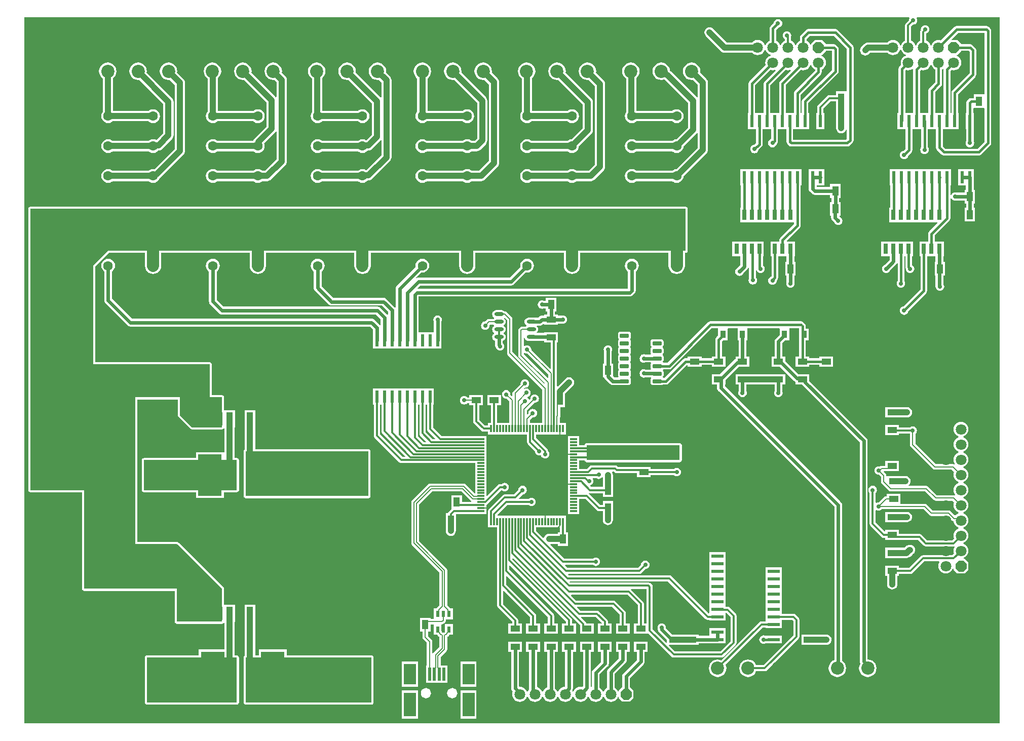
<source format=gbr>
%TF.GenerationSoftware,Altium Limited,Altium Designer,22.4.2 (48)*%
G04 Layer_Physical_Order=1*
G04 Layer_Color=255*
%FSLAX45Y45*%
%MOMM*%
%TF.SameCoordinates,A0FECCF5-906F-4CEA-98AF-48209DEEDFB4*%
%TF.FilePolarity,Positive*%
%TF.FileFunction,Copper,L1,Top,Signal*%
%TF.Part,Single*%
G01*
G75*
%TA.AperFunction,SMDPad,CuDef*%
%ADD10R,2.00000X0.60000*%
%ADD11R,1.00000X1.60000*%
%ADD12R,0.80000X1.75000*%
%ADD13R,0.70000X1.75000*%
%TA.AperFunction,ConnectorPad*%
%ADD14R,1.00000X1.60000*%
%TA.AperFunction,SMDPad,CuDef*%
%ADD15R,0.60000X2.00000*%
%ADD16R,1.60000X1.00000*%
G04:AMPARAMS|DCode=17|XSize=1.55mm|YSize=0.6mm|CornerRadius=0.3mm|HoleSize=0mm|Usage=FLASHONLY|Rotation=180.000|XOffset=0mm|YOffset=0mm|HoleType=Round|Shape=RoundedRectangle|*
%AMROUNDEDRECTD17*
21,1,1.55000,0.00000,0,0,180.0*
21,1,0.95000,0.60000,0,0,180.0*
1,1,0.60000,-0.47500,0.00000*
1,1,0.60000,0.47500,0.00000*
1,1,0.60000,0.47500,0.00000*
1,1,0.60000,-0.47500,0.00000*
%
%ADD17ROUNDEDRECTD17*%
%ADD18R,4.00000X7.00000*%
%ADD19R,3.30000X2.40000*%
G04:AMPARAMS|DCode=20|XSize=0.6mm|YSize=1.45mm|CornerRadius=0.051mm|HoleSize=0mm|Usage=FLASHONLY|Rotation=270.000|XOffset=0mm|YOffset=0mm|HoleType=Round|Shape=RoundedRectangle|*
%AMROUNDEDRECTD20*
21,1,0.60000,1.34800,0,0,270.0*
21,1,0.49800,1.45000,0,0,270.0*
1,1,0.10200,-0.67400,-0.24900*
1,1,0.10200,-0.67400,0.24900*
1,1,0.10200,0.67400,0.24900*
1,1,0.10200,0.67400,-0.24900*
%
%ADD20ROUNDEDRECTD20*%
%ADD21R,1.20000X0.30000*%
%ADD22R,0.30000X1.20000*%
%ADD23R,0.91000X1.22000*%
%ADD24C,6.29100*%
%ADD25R,1.07000X2.16000*%
%ADD26R,0.60000X1.10000*%
%TA.AperFunction,ConnectorPad*%
%ADD27R,2.00000X4.00000*%
%ADD28R,2.00000X3.50000*%
%ADD29R,0.50000X2.20000*%
%TA.AperFunction,Conductor*%
%ADD30C,0.60000*%
%ADD31C,0.30000*%
%ADD32C,1.00000*%
%ADD33C,0.40000*%
%ADD34C,0.50000*%
%ADD35C,0.20000*%
%ADD36C,2.00000*%
%TA.AperFunction,ComponentPad*%
%ADD37C,1.60000*%
%ADD38C,1.80000*%
G04:AMPARAMS|DCode=39|XSize=1.8mm|YSize=1.8mm|CornerRadius=0mm|HoleSize=0mm|Usage=FLASHONLY|Rotation=180.000|XOffset=0mm|YOffset=0mm|HoleType=Round|Shape=Octagon|*
%AMOCTAGOND39*
4,1,8,-0.90000,0.45000,-0.90000,-0.45000,-0.45000,-0.90000,0.45000,-0.90000,0.90000,-0.45000,0.90000,0.45000,0.45000,0.90000,-0.45000,0.90000,-0.90000,0.45000,0.0*
%
%ADD39OCTAGOND39*%

G04:AMPARAMS|DCode=40|XSize=1.8mm|YSize=1.8mm|CornerRadius=0mm|HoleSize=0mm|Usage=FLASHONLY|Rotation=90.000|XOffset=0mm|YOffset=0mm|HoleType=Round|Shape=Octagon|*
%AMOCTAGOND40*
4,1,8,0.45000,0.90000,-0.45000,0.90000,-0.90000,0.45000,-0.90000,-0.45000,-0.45000,-0.90000,0.45000,-0.90000,0.90000,-0.45000,0.90000,0.45000,0.45000,0.90000,0.0*
%
%ADD40OCTAGOND40*%

%ADD41C,2.20000*%
%TA.AperFunction,ViaPad*%
%ADD42C,7.00000*%
%ADD43C,0.70000*%
G36*
X16400000Y100000D02*
X100000D01*
Y11900000D01*
X14884126D01*
X14890388Y11887300D01*
X14888855Y11885302D01*
X14881802Y11868273D01*
X14879623Y11851718D01*
X14832579Y11804674D01*
X14821529Y11788135D01*
X14817647Y11768626D01*
Y11511764D01*
X14805586Y11506769D01*
X14779475Y11486732D01*
X14759439Y11460621D01*
X14748145Y11433353D01*
X14748125Y11433348D01*
X14735129D01*
X14735107Y11433353D01*
X14723814Y11460621D01*
X14703778Y11486732D01*
X14677666Y11506769D01*
X14647258Y11519364D01*
X14614627Y11523660D01*
X14581995Y11519364D01*
X14551587Y11506769D01*
X14525476Y11486732D01*
X14522853Y11483315D01*
X14197581D01*
X14175392Y11480394D01*
X14154715Y11471829D01*
X14136958Y11458204D01*
X14089377Y11410623D01*
X14075752Y11392867D01*
X14067188Y11372189D01*
X14064267Y11350000D01*
X14067188Y11327810D01*
X14075752Y11307133D01*
X14089377Y11289377D01*
X14107133Y11275753D01*
X14127811Y11267188D01*
X14150000Y11264267D01*
X14172189Y11267188D01*
X14192867Y11275753D01*
X14210623Y11289377D01*
X14233093Y11311848D01*
X14522853D01*
X14525476Y11308431D01*
X14551587Y11288394D01*
X14581995Y11275799D01*
X14614627Y11271503D01*
X14647258Y11275799D01*
X14677666Y11288394D01*
X14703778Y11308431D01*
X14723814Y11334542D01*
X14735107Y11361810D01*
X14735129Y11361815D01*
X14748125D01*
X14748145Y11361810D01*
X14759439Y11334542D01*
X14779475Y11308431D01*
X14805586Y11288394D01*
X14832855Y11277100D01*
X14832860Y11277080D01*
Y11264083D01*
X14832855Y11264063D01*
X14805586Y11252769D01*
X14779475Y11232732D01*
X14759439Y11206621D01*
X14746844Y11176213D01*
X14742548Y11143581D01*
X14746844Y11110950D01*
X14749728Y11103988D01*
X14724184Y11078443D01*
X14712027Y11060250D01*
X14707758Y11038790D01*
Y10305000D01*
X14690500D01*
Y10035000D01*
X14826424D01*
Y9705728D01*
X14789980Y9669285D01*
X14781728Y9668198D01*
X14764697Y9661145D01*
X14750076Y9649925D01*
X14738855Y9635302D01*
X14731802Y9618274D01*
X14729396Y9600000D01*
X14731802Y9581727D01*
X14738855Y9564698D01*
X14750076Y9550076D01*
X14764697Y9538855D01*
X14781728Y9531802D01*
X14800000Y9529396D01*
X14818274Y9531802D01*
X14835303Y9538855D01*
X14849925Y9550076D01*
X14861145Y9564698D01*
X14868198Y9581727D01*
X14869286Y9589979D01*
X14922153Y9642847D01*
X14934309Y9661040D01*
X14938577Y9682500D01*
Y10035000D01*
X15084395D01*
Y9730408D01*
X15079327Y9723804D01*
X15072275Y9706775D01*
X15069868Y9688502D01*
X15072275Y9670228D01*
X15079327Y9653200D01*
X15090549Y9638577D01*
X15105171Y9627357D01*
X15122198Y9620304D01*
X15140472Y9617898D01*
X15158746Y9620304D01*
X15175775Y9627357D01*
X15190398Y9638577D01*
X15201617Y9653200D01*
X15208672Y9670228D01*
X15211076Y9688502D01*
X15208672Y9706775D01*
X15201617Y9723804D01*
X15196550Y9730408D01*
Y10035000D01*
X15334422D01*
Y9992840D01*
X15333842Y9989919D01*
Y9725512D01*
X15338110Y9704052D01*
X15350266Y9685859D01*
X15425778Y9610347D01*
X15443971Y9598191D01*
X15465431Y9593923D01*
X16050000D01*
X16071460Y9598191D01*
X16089653Y9610347D01*
X16239653Y9760347D01*
X16251810Y9778540D01*
X16256078Y9800000D01*
Y11676568D01*
X16251810Y11698028D01*
X16239653Y11716221D01*
X16216222Y11739653D01*
X16198029Y11751809D01*
X16176569Y11756077D01*
X15679045D01*
X15657585Y11751809D01*
X15639392Y11739653D01*
X15416220Y11516480D01*
X15409258Y11519364D01*
X15376627Y11523660D01*
X15343996Y11519364D01*
X15313586Y11506769D01*
X15287476Y11486732D01*
X15267439Y11460621D01*
X15256145Y11433353D01*
X15256125Y11433348D01*
X15243129D01*
X15243108Y11433353D01*
X15231815Y11460621D01*
X15211778Y11486732D01*
X15185666Y11506769D01*
X15173605Y11511764D01*
Y11634011D01*
X15185303Y11638855D01*
X15199924Y11650076D01*
X15211145Y11664698D01*
X15218198Y11681726D01*
X15220604Y11700000D01*
X15218198Y11718273D01*
X15211145Y11735302D01*
X15199924Y11749924D01*
X15185303Y11761145D01*
X15168272Y11768198D01*
X15150000Y11770604D01*
X15131726Y11768198D01*
X15114697Y11761145D01*
X15100075Y11749924D01*
X15088855Y11735302D01*
X15081802Y11718273D01*
X15079396Y11700000D01*
X15080815Y11689224D01*
X15075528Y11681311D01*
X15071648Y11661802D01*
Y11511764D01*
X15059587Y11506769D01*
X15033476Y11486732D01*
X15013438Y11460621D01*
X15002145Y11433353D01*
X15002126Y11433348D01*
X14989130D01*
X14989108Y11433353D01*
X14977814Y11460621D01*
X14957777Y11486732D01*
X14931667Y11506769D01*
X14919606Y11511764D01*
Y11747510D01*
X14951718Y11779622D01*
X14968274Y11781802D01*
X14985303Y11788855D01*
X14999925Y11800075D01*
X15011145Y11814698D01*
X15018198Y11831726D01*
X15020604Y11850000D01*
X15018198Y11868273D01*
X15011145Y11885302D01*
X15009612Y11887300D01*
X15015874Y11900000D01*
X16400000D01*
Y100000D01*
D02*
G37*
G36*
X15893922Y11326772D02*
Y10971354D01*
X15605978Y10683409D01*
X15593822Y10665216D01*
X15589554Y10643756D01*
Y10305000D01*
X15573576D01*
Y11007227D01*
X15591032Y11024683D01*
X15597995Y11021799D01*
X15630627Y11017503D01*
X15663258Y11021799D01*
X15693666Y11034394D01*
X15719778Y11054431D01*
X15739815Y11080542D01*
X15752409Y11110950D01*
X15756705Y11143581D01*
X15752409Y11176213D01*
X15739815Y11206621D01*
X15719778Y11232732D01*
X15693666Y11252769D01*
X15676494Y11259882D01*
X15679021Y11272582D01*
X15693127D01*
X15755626Y11335082D01*
Y11341504D01*
X15879190D01*
X15893922Y11326772D01*
D02*
G37*
G36*
X15256145Y11107810D02*
X15267439Y11080542D01*
X15287476Y11054431D01*
X15313586Y11034394D01*
X15320549Y11031511D01*
Y10816462D01*
X15223846Y10719760D01*
X15211691Y10701568D01*
X15207423Y10680108D01*
Y10305000D01*
X15065578D01*
Y11007227D01*
X15083034Y11024683D01*
X15089995Y11021799D01*
X15122627Y11017503D01*
X15155258Y11021799D01*
X15185666Y11034394D01*
X15211778Y11054431D01*
X15231815Y11080542D01*
X15243108Y11107810D01*
X15243129Y11107815D01*
X15256125D01*
X15256145Y11107810D01*
D02*
G37*
G36*
X14954509Y11035914D02*
X14953423Y11030455D01*
Y10305000D01*
X14819913D01*
Y11015562D01*
X14829033Y11024683D01*
X14835995Y11021799D01*
X14868626Y11017503D01*
X14901257Y11021799D01*
X14931667Y11034394D01*
X14942986Y11043080D01*
X14954509Y11035914D01*
D02*
G37*
G36*
X15462509D02*
X15461423Y11030455D01*
Y10305000D01*
X15319577D01*
Y10656880D01*
X15416280Y10753581D01*
X15428435Y10771774D01*
X15432704Y10793234D01*
Y11031511D01*
X15439667Y11034394D01*
X15450986Y11043080D01*
X15462509Y11035914D01*
D02*
G37*
G36*
X16143922Y10624004D02*
X16135001Y10615000D01*
X16131223Y10615000D01*
X15964999D01*
Y10552900D01*
X15921931D01*
X15900471Y10548631D01*
X15882278Y10536475D01*
X15858847Y10513043D01*
X15846690Y10494851D01*
X15842422Y10473391D01*
Y10305000D01*
X15833501D01*
Y10035000D01*
X15838824D01*
Y9835228D01*
X15831802Y9818273D01*
X15829396Y9800000D01*
X15831802Y9781726D01*
X15838855Y9764698D01*
X15850075Y9750075D01*
X15864697Y9738855D01*
X15881726Y9731802D01*
X15900000Y9729396D01*
X15918272Y9731802D01*
X15935303Y9738855D01*
X15949924Y9750075D01*
X15961145Y9764698D01*
X15968198Y9781726D01*
X15970604Y9800000D01*
X15968198Y9818273D01*
X15961176Y9835228D01*
Y10035000D01*
X15963499D01*
Y10305000D01*
X15954578D01*
Y10379503D01*
X15965001Y10385000D01*
X16131223D01*
X16135001Y10385000D01*
X16143922Y10375996D01*
Y9823228D01*
X16026772Y9706077D01*
X15488660D01*
X15445996Y9748740D01*
Y9987578D01*
X15446577Y9990500D01*
Y10035000D01*
X15709500D01*
Y10305000D01*
X15701707D01*
Y10620528D01*
X15989653Y10908473D01*
X16001810Y10926666D01*
X16006078Y10948126D01*
Y11350000D01*
X16001810Y11371460D01*
X15989653Y11389653D01*
X15942072Y11437234D01*
X15923878Y11449390D01*
X15902419Y11453659D01*
X15755626D01*
Y11460081D01*
X15693127Y11522581D01*
X15597525D01*
X15592665Y11534314D01*
X15702274Y11643923D01*
X16143922D01*
Y10624004D01*
D02*
G37*
%LPC*%
G36*
X12692728Y11870604D02*
X12674454Y11868198D01*
X12657426Y11861145D01*
X12642804Y11849924D01*
X12631583Y11835302D01*
X12624530Y11818274D01*
X12623443Y11810021D01*
X12567266Y11753844D01*
X12555111Y11735651D01*
X12550842Y11714191D01*
Y11509652D01*
X12543880Y11506769D01*
X12517768Y11486732D01*
X12497732Y11460621D01*
X12486437Y11433353D01*
X12486417Y11433348D01*
X12473421D01*
X12473401Y11433353D01*
X12462106Y11460621D01*
X12442070Y11486732D01*
X12415958Y11506769D01*
X12385551Y11519364D01*
X12352919Y11523660D01*
X12320288Y11519364D01*
X12289880Y11506769D01*
X12263768Y11486732D01*
X12261146Y11483315D01*
X11837931D01*
X11610623Y11710623D01*
X11592867Y11724247D01*
X11572189Y11732812D01*
X11550000Y11735733D01*
X11527811Y11732812D01*
X11507133Y11724247D01*
X11489377Y11710623D01*
X11475753Y11692867D01*
X11467188Y11672190D01*
X11464267Y11650000D01*
X11467188Y11627811D01*
X11475753Y11607133D01*
X11489377Y11589377D01*
X11741796Y11336959D01*
X11759552Y11323334D01*
X11780229Y11314769D01*
X11802419Y11311848D01*
X12261146D01*
X12263768Y11308431D01*
X12289880Y11288394D01*
X12320288Y11275799D01*
X12352919Y11271503D01*
X12385551Y11275799D01*
X12415958Y11288394D01*
X12442070Y11308431D01*
X12462106Y11334542D01*
X12473401Y11361810D01*
X12473421Y11361815D01*
X12486417D01*
X12486437Y11361810D01*
X12497732Y11334542D01*
X12517768Y11308431D01*
X12543880Y11288394D01*
X12571147Y11277100D01*
X12571153Y11277080D01*
Y11264083D01*
X12571147Y11264063D01*
X12543880Y11252769D01*
X12517768Y11232732D01*
X12497732Y11206621D01*
X12485137Y11176213D01*
X12480841Y11143581D01*
X12485137Y11110950D01*
X12488020Y11103988D01*
X12215847Y10831815D01*
X12203691Y10813622D01*
X12199423Y10792162D01*
Y10305000D01*
X12190500D01*
Y10035000D01*
X12326423D01*
Y9805728D01*
X12289979Y9769284D01*
X12281727Y9768198D01*
X12264698Y9761145D01*
X12250076Y9749924D01*
X12238855Y9735302D01*
X12231802Y9718273D01*
X12229396Y9700000D01*
X12231802Y9681726D01*
X12238855Y9664698D01*
X12250076Y9650075D01*
X12264698Y9638855D01*
X12281727Y9631802D01*
X12300000Y9629396D01*
X12318274Y9631802D01*
X12335302Y9638855D01*
X12349925Y9650075D01*
X12361145Y9664698D01*
X12368198Y9681726D01*
X12369285Y9689979D01*
X12422153Y9742847D01*
X12434309Y9761040D01*
X12438577Y9782500D01*
Y10035000D01*
X12580423D01*
Y9867658D01*
X12564698Y9861145D01*
X12550075Y9849924D01*
X12538855Y9835302D01*
X12531802Y9818273D01*
X12529396Y9800000D01*
X12531802Y9781726D01*
X12538855Y9764698D01*
X12550075Y9750075D01*
X12564698Y9738855D01*
X12581726Y9731802D01*
X12600000Y9729396D01*
X12618273Y9731802D01*
X12635302Y9738855D01*
X12649924Y9750075D01*
X12661145Y9764698D01*
X12668198Y9781726D01*
X12669285Y9789979D01*
X12676153Y9796847D01*
X12688309Y9815040D01*
X12692577Y9836500D01*
Y10035000D01*
X12834422D01*
Y9823431D01*
X12838692Y9801972D01*
X12850847Y9783779D01*
X12874278Y9760347D01*
X12892471Y9748191D01*
X12913931Y9743923D01*
X13850000D01*
X13871460Y9748191D01*
X13889651Y9760347D01*
X13939653Y9810347D01*
X13951810Y9828540D01*
X13956078Y9850000D01*
Y11400000D01*
X13951810Y11421460D01*
X13939653Y11439653D01*
X13689653Y11689653D01*
X13671460Y11701809D01*
X13650000Y11706077D01*
X13200000D01*
X13178540Y11701809D01*
X13160347Y11689653D01*
X13075266Y11604572D01*
X13063110Y11586379D01*
X13058842Y11564919D01*
Y11509652D01*
X13051880Y11506769D01*
X13025768Y11486732D01*
X13005733Y11460621D01*
X12994437Y11433353D01*
X12994417Y11433348D01*
X12981421D01*
X12981401Y11433353D01*
X12970107Y11460621D01*
X12950070Y11486732D01*
X12923958Y11506769D01*
X12911899Y11511764D01*
Y11570943D01*
X12910121Y11579882D01*
X12910886Y11581726D01*
X12913290Y11600000D01*
X12910886Y11618273D01*
X12903831Y11635302D01*
X12892612Y11649924D01*
X12877988Y11661145D01*
X12860960Y11668198D01*
X12842686Y11670604D01*
X12824413Y11668198D01*
X12807385Y11661145D01*
X12792762Y11649924D01*
X12781542Y11635302D01*
X12774489Y11618273D01*
X12772083Y11600000D01*
X12774489Y11581726D01*
X12781542Y11564698D01*
X12792762Y11550075D01*
X12807385Y11538855D01*
X12809940Y11537797D01*
Y11511764D01*
X12797880Y11506769D01*
X12771768Y11486732D01*
X12751732Y11460621D01*
X12740437Y11433353D01*
X12740417Y11433348D01*
X12727421D01*
X12727401Y11433353D01*
X12716106Y11460621D01*
X12696070Y11486732D01*
X12669958Y11506769D01*
X12662997Y11509652D01*
Y11690963D01*
X12702749Y11730715D01*
X12711002Y11731802D01*
X12728030Y11738855D01*
X12742652Y11750076D01*
X12753873Y11764698D01*
X12760926Y11781726D01*
X12763332Y11800000D01*
X12760926Y11818274D01*
X12753873Y11835302D01*
X12742652Y11849924D01*
X12728030Y11861145D01*
X12711002Y11868198D01*
X12692728Y11870604D01*
D02*
G37*
G36*
X4258000Y11146251D02*
X4220147Y11141268D01*
X4184874Y11126657D01*
X4154585Y11103415D01*
X4131343Y11073126D01*
X4116732Y11037853D01*
X4111749Y11000000D01*
X4116732Y10962147D01*
X4131343Y10926875D01*
X4154585Y10896585D01*
X4184874Y10873343D01*
X4220147Y10858732D01*
X4258000Y10853749D01*
X4280097Y10856658D01*
X4314267Y10822488D01*
Y10571429D01*
X4301567Y10567118D01*
X4293123Y10578123D01*
X3893342Y10977903D01*
X3896251Y11000000D01*
X3891268Y11037853D01*
X3876657Y11073126D01*
X3853415Y11103415D01*
X3823125Y11126657D01*
X3787852Y11141268D01*
X3750000Y11146251D01*
X3712147Y11141268D01*
X3676874Y11126657D01*
X3646585Y11103415D01*
X3623343Y11073126D01*
X3608732Y11037853D01*
X3603749Y11000000D01*
X3608732Y10962147D01*
X3623343Y10926875D01*
X3646585Y10896585D01*
X3676874Y10873343D01*
X3712147Y10858732D01*
X3750000Y10853749D01*
X3772097Y10856658D01*
X4146767Y10481988D01*
Y10078012D01*
X3950857Y9882103D01*
X3937233Y9864347D01*
X3928668Y9843670D01*
X3928163Y9839832D01*
X3922822Y9835733D01*
X3327178D01*
X3307996Y9850452D01*
X3280021Y9862040D01*
X3250000Y9865992D01*
X3219979Y9862040D01*
X3192004Y9850452D01*
X3167981Y9832019D01*
X3149548Y9807996D01*
X3137960Y9780021D01*
X3134008Y9750000D01*
X3137960Y9719979D01*
X3149548Y9692004D01*
X3167981Y9667981D01*
X3192004Y9649548D01*
X3219979Y9637960D01*
X3250000Y9634008D01*
X3280021Y9637960D01*
X3307996Y9649548D01*
X3327178Y9664267D01*
X3922822D01*
X3942004Y9649548D01*
X3969979Y9637960D01*
X4000000Y9634008D01*
X4030021Y9637960D01*
X4057996Y9649548D01*
X4082019Y9667981D01*
X4100452Y9692004D01*
X4112040Y9719979D01*
X4115992Y9750000D01*
X4112040Y9780021D01*
X4105955Y9794710D01*
X4293123Y9981877D01*
X4301567Y9992882D01*
X4314267Y9988571D01*
Y9528012D01*
X4121988Y9335733D01*
X4077178D01*
X4057996Y9350452D01*
X4030021Y9362040D01*
X4000000Y9365992D01*
X3969979Y9362040D01*
X3942004Y9350452D01*
X3922822Y9335733D01*
X3327178D01*
X3307996Y9350452D01*
X3280021Y9362040D01*
X3250000Y9365992D01*
X3219979Y9362040D01*
X3192004Y9350452D01*
X3167981Y9332019D01*
X3149548Y9307996D01*
X3137960Y9280021D01*
X3134008Y9250000D01*
X3137960Y9219979D01*
X3149548Y9192004D01*
X3167981Y9167981D01*
X3192004Y9149548D01*
X3219979Y9137960D01*
X3250000Y9134008D01*
X3280021Y9137960D01*
X3307996Y9149548D01*
X3327178Y9164267D01*
X3922822D01*
X3942004Y9149548D01*
X3969979Y9137960D01*
X4000000Y9134008D01*
X4030021Y9137960D01*
X4057996Y9149548D01*
X4077178Y9164267D01*
X4157500D01*
X4179690Y9167188D01*
X4200367Y9175753D01*
X4218123Y9189377D01*
X4460623Y9431877D01*
X4474248Y9449633D01*
X4482812Y9470310D01*
X4485733Y9492500D01*
Y10858000D01*
X4482812Y10880189D01*
X4474248Y10900866D01*
X4460623Y10918623D01*
X4401342Y10977903D01*
X4404251Y11000000D01*
X4399268Y11037853D01*
X4384657Y11073126D01*
X4361415Y11103415D01*
X4331125Y11126657D01*
X4295852Y11141268D01*
X4258000Y11146251D01*
D02*
G37*
G36*
X11249999D02*
X11212147Y11141268D01*
X11176874Y11126657D01*
X11146584Y11103415D01*
X11123342Y11073126D01*
X11108732Y11037853D01*
X11103748Y11000000D01*
X11108732Y10962147D01*
X11123342Y10926875D01*
X11146584Y10896585D01*
X11176874Y10873343D01*
X11212147Y10858732D01*
X11249999Y10853749D01*
X11272096Y10856658D01*
X11351767Y10776987D01*
Y10570446D01*
X11339067Y10566135D01*
X11335623Y10570623D01*
X10905623Y11000623D01*
X10887867Y11014247D01*
X10886289Y11014901D01*
X10883267Y11037853D01*
X10868656Y11073126D01*
X10845414Y11103415D01*
X10815125Y11126657D01*
X10779852Y11141268D01*
X10741999Y11146251D01*
X10704147Y11141268D01*
X10668874Y11126657D01*
X10638584Y11103415D01*
X10615342Y11073126D01*
X10600732Y11037853D01*
X10595748Y11000000D01*
X10600732Y10962147D01*
X10615342Y10926875D01*
X10638584Y10896585D01*
X10668874Y10873343D01*
X10704147Y10858732D01*
X10741999Y10853749D01*
X10779852Y10858732D01*
X10794202Y10864677D01*
X10802526Y10861229D01*
X11189267Y10474488D01*
Y10060512D01*
X10993950Y9865196D01*
X10969979Y9862040D01*
X10942004Y9850452D01*
X10922822Y9835733D01*
X10327178D01*
X10307996Y9850452D01*
X10280021Y9862040D01*
X10250000Y9865992D01*
X10219979Y9862040D01*
X10192004Y9850452D01*
X10167981Y9832019D01*
X10149548Y9807996D01*
X10137960Y9780021D01*
X10134008Y9750000D01*
X10137960Y9719979D01*
X10149548Y9692004D01*
X10167981Y9667981D01*
X10192004Y9649548D01*
X10219979Y9637960D01*
X10250000Y9634008D01*
X10280021Y9637960D01*
X10307996Y9649548D01*
X10327178Y9664267D01*
X10922822D01*
X10942004Y9649548D01*
X10969979Y9637960D01*
X11000000Y9634008D01*
X11030021Y9637960D01*
X11057996Y9649548D01*
X11082019Y9667981D01*
X11100452Y9692004D01*
X11112040Y9719979D01*
X11115196Y9743950D01*
X11335623Y9964377D01*
X11339067Y9968866D01*
X11351767Y9964554D01*
Y9723012D01*
X10993950Y9365196D01*
X10969979Y9362040D01*
X10942004Y9350452D01*
X10922822Y9335733D01*
X10327178D01*
X10307996Y9350452D01*
X10280021Y9362040D01*
X10250000Y9365992D01*
X10219979Y9362040D01*
X10192004Y9350452D01*
X10167981Y9332019D01*
X10149548Y9307996D01*
X10137960Y9280021D01*
X10134008Y9250000D01*
X10137960Y9219979D01*
X10149548Y9192004D01*
X10167981Y9167981D01*
X10192004Y9149548D01*
X10219979Y9137960D01*
X10250000Y9134008D01*
X10280021Y9137960D01*
X10307996Y9149548D01*
X10327178Y9164267D01*
X10922822D01*
X10942004Y9149548D01*
X10969979Y9137960D01*
X11000000Y9134008D01*
X11030021Y9137960D01*
X11057996Y9149548D01*
X11082019Y9167981D01*
X11100452Y9192004D01*
X11112040Y9219979D01*
X11115196Y9243950D01*
X11498123Y9626877D01*
X11511747Y9644633D01*
X11520312Y9665311D01*
X11523233Y9687500D01*
Y10812499D01*
X11520312Y10834689D01*
X11511747Y10855366D01*
X11498123Y10873122D01*
X11393341Y10977903D01*
X11396251Y11000000D01*
X11391267Y11037853D01*
X11376656Y11073126D01*
X11353414Y11103415D01*
X11323125Y11126657D01*
X11287852Y11141268D01*
X11249999Y11146251D01*
D02*
G37*
G36*
X5999999D02*
X5962147Y11141268D01*
X5926874Y11126657D01*
X5896584Y11103415D01*
X5873342Y11073126D01*
X5858732Y11037853D01*
X5853748Y11000000D01*
X5858732Y10962147D01*
X5873342Y10926875D01*
X5896584Y10896585D01*
X5926874Y10873343D01*
X5962147Y10858732D01*
X5999999Y10853749D01*
X6022096Y10856658D01*
X6064267Y10814488D01*
Y10563905D01*
X6064112Y10563853D01*
X6051567Y10561678D01*
X5635342Y10977903D01*
X5638251Y11000000D01*
X5633267Y11037853D01*
X5618657Y11073126D01*
X5595415Y11103415D01*
X5565125Y11126657D01*
X5529852Y11141268D01*
X5491999Y11146251D01*
X5454147Y11141268D01*
X5418874Y11126657D01*
X5388584Y11103415D01*
X5365342Y11073126D01*
X5350732Y11037853D01*
X5345748Y11000000D01*
X5350732Y10962147D01*
X5365342Y10926875D01*
X5388584Y10896585D01*
X5418874Y10873343D01*
X5454147Y10858732D01*
X5491999Y10853749D01*
X5514096Y10856658D01*
X5906767Y10463987D01*
Y9943012D01*
X5811510Y9847756D01*
X5807996Y9850452D01*
X5780021Y9862040D01*
X5750000Y9865992D01*
X5719979Y9862040D01*
X5692004Y9850452D01*
X5672822Y9835733D01*
X5077178D01*
X5057996Y9850452D01*
X5030021Y9862040D01*
X5000000Y9865992D01*
X4969979Y9862040D01*
X4942004Y9850452D01*
X4917981Y9832019D01*
X4899548Y9807996D01*
X4887960Y9780021D01*
X4884008Y9750000D01*
X4887960Y9719979D01*
X4899548Y9692004D01*
X4917981Y9667981D01*
X4942004Y9649548D01*
X4969979Y9637960D01*
X5000000Y9634008D01*
X5030021Y9637960D01*
X5057996Y9649548D01*
X5077178Y9664267D01*
X5672822D01*
X5692004Y9649548D01*
X5719979Y9637960D01*
X5750000Y9634008D01*
X5780021Y9637960D01*
X5807996Y9649548D01*
X5832019Y9667981D01*
X5837978Y9675747D01*
X5846480D01*
X5868670Y9678668D01*
X5889347Y9687233D01*
X5907103Y9700858D01*
X6051567Y9845321D01*
X6064112Y9843147D01*
X6064267Y9843094D01*
Y9598012D01*
X5813468Y9347214D01*
X5812216D01*
X5807996Y9350452D01*
X5780021Y9362040D01*
X5750000Y9365992D01*
X5719979Y9362040D01*
X5692004Y9350452D01*
X5672822Y9335733D01*
X5077178D01*
X5057996Y9350452D01*
X5030021Y9362040D01*
X5000000Y9365992D01*
X4969979Y9362040D01*
X4942004Y9350452D01*
X4917981Y9332019D01*
X4899548Y9307996D01*
X4887960Y9280021D01*
X4884008Y9250000D01*
X4887960Y9219979D01*
X4899548Y9192004D01*
X4917981Y9167981D01*
X4942004Y9149548D01*
X4969979Y9137960D01*
X5000000Y9134008D01*
X5030021Y9137960D01*
X5057996Y9149548D01*
X5077178Y9164267D01*
X5672822D01*
X5692004Y9149548D01*
X5719979Y9137960D01*
X5750000Y9134008D01*
X5780021Y9137960D01*
X5807996Y9149548D01*
X5832019Y9167981D01*
X5837978Y9175747D01*
X5848980D01*
X5871170Y9178668D01*
X5891847Y9187233D01*
X5909603Y9200858D01*
X6210623Y9501877D01*
X6224247Y9519633D01*
X6232812Y9540310D01*
X6235733Y9562500D01*
Y10850000D01*
X6232812Y10872189D01*
X6224247Y10892866D01*
X6210623Y10910622D01*
X6143342Y10977903D01*
X6146251Y11000000D01*
X6141267Y11037853D01*
X6126657Y11073126D01*
X6103415Y11103415D01*
X6073125Y11126657D01*
X6037852Y11141268D01*
X5999999Y11146251D01*
D02*
G37*
G36*
X10233999D02*
X10196147Y11141268D01*
X10160874Y11126657D01*
X10130584Y11103415D01*
X10107342Y11073126D01*
X10092732Y11037853D01*
X10087748Y11000000D01*
X10092732Y10962147D01*
X10107342Y10926875D01*
X10130584Y10896585D01*
X10156266Y10876878D01*
Y10316752D01*
X10149548Y10307996D01*
X10137960Y10280021D01*
X10134008Y10250000D01*
X10137960Y10219979D01*
X10149548Y10192004D01*
X10167981Y10167981D01*
X10192004Y10149548D01*
X10219979Y10137960D01*
X10250000Y10134008D01*
X10280021Y10137960D01*
X10307996Y10149548D01*
X10327178Y10164267D01*
X10922822D01*
X10942004Y10149548D01*
X10969979Y10137960D01*
X11000000Y10134008D01*
X11030021Y10137960D01*
X11057996Y10149548D01*
X11082019Y10167981D01*
X11100452Y10192004D01*
X11112040Y10219979D01*
X11115992Y10250000D01*
X11112040Y10280021D01*
X11100452Y10307996D01*
X11082019Y10332019D01*
X11057996Y10350452D01*
X11030021Y10362040D01*
X11000000Y10365992D01*
X10969979Y10362040D01*
X10942004Y10350452D01*
X10922822Y10335733D01*
X10327733D01*
Y10889156D01*
X10337414Y10896585D01*
X10360656Y10926875D01*
X10375267Y10962147D01*
X10380251Y11000000D01*
X10375267Y11037853D01*
X10360656Y11073126D01*
X10337414Y11103415D01*
X10307125Y11126657D01*
X10271852Y11141268D01*
X10233999Y11146251D01*
D02*
G37*
G36*
X8491999D02*
X8454147Y11141268D01*
X8418874Y11126657D01*
X8388584Y11103415D01*
X8365342Y11073126D01*
X8350732Y11037853D01*
X8345748Y11000000D01*
X8350732Y10962147D01*
X8365342Y10926875D01*
X8388584Y10896585D01*
X8410266Y10879948D01*
Y10321965D01*
X8399548Y10307996D01*
X8387960Y10280021D01*
X8384008Y10250000D01*
X8387960Y10219979D01*
X8399548Y10192004D01*
X8417981Y10167981D01*
X8442004Y10149548D01*
X8469979Y10137960D01*
X8500000Y10134008D01*
X8530021Y10137960D01*
X8557996Y10149548D01*
X8577178Y10164267D01*
X9172822D01*
X9192004Y10149548D01*
X9219979Y10137960D01*
X9250000Y10134008D01*
X9280021Y10137960D01*
X9307996Y10149548D01*
X9332019Y10167981D01*
X9350452Y10192004D01*
X9362040Y10219979D01*
X9365992Y10250000D01*
X9362040Y10280021D01*
X9350452Y10307996D01*
X9332019Y10332019D01*
X9307996Y10350452D01*
X9280021Y10362040D01*
X9250000Y10365992D01*
X9219979Y10362040D01*
X9192004Y10350452D01*
X9172822Y10335733D01*
X8581733D01*
Y10886087D01*
X8595414Y10896585D01*
X8618656Y10926875D01*
X8633267Y10962147D01*
X8638250Y11000000D01*
X8633267Y11037853D01*
X8618656Y11073126D01*
X8595414Y11103415D01*
X8565125Y11126657D01*
X8529852Y11141268D01*
X8491999Y11146251D01*
D02*
G37*
G36*
X6749999D02*
X6712147Y11141268D01*
X6676874Y11126657D01*
X6646584Y11103415D01*
X6623342Y11073126D01*
X6608732Y11037853D01*
X6603748Y11000000D01*
X6608732Y10962147D01*
X6623342Y10926875D01*
X6646584Y10896585D01*
X6664266Y10883017D01*
Y10327178D01*
X6649548Y10307996D01*
X6637960Y10280021D01*
X6634008Y10250000D01*
X6637960Y10219979D01*
X6649548Y10192004D01*
X6667981Y10167981D01*
X6692004Y10149548D01*
X6719979Y10137960D01*
X6750000Y10134008D01*
X6780021Y10137960D01*
X6807996Y10149548D01*
X6827178Y10164267D01*
X7422822D01*
X7442004Y10149548D01*
X7469979Y10137960D01*
X7500000Y10134008D01*
X7530021Y10137960D01*
X7557996Y10149548D01*
X7582019Y10167981D01*
X7600452Y10192004D01*
X7612040Y10219979D01*
X7615992Y10250000D01*
X7612040Y10280021D01*
X7600452Y10307996D01*
X7582019Y10332019D01*
X7557996Y10350452D01*
X7530021Y10362040D01*
X7500000Y10365992D01*
X7469979Y10362040D01*
X7442004Y10350452D01*
X7422822Y10335733D01*
X6835733D01*
Y10883018D01*
X6853415Y10896585D01*
X6876657Y10926875D01*
X6891267Y10962147D01*
X6896251Y11000000D01*
X6891267Y11037853D01*
X6876657Y11073126D01*
X6853415Y11103415D01*
X6823125Y11126657D01*
X6787852Y11141268D01*
X6749999Y11146251D01*
D02*
G37*
G36*
X4983999D02*
X4946147Y11141268D01*
X4910874Y11126657D01*
X4880584Y11103415D01*
X4857342Y11073126D01*
X4842732Y11037853D01*
X4837748Y11000000D01*
X4842732Y10962147D01*
X4857342Y10926875D01*
X4880584Y10896585D01*
X4906266Y10876878D01*
Y10316752D01*
X4899548Y10307996D01*
X4887960Y10280021D01*
X4884008Y10250000D01*
X4887960Y10219979D01*
X4899548Y10192004D01*
X4917981Y10167981D01*
X4942004Y10149548D01*
X4969979Y10137960D01*
X5000000Y10134008D01*
X5030021Y10137960D01*
X5057996Y10149548D01*
X5077178Y10164267D01*
X5672822D01*
X5692004Y10149548D01*
X5719979Y10137960D01*
X5750000Y10134008D01*
X5780021Y10137960D01*
X5807996Y10149548D01*
X5832019Y10167981D01*
X5850452Y10192004D01*
X5862040Y10219979D01*
X5865992Y10250000D01*
X5862040Y10280021D01*
X5850452Y10307996D01*
X5832019Y10332019D01*
X5807996Y10350452D01*
X5780021Y10362040D01*
X5750000Y10365992D01*
X5719979Y10362040D01*
X5692004Y10350452D01*
X5672822Y10335733D01*
X5077733D01*
Y10889156D01*
X5087415Y10896585D01*
X5110657Y10926875D01*
X5125267Y10962147D01*
X5130251Y11000000D01*
X5125267Y11037853D01*
X5110657Y11073126D01*
X5087415Y11103415D01*
X5057125Y11126657D01*
X5021852Y11141268D01*
X4983999Y11146251D01*
D02*
G37*
G36*
X3242000D02*
X3204147Y11141268D01*
X3168874Y11126657D01*
X3138585Y11103415D01*
X3115343Y11073126D01*
X3100732Y11037853D01*
X3095749Y11000000D01*
X3100732Y10962147D01*
X3115343Y10926875D01*
X3138585Y10896585D01*
X3160266Y10879948D01*
Y10321965D01*
X3149548Y10307996D01*
X3137960Y10280021D01*
X3134008Y10250000D01*
X3137960Y10219979D01*
X3149548Y10192004D01*
X3167981Y10167981D01*
X3192004Y10149548D01*
X3219979Y10137960D01*
X3250000Y10134008D01*
X3280021Y10137960D01*
X3307996Y10149548D01*
X3327178Y10164267D01*
X3922822D01*
X3942004Y10149548D01*
X3969979Y10137960D01*
X4000000Y10134008D01*
X4030021Y10137960D01*
X4057996Y10149548D01*
X4082019Y10167981D01*
X4100452Y10192004D01*
X4112040Y10219979D01*
X4115992Y10250000D01*
X4112040Y10280021D01*
X4100452Y10307996D01*
X4082019Y10332019D01*
X4057996Y10350452D01*
X4030021Y10362040D01*
X4000000Y10365992D01*
X3969979Y10362040D01*
X3942004Y10350452D01*
X3922822Y10335733D01*
X3331733D01*
Y10886087D01*
X3345415Y10896585D01*
X3368657Y10926875D01*
X3383268Y10962147D01*
X3388251Y11000000D01*
X3383268Y11037853D01*
X3368657Y11073126D01*
X3345415Y11103415D01*
X3315125Y11126657D01*
X3279852Y11141268D01*
X3242000Y11146251D01*
D02*
G37*
G36*
X1492000D02*
X1454147Y11141268D01*
X1418874Y11126657D01*
X1388585Y11103415D01*
X1365343Y11073126D01*
X1350732Y11037853D01*
X1345749Y11000000D01*
X1350732Y10962147D01*
X1365343Y10926875D01*
X1388585Y10896585D01*
X1410267Y10879948D01*
Y10321965D01*
X1399548Y10307996D01*
X1387960Y10280021D01*
X1384008Y10250000D01*
X1387960Y10219979D01*
X1399548Y10192004D01*
X1417981Y10167981D01*
X1442004Y10149548D01*
X1469979Y10137960D01*
X1500000Y10134008D01*
X1530021Y10137960D01*
X1557996Y10149548D01*
X1577178Y10164267D01*
X2172822D01*
X2192004Y10149548D01*
X2219979Y10137960D01*
X2250000Y10134008D01*
X2280021Y10137960D01*
X2307996Y10149548D01*
X2332019Y10167981D01*
X2350452Y10192004D01*
X2362040Y10219979D01*
X2365992Y10250000D01*
X2362040Y10280021D01*
X2350452Y10307996D01*
X2332019Y10332019D01*
X2307996Y10350452D01*
X2280021Y10362040D01*
X2250000Y10365992D01*
X2219979Y10362040D01*
X2192004Y10350452D01*
X2172822Y10335733D01*
X1581733D01*
Y10886087D01*
X1595415Y10896585D01*
X1618657Y10926875D01*
X1633267Y10962147D01*
X1638251Y11000000D01*
X1633267Y11037853D01*
X1618657Y11073126D01*
X1595415Y11103415D01*
X1565125Y11126657D01*
X1529852Y11141268D01*
X1492000Y11146251D01*
D02*
G37*
G36*
X2000000D02*
X1962147Y11141268D01*
X1926874Y11126657D01*
X1896585Y11103415D01*
X1873343Y11073126D01*
X1858732Y11037853D01*
X1853749Y11000000D01*
X1858732Y10962147D01*
X1873343Y10926875D01*
X1896585Y10896585D01*
X1926874Y10873343D01*
X1962147Y10858732D01*
X2000000Y10853749D01*
X2022097Y10856658D01*
X2421767Y10456988D01*
Y9963012D01*
X2308681Y9849927D01*
X2307996Y9850452D01*
X2280021Y9862040D01*
X2250000Y9865992D01*
X2219979Y9862040D01*
X2192004Y9850452D01*
X2172822Y9835733D01*
X1577178D01*
X1557996Y9850452D01*
X1530021Y9862040D01*
X1500000Y9865992D01*
X1469979Y9862040D01*
X1442004Y9850452D01*
X1417981Y9832019D01*
X1399548Y9807996D01*
X1387960Y9780021D01*
X1384008Y9750000D01*
X1387960Y9719979D01*
X1399548Y9692004D01*
X1417981Y9667981D01*
X1442004Y9649548D01*
X1469979Y9637960D01*
X1500000Y9634008D01*
X1530021Y9637960D01*
X1557996Y9649548D01*
X1577178Y9664267D01*
X2172822D01*
X2192004Y9649548D01*
X2219979Y9637960D01*
X2250000Y9634008D01*
X2280021Y9637960D01*
X2307996Y9649548D01*
X2332019Y9667981D01*
X2337978Y9675747D01*
X2341480D01*
X2363670Y9678668D01*
X2384347Y9687233D01*
X2402103Y9700858D01*
X2568123Y9866877D01*
X2581747Y9884634D01*
X2590312Y9905311D01*
X2593233Y9927500D01*
Y10492500D01*
X2590312Y10514689D01*
X2581747Y10535367D01*
X2568123Y10553123D01*
X2143342Y10977903D01*
X2146251Y11000000D01*
X2141267Y11037853D01*
X2126657Y11073126D01*
X2103415Y11103415D01*
X2073125Y11126657D01*
X2037852Y11141268D01*
X2000000Y11146251D01*
D02*
G37*
G36*
X8999999D02*
X8962147Y11141268D01*
X8926874Y11126657D01*
X8896584Y11103415D01*
X8873342Y11073126D01*
X8858732Y11037853D01*
X8853748Y11000000D01*
X8858732Y10962147D01*
X8873342Y10926875D01*
X8896584Y10896585D01*
X8926874Y10873343D01*
X8962147Y10858732D01*
X8999999Y10853749D01*
X9022096Y10856658D01*
X9429267Y10449487D01*
Y10050512D01*
X9243950Y9865196D01*
X9219979Y9862040D01*
X9192004Y9850452D01*
X9172822Y9835733D01*
X8577178D01*
X8557996Y9850452D01*
X8530021Y9862040D01*
X8500000Y9865992D01*
X8469979Y9862040D01*
X8442004Y9850452D01*
X8417981Y9832019D01*
X8399548Y9807996D01*
X8387960Y9780021D01*
X8384008Y9750000D01*
X8387960Y9719979D01*
X8399548Y9692004D01*
X8417981Y9667981D01*
X8442004Y9649548D01*
X8469979Y9637960D01*
X8500000Y9634008D01*
X8530021Y9637960D01*
X8557996Y9649548D01*
X8577178Y9664267D01*
X9172822D01*
X9192004Y9649548D01*
X9219979Y9637960D01*
X9250000Y9634008D01*
X9280021Y9637960D01*
X9307996Y9649548D01*
X9332019Y9667981D01*
X9350452Y9692004D01*
X9362040Y9719979D01*
X9365196Y9743950D01*
X9575623Y9954377D01*
X9589247Y9972133D01*
X9597812Y9992811D01*
X9600733Y10015000D01*
Y10484999D01*
X9597812Y10507189D01*
X9589248Y10527866D01*
X9575623Y10545622D01*
X9143341Y10977903D01*
X9146250Y11000000D01*
X9141267Y11037853D01*
X9126656Y11073126D01*
X9103414Y11103415D01*
X9073125Y11126657D01*
X9037852Y11141268D01*
X8999999Y11146251D01*
D02*
G37*
G36*
X7257999D02*
X7220147Y11141268D01*
X7184874Y11126657D01*
X7154584Y11103415D01*
X7131342Y11073126D01*
X7116732Y11037853D01*
X7111748Y11000000D01*
X7116732Y10962147D01*
X7131342Y10926875D01*
X7154584Y10896585D01*
X7184874Y10873343D01*
X7220147Y10858732D01*
X7257999Y10853749D01*
X7280096Y10856658D01*
X7664267Y10472488D01*
Y9878012D01*
X7621988Y9835733D01*
X7577178D01*
X7557996Y9850452D01*
X7530021Y9862040D01*
X7500000Y9865992D01*
X7469979Y9862040D01*
X7442004Y9850452D01*
X7422822Y9835733D01*
X6827178D01*
X6807996Y9850452D01*
X6780021Y9862040D01*
X6750000Y9865992D01*
X6719979Y9862040D01*
X6692004Y9850452D01*
X6667981Y9832019D01*
X6649548Y9807996D01*
X6637960Y9780021D01*
X6634008Y9750000D01*
X6637960Y9719979D01*
X6649548Y9692004D01*
X6667981Y9667981D01*
X6692004Y9649548D01*
X6719979Y9637960D01*
X6750000Y9634008D01*
X6780021Y9637960D01*
X6807996Y9649548D01*
X6827178Y9664267D01*
X7422822D01*
X7442004Y9649548D01*
X7469979Y9637960D01*
X7500000Y9634008D01*
X7530021Y9637960D01*
X7557996Y9649548D01*
X7577178Y9664267D01*
X7657500D01*
X7679689Y9667188D01*
X7700367Y9675753D01*
X7718123Y9689377D01*
X7810623Y9781877D01*
X7824247Y9799633D01*
X7832812Y9820311D01*
X7835733Y9842500D01*
Y10508000D01*
X7832812Y10530189D01*
X7824247Y10550866D01*
X7810623Y10568622D01*
X7401342Y10977903D01*
X7404251Y11000000D01*
X7399267Y11037853D01*
X7384657Y11073126D01*
X7361415Y11103415D01*
X7331125Y11126657D01*
X7295852Y11141268D01*
X7257999Y11146251D01*
D02*
G37*
G36*
X2508000D02*
X2470147Y11141268D01*
X2434874Y11126657D01*
X2404585Y11103415D01*
X2381343Y11073126D01*
X2366732Y11037853D01*
X2361749Y11000000D01*
X2366732Y10962147D01*
X2381343Y10926875D01*
X2404585Y10896585D01*
X2434874Y10873343D01*
X2470147Y10858732D01*
X2508000Y10853749D01*
X2530097Y10856658D01*
X2614267Y10772488D01*
Y9705512D01*
X2271868Y9363113D01*
X2250000Y9365992D01*
X2219979Y9362040D01*
X2192004Y9350452D01*
X2172822Y9335733D01*
X1577178D01*
X1557996Y9350452D01*
X1530021Y9362040D01*
X1500000Y9365992D01*
X1469979Y9362040D01*
X1442004Y9350452D01*
X1417981Y9332019D01*
X1399548Y9307996D01*
X1387960Y9280021D01*
X1384008Y9250000D01*
X1387960Y9219979D01*
X1399548Y9192004D01*
X1417981Y9167981D01*
X1442004Y9149548D01*
X1469979Y9137960D01*
X1500000Y9134008D01*
X1530021Y9137960D01*
X1557996Y9149548D01*
X1577178Y9164267D01*
X2172822D01*
X2192004Y9149548D01*
X2219979Y9137960D01*
X2250000Y9134008D01*
X2280021Y9137960D01*
X2307996Y9149548D01*
X2332019Y9167981D01*
X2350452Y9192004D01*
X2357675Y9209442D01*
X2370623Y9219377D01*
X2760623Y9609377D01*
X2774247Y9627133D01*
X2782812Y9647810D01*
X2785733Y9670000D01*
Y10807998D01*
X2785734Y10808000D01*
X2782812Y10830189D01*
X2774247Y10850867D01*
X2760623Y10868623D01*
X2651342Y10977903D01*
X2654251Y11000000D01*
X2649267Y11037853D01*
X2634657Y11073126D01*
X2611415Y11103415D01*
X2581125Y11126657D01*
X2545852Y11141268D01*
X2508000Y11146251D01*
D02*
G37*
G36*
X9507999D02*
X9470147Y11141268D01*
X9434874Y11126657D01*
X9404584Y11103415D01*
X9381342Y11073126D01*
X9366732Y11037853D01*
X9361748Y11000000D01*
X9366732Y10962147D01*
X9381342Y10926875D01*
X9404584Y10896585D01*
X9434874Y10873343D01*
X9470147Y10858732D01*
X9507999Y10853749D01*
X9530096Y10856658D01*
X9634267Y10752487D01*
Y9440512D01*
X9529488Y9335733D01*
X9327178D01*
X9307996Y9350452D01*
X9280021Y9362040D01*
X9250000Y9365992D01*
X9219979Y9362040D01*
X9192004Y9350452D01*
X9172822Y9335733D01*
X8577178D01*
X8557996Y9350452D01*
X8530021Y9362040D01*
X8500000Y9365992D01*
X8469979Y9362040D01*
X8442004Y9350452D01*
X8417981Y9332019D01*
X8399548Y9307996D01*
X8387960Y9280021D01*
X8384008Y9250000D01*
X8387960Y9219979D01*
X8399548Y9192004D01*
X8417981Y9167981D01*
X8442004Y9149548D01*
X8469979Y9137960D01*
X8500000Y9134008D01*
X8530021Y9137960D01*
X8557996Y9149548D01*
X8577178Y9164267D01*
X9172822D01*
X9192004Y9149548D01*
X9219979Y9137960D01*
X9250000Y9134008D01*
X9280021Y9137960D01*
X9307996Y9149548D01*
X9327178Y9164267D01*
X9565000D01*
X9587190Y9167188D01*
X9607867Y9175753D01*
X9625623Y9189377D01*
X9780623Y9344377D01*
X9794247Y9362133D01*
X9802812Y9382811D01*
X9805733Y9405000D01*
Y10787999D01*
X9802812Y10810189D01*
X9794247Y10830866D01*
X9780623Y10848622D01*
X9651341Y10977903D01*
X9654250Y11000000D01*
X9649267Y11037853D01*
X9634656Y11073126D01*
X9611414Y11103415D01*
X9581125Y11126657D01*
X9545852Y11141268D01*
X9507999Y11146251D01*
D02*
G37*
G36*
X7765999D02*
X7728147Y11141268D01*
X7692874Y11126657D01*
X7662584Y11103415D01*
X7639342Y11073126D01*
X7624732Y11037853D01*
X7619748Y11000000D01*
X7624732Y10962147D01*
X7639342Y10926875D01*
X7662584Y10896585D01*
X7692874Y10873343D01*
X7728147Y10858732D01*
X7765999Y10853749D01*
X7788096Y10856658D01*
X7864267Y10780487D01*
Y9503012D01*
X7696988Y9335733D01*
X7577178D01*
X7557996Y9350452D01*
X7530021Y9362040D01*
X7500000Y9365992D01*
X7469979Y9362040D01*
X7442004Y9350452D01*
X7422822Y9335733D01*
X6827178D01*
X6807996Y9350452D01*
X6780021Y9362040D01*
X6750000Y9365992D01*
X6719979Y9362040D01*
X6692004Y9350452D01*
X6667981Y9332019D01*
X6649548Y9307996D01*
X6637960Y9280021D01*
X6634008Y9250000D01*
X6637960Y9219979D01*
X6649548Y9192004D01*
X6667981Y9167981D01*
X6692004Y9149548D01*
X6719979Y9137960D01*
X6750000Y9134008D01*
X6780021Y9137960D01*
X6807996Y9149548D01*
X6827178Y9164267D01*
X7422822D01*
X7442004Y9149548D01*
X7469979Y9137960D01*
X7500000Y9134008D01*
X7530021Y9137960D01*
X7557996Y9149548D01*
X7577178Y9164267D01*
X7732500D01*
X7754690Y9167188D01*
X7775367Y9175753D01*
X7793123Y9189377D01*
X8010623Y9406877D01*
X8024248Y9424633D01*
X8032812Y9445311D01*
X8035733Y9467500D01*
Y10815999D01*
X8032812Y10838189D01*
X8024247Y10858866D01*
X8010623Y10876622D01*
X7909342Y10977903D01*
X7912251Y11000000D01*
X7907267Y11037853D01*
X7892657Y11073126D01*
X7869415Y11103415D01*
X7839125Y11126657D01*
X7803852Y11141268D01*
X7765999Y11146251D01*
D02*
G37*
G36*
X15963499Y9365000D02*
X15706500D01*
Y9234260D01*
X15705939Y9230000D01*
X15706500Y9225740D01*
Y9095000D01*
X15832939D01*
Y9020473D01*
X15816234D01*
Y8971034D01*
X15675874D01*
X15669507Y8973672D01*
X15651234Y8976078D01*
X15632961Y8973672D01*
X15615932Y8966618D01*
X15601309Y8955398D01*
X15590089Y8940776D01*
X15586276Y8931574D01*
X15573576Y8934100D01*
Y9095000D01*
X15582500D01*
Y9365000D01*
X14563499D01*
Y9095000D01*
X14569090D01*
Y8721651D01*
X14551834D01*
Y8476651D01*
X15354504D01*
X15359364Y8464918D01*
X15217181Y8322735D01*
X15205025Y8304542D01*
X15200757Y8283082D01*
Y8156650D01*
X15059834D01*
Y7911651D01*
X15073756D01*
Y7353062D01*
X14789980Y7069285D01*
X14781728Y7068198D01*
X14764697Y7061145D01*
X14750076Y7049924D01*
X14738855Y7035302D01*
X14731802Y7018273D01*
X14729396Y7000000D01*
X14731802Y6981726D01*
X14738855Y6964698D01*
X14750076Y6950076D01*
X14764697Y6938855D01*
X14781728Y6931802D01*
X14800000Y6929396D01*
X14818274Y6931802D01*
X14835303Y6938855D01*
X14849925Y6950076D01*
X14861145Y6964698D01*
X14868198Y6981726D01*
X14869286Y6989979D01*
X15169487Y7290181D01*
X15181644Y7308374D01*
X15185912Y7329834D01*
Y7911651D01*
X15323273D01*
Y7815000D01*
X15314999D01*
Y7585000D01*
X15323273D01*
Y7413872D01*
X15325507Y7396903D01*
X15332057Y7381092D01*
X15332074Y7381069D01*
X15338855Y7364698D01*
X15350075Y7350075D01*
X15364697Y7338855D01*
X15381726Y7331802D01*
X15400000Y7329396D01*
X15418272Y7331802D01*
X15435303Y7338855D01*
X15449924Y7350075D01*
X15461145Y7364698D01*
X15468198Y7381726D01*
X15470604Y7400000D01*
X15468198Y7418273D01*
X15461145Y7435302D01*
X15454395Y7444098D01*
Y7585000D01*
X15485001D01*
Y7815000D01*
X15454395D01*
Y7911651D01*
X15463834D01*
Y8156650D01*
X15312910D01*
Y8259854D01*
X15557153Y8504096D01*
X15569308Y8522288D01*
X15573576Y8543748D01*
Y8876847D01*
X15586276Y8879373D01*
X15590089Y8870172D01*
X15601309Y8855549D01*
X15615932Y8844329D01*
X15632961Y8837276D01*
X15651234Y8834870D01*
X15669507Y8837276D01*
X15675874Y8839913D01*
X15816234D01*
Y8790474D01*
X15835674D01*
Y8720474D01*
X15816234D01*
Y8490474D01*
X15986234D01*
Y8720474D01*
X15966794D01*
Y8790474D01*
X15986234D01*
Y9020473D01*
X15964061D01*
Y9230000D01*
X15963499Y9234260D01*
Y9365000D01*
D02*
G37*
G36*
X13463499D02*
X13206500D01*
Y9234260D01*
X13205939Y9230000D01*
Y9035147D01*
X13208173Y9018179D01*
X13214723Y9002367D01*
X13225142Y8988789D01*
X13260289Y8953641D01*
X13273866Y8943223D01*
X13289679Y8936673D01*
X13306647Y8934439D01*
X13564999D01*
Y8885000D01*
X13584439D01*
Y8815000D01*
X13564999D01*
Y8585000D01*
X13580734D01*
Y8553706D01*
X13582968Y8536737D01*
X13589517Y8520926D01*
X13599936Y8507347D01*
X13636218Y8471065D01*
X13638855Y8464698D01*
X13650076Y8450076D01*
X13664697Y8438855D01*
X13681728Y8431802D01*
X13700000Y8429396D01*
X13718274Y8431802D01*
X13735303Y8438855D01*
X13749924Y8450076D01*
X13761145Y8464698D01*
X13768198Y8481726D01*
X13770604Y8500000D01*
X13768198Y8518274D01*
X13761145Y8535302D01*
X13749924Y8549924D01*
X13735303Y8561145D01*
X13728935Y8563782D01*
X13720416Y8572300D01*
X13725677Y8585000D01*
X13735001D01*
Y8815000D01*
X13715561D01*
Y8885000D01*
X13735001D01*
Y8995738D01*
X13735561Y9000000D01*
X13735001Y9004262D01*
Y9115000D01*
X13564999D01*
Y9065561D01*
X13337061D01*
Y9095000D01*
X13463499D01*
Y9225740D01*
X13464061Y9230000D01*
X13463499Y9234260D01*
Y9365000D01*
D02*
G37*
G36*
X1500000Y8735686D02*
X200000D01*
X186344Y8732969D01*
X174766Y8725234D01*
X167031Y8713656D01*
X164314Y8700000D01*
Y4000000D01*
X167031Y3986344D01*
X174766Y3974766D01*
X186344Y3967031D01*
X200000Y3964314D01*
X1064314Y3964314D01*
Y2350000D01*
X1067031Y2336343D01*
X1074766Y2324766D01*
X1086344Y2317030D01*
X1100000Y2314314D01*
X1950000Y2314314D01*
X2614314D01*
Y1800000D01*
X2617031Y1786344D01*
X2624766Y1774766D01*
X2636343Y1767031D01*
X2650000Y1764314D01*
X3400000D01*
X3413656Y1767031D01*
X3425233Y1774766D01*
X3431567Y1784245D01*
X3441114Y1783307D01*
X3444267Y1782132D01*
Y1335000D01*
X3015000D01*
Y1235686D01*
X2150000D01*
X2136343Y1232969D01*
X2124766Y1225234D01*
X2117031Y1213656D01*
X2114314Y1200000D01*
X2114314Y450000D01*
X2117030Y436344D01*
X2124766Y424766D01*
X2136343Y417031D01*
X2150000Y414314D01*
X3650000D01*
X3663656Y417031D01*
X3675233Y424766D01*
X3682969Y436344D01*
X3685685Y450000D01*
X3685686Y1200000D01*
X3682969Y1213656D01*
X3675233Y1225234D01*
X3663656Y1232969D01*
X3650000Y1235686D01*
X3615733D01*
Y1794000D01*
X3618500D01*
Y2080000D01*
X3435686D01*
Y2350000D01*
X3432969Y2363656D01*
X3425233Y2375234D01*
X2675233Y3125234D01*
X2663656Y3132969D01*
X2650000Y3135686D01*
X1985685D01*
X1985686Y5514314D01*
X2664314D01*
Y5250000D01*
X2667031Y5236344D01*
X2674766Y5224766D01*
X2874766Y5024766D01*
X2886343Y5017031D01*
X2900000Y5014314D01*
X3400000D01*
X3413656Y5017031D01*
X3425233Y5024766D01*
X3431567Y5034245D01*
X3441114Y5033307D01*
X3444267Y5032132D01*
Y4643288D01*
X3434999Y4635000D01*
X2965000D01*
Y4535685D01*
X2100000Y4535686D01*
X2086344Y4532969D01*
X2074766Y4525234D01*
X2067031Y4513656D01*
X2064314Y4500000D01*
Y4000000D01*
X2067031Y3986344D01*
X2074766Y3974766D01*
X2086344Y3967031D01*
X2100000Y3964314D01*
X2965000Y3964314D01*
Y3865000D01*
X3435000D01*
Y3964314D01*
X3650000D01*
X3663656Y3967030D01*
X3675233Y3974766D01*
X3682969Y3986343D01*
X3685685Y4000000D01*
Y4500000D01*
X3682969Y4513656D01*
X3675233Y4525233D01*
X3663656Y4532969D01*
X3650000Y4535685D01*
X3615733D01*
Y5044000D01*
X3618500D01*
Y5330000D01*
X3435686D01*
Y5550000D01*
X3432969Y5563656D01*
X3425233Y5575234D01*
X3413656Y5582969D01*
X3400000Y5585686D01*
X3235686D01*
Y6100000D01*
X3232969Y6113656D01*
X3225234Y6125234D01*
X3213656Y6132969D01*
X3200000Y6135686D01*
X1285686D01*
Y7735218D01*
X1514782Y7964314D01*
X2113835D01*
Y7750000D01*
X2118475Y7714758D01*
X2132078Y7681918D01*
X2153717Y7653717D01*
X2181918Y7632078D01*
X2214758Y7618475D01*
X2250000Y7613835D01*
X2285242Y7618475D01*
X2318082Y7632078D01*
X2346283Y7653717D01*
X2367922Y7681918D01*
X2381525Y7714758D01*
X2386165Y7750000D01*
Y7964314D01*
X3863835D01*
Y7750000D01*
X3868475Y7714758D01*
X3882078Y7681918D01*
X3903717Y7653717D01*
X3931917Y7632078D01*
X3964758Y7618475D01*
X4000000Y7613835D01*
X4035242Y7618475D01*
X4068082Y7632078D01*
X4096283Y7653717D01*
X4117922Y7681918D01*
X4131525Y7714758D01*
X4136165Y7750000D01*
Y7964314D01*
X5613835D01*
Y7750000D01*
X5618475Y7714758D01*
X5632078Y7681918D01*
X5653717Y7653717D01*
X5681918Y7632078D01*
X5714758Y7618475D01*
X5750000Y7613835D01*
X5785242Y7618475D01*
X5818082Y7632078D01*
X5846283Y7653717D01*
X5867922Y7681918D01*
X5881525Y7714758D01*
X5886165Y7750000D01*
Y7964314D01*
X7363835Y7964314D01*
Y7750000D01*
X7368475Y7714758D01*
X7382078Y7681918D01*
X7403717Y7653717D01*
X7431918Y7632078D01*
X7464758Y7618475D01*
X7500000Y7613835D01*
X7535242Y7618475D01*
X7568082Y7632078D01*
X7596283Y7653717D01*
X7617922Y7681918D01*
X7631525Y7714758D01*
X7636165Y7750000D01*
Y7964314D01*
X9113835D01*
Y7750000D01*
X9118475Y7714758D01*
X9132078Y7681918D01*
X9153717Y7653717D01*
X9181918Y7632078D01*
X9214758Y7618475D01*
X9250000Y7613835D01*
X9285242Y7618475D01*
X9318082Y7632078D01*
X9346283Y7653717D01*
X9367922Y7681918D01*
X9381525Y7714758D01*
X9386165Y7750000D01*
Y7964314D01*
X10863835D01*
Y7750000D01*
X10868475Y7714758D01*
X10882078Y7681918D01*
X10903717Y7653717D01*
X10931918Y7632078D01*
X10964758Y7618475D01*
X11000000Y7613835D01*
X11035242Y7618475D01*
X11068083Y7632078D01*
X11096283Y7653717D01*
X11117922Y7681918D01*
X11131525Y7714758D01*
X11136165Y7750000D01*
Y7964314D01*
X11150000D01*
X11163656Y7967031D01*
X11175234Y7974766D01*
X11182969Y7986343D01*
X11185686Y8000000D01*
Y8700000D01*
X11182969Y8713656D01*
X11175234Y8725234D01*
X11163656Y8732969D01*
X11150000Y8735686D01*
X1500000Y8735686D01*
D02*
G37*
G36*
X10250000Y7865992D02*
X10219979Y7862040D01*
X10192004Y7850452D01*
X10167981Y7832019D01*
X10149548Y7807996D01*
X10137960Y7780021D01*
X10134008Y7750000D01*
X10137960Y7719979D01*
X10149548Y7692004D01*
X10167981Y7667981D01*
X10184439Y7655352D01*
Y7365561D01*
X6674871D01*
X6670011Y7377294D01*
X6712531Y7419814D01*
X8235375D01*
X8252343Y7422048D01*
X8268155Y7428598D01*
X8281733Y7439017D01*
X8479432Y7636716D01*
X8500000Y7634008D01*
X8530021Y7637960D01*
X8557996Y7649548D01*
X8582019Y7667981D01*
X8600452Y7692004D01*
X8612040Y7719979D01*
X8615992Y7750000D01*
X8612040Y7780021D01*
X8600452Y7807996D01*
X8582019Y7832019D01*
X8557996Y7850452D01*
X8530021Y7862040D01*
X8500000Y7865992D01*
X8469979Y7862040D01*
X8442004Y7850452D01*
X8417981Y7832019D01*
X8399548Y7807996D01*
X8387960Y7780021D01*
X8384008Y7750000D01*
X8386716Y7729432D01*
X8208219Y7550936D01*
X6685375D01*
X6668407Y7548702D01*
X6652595Y7542152D01*
X6644974Y7552258D01*
X6729432Y7636716D01*
X6750000Y7634008D01*
X6780021Y7637960D01*
X6807996Y7649548D01*
X6832019Y7667981D01*
X6850452Y7692004D01*
X6862040Y7719979D01*
X6865992Y7750000D01*
X6862040Y7780021D01*
X6850452Y7807996D01*
X6832019Y7832019D01*
X6807996Y7850452D01*
X6780021Y7862040D01*
X6750000Y7865992D01*
X6719979Y7862040D01*
X6692004Y7850452D01*
X6667981Y7832019D01*
X6649548Y7807996D01*
X6637960Y7780021D01*
X6634008Y7750000D01*
X6636715Y7729433D01*
X6322642Y7415359D01*
X6312223Y7401780D01*
X6305673Y7385969D01*
X6303439Y7369000D01*
Y7056198D01*
X6290739Y7051887D01*
X6288359Y7054989D01*
X6148056Y7195291D01*
X6134478Y7205711D01*
X6118666Y7212260D01*
X6101698Y7214494D01*
X5257712D01*
X5065561Y7406645D01*
Y7655352D01*
X5082019Y7667981D01*
X5100452Y7692004D01*
X5112040Y7719979D01*
X5115992Y7750000D01*
X5112040Y7780021D01*
X5100452Y7807996D01*
X5082019Y7832019D01*
X5057996Y7850452D01*
X5030021Y7862040D01*
X5000000Y7865992D01*
X4969979Y7862040D01*
X4942004Y7850452D01*
X4917981Y7832019D01*
X4899548Y7807996D01*
X4887960Y7780021D01*
X4884008Y7750000D01*
X4887960Y7719979D01*
X4899548Y7692004D01*
X4917981Y7667981D01*
X4934439Y7655352D01*
Y7379489D01*
X4936673Y7362521D01*
X4943223Y7346709D01*
X4953642Y7333131D01*
X5184198Y7102575D01*
X5197776Y7092156D01*
X5213588Y7085606D01*
X5230556Y7083372D01*
X6074542D01*
X6176439Y6981475D01*
Y6932567D01*
X6163739Y6928256D01*
X6161359Y6931358D01*
X6046358Y7046358D01*
X6032780Y7056777D01*
X6016968Y7063327D01*
X6000000Y7065561D01*
X3427156D01*
X3315561Y7177156D01*
Y7655352D01*
X3332019Y7667981D01*
X3350452Y7692004D01*
X3362040Y7719979D01*
X3365992Y7750000D01*
X3362040Y7780021D01*
X3350452Y7807996D01*
X3332019Y7832019D01*
X3307996Y7850452D01*
X3280021Y7862040D01*
X3250000Y7865992D01*
X3219979Y7862040D01*
X3192004Y7850452D01*
X3167981Y7832019D01*
X3149548Y7807996D01*
X3137960Y7780021D01*
X3134008Y7750000D01*
X3137960Y7719979D01*
X3149548Y7692004D01*
X3167981Y7667981D01*
X3184439Y7655352D01*
Y7150000D01*
X3186673Y7133032D01*
X3193222Y7117220D01*
X3203642Y7103642D01*
X3353642Y6953642D01*
X3367220Y6943223D01*
X3383032Y6936673D01*
X3400000Y6934439D01*
X5972844D01*
X6049439Y6857844D01*
Y6759567D01*
X6036739Y6755256D01*
X6034358Y6758359D01*
X5946358Y6846358D01*
X5932780Y6856777D01*
X5916968Y6863327D01*
X5900000Y6865561D01*
X1898392D01*
X1565561Y7198391D01*
Y7655352D01*
X1582019Y7667981D01*
X1600452Y7692004D01*
X1612040Y7719979D01*
X1615992Y7750000D01*
X1612040Y7780021D01*
X1600452Y7807996D01*
X1582019Y7832019D01*
X1557996Y7850452D01*
X1530021Y7862040D01*
X1500000Y7865992D01*
X1469979Y7862040D01*
X1442004Y7850452D01*
X1417981Y7832019D01*
X1399548Y7807996D01*
X1387960Y7780021D01*
X1384008Y7750000D01*
X1387960Y7719979D01*
X1399548Y7692004D01*
X1417981Y7667981D01*
X1434439Y7655352D01*
Y7171236D01*
X1436673Y7154267D01*
X1443223Y7138455D01*
X1453642Y7124877D01*
X1824877Y6753642D01*
X1838455Y6743223D01*
X1854267Y6736673D01*
X1871236Y6734439D01*
X5872844D01*
X5922439Y6684844D01*
Y6500000D01*
X5923000Y6495740D01*
Y6365000D01*
X7069000D01*
Y6495740D01*
X7069561Y6500000D01*
Y6821359D01*
X7072198Y6827727D01*
X7074604Y6846000D01*
X7072198Y6864274D01*
X7065145Y6881302D01*
X7053924Y6895924D01*
X7039302Y6907145D01*
X7022273Y6914198D01*
X7004000Y6916604D01*
X6985726Y6914198D01*
X6968698Y6907145D01*
X6954075Y6895924D01*
X6942855Y6881302D01*
X6935802Y6864274D01*
X6933396Y6846000D01*
X6935802Y6827727D01*
X6938439Y6821359D01*
Y6635000D01*
X6688561D01*
Y7234439D01*
X10214853D01*
X10231821Y7236673D01*
X10247633Y7243222D01*
X10261211Y7253642D01*
X10296359Y7288789D01*
X10306777Y7302367D01*
X10313327Y7318179D01*
X10315561Y7335147D01*
Y7655352D01*
X10332019Y7667981D01*
X10350452Y7692004D01*
X10362040Y7719979D01*
X10365992Y7750000D01*
X10362040Y7780021D01*
X10350452Y7807996D01*
X10332019Y7832019D01*
X10307996Y7850452D01*
X10280021Y7862040D01*
X10250000Y7865992D01*
D02*
G37*
G36*
X14945834Y8156650D02*
X14414835D01*
Y7911651D01*
X14556273D01*
Y7848990D01*
X14471065Y7763782D01*
X14464697Y7761145D01*
X14450075Y7749925D01*
X14438855Y7735302D01*
X14431802Y7718274D01*
X14429396Y7700000D01*
X14431802Y7681727D01*
X14438855Y7664698D01*
X14450075Y7650076D01*
X14464697Y7638855D01*
X14481726Y7631802D01*
X14500000Y7629396D01*
X14518272Y7631802D01*
X14535303Y7638855D01*
X14549924Y7650076D01*
X14561145Y7664698D01*
X14563782Y7671065D01*
X14668193Y7775476D01*
X14678612Y7789054D01*
X14678621Y7789076D01*
X14691321Y7786550D01*
Y7497816D01*
X14684818Y7489340D01*
X14677763Y7472312D01*
X14675359Y7454038D01*
X14677763Y7435765D01*
X14684818Y7418736D01*
X14696037Y7404114D01*
X14710660Y7392894D01*
X14727689Y7385840D01*
X14745963Y7383434D01*
X14764235Y7385840D01*
X14781264Y7392894D01*
X14795886Y7404114D01*
X14807108Y7418736D01*
X14814160Y7435765D01*
X14816566Y7454038D01*
X14814160Y7472312D01*
X14807108Y7489340D01*
X14803474Y7494072D01*
Y7911651D01*
X14819757D01*
Y7732284D01*
X14824025Y7710824D01*
X14829703Y7702328D01*
X14829396Y7700000D01*
X14831802Y7681727D01*
X14838855Y7664698D01*
X14850075Y7650076D01*
X14864697Y7638855D01*
X14881726Y7631802D01*
X14900000Y7629396D01*
X14918272Y7631802D01*
X14935303Y7638855D01*
X14949924Y7650076D01*
X14961145Y7664698D01*
X14968198Y7681727D01*
X14970604Y7700000D01*
X14968198Y7718274D01*
X14961145Y7735302D01*
X14949924Y7749925D01*
X14935303Y7761145D01*
X14931911Y7762549D01*
Y7911651D01*
X14945834D01*
Y8156650D01*
D02*
G37*
G36*
X12455797D02*
X11924797D01*
Y7911651D01*
X12066236D01*
Y7761659D01*
X12016446Y7711868D01*
X12014698Y7711145D01*
X12000076Y7699924D01*
X11988855Y7685302D01*
X11981802Y7668273D01*
X11979396Y7650000D01*
X11981802Y7631726D01*
X11988855Y7614698D01*
X12000076Y7600075D01*
X12014698Y7588855D01*
X12031727Y7581802D01*
X12050000Y7579396D01*
X12068274Y7581802D01*
X12085302Y7588855D01*
X12099924Y7600075D01*
X12111145Y7614698D01*
X12115696Y7625685D01*
X12178155Y7688144D01*
X12188574Y7701723D01*
X12195124Y7717534D01*
X12196467Y7727740D01*
X12209167Y7726908D01*
Y7539574D01*
X12202787Y7524170D01*
X12200381Y7505896D01*
X12202787Y7487623D01*
X12209840Y7470594D01*
X12221060Y7455972D01*
X12235683Y7444751D01*
X12252711Y7437698D01*
X12270985Y7435292D01*
X12289258Y7437698D01*
X12306287Y7444751D01*
X12320909Y7455972D01*
X12332130Y7470594D01*
X12339183Y7487623D01*
X12341589Y7505896D01*
X12339183Y7524170D01*
X12332130Y7541198D01*
X12321322Y7555283D01*
Y7673841D01*
X12334022Y7676367D01*
X12338855Y7664698D01*
X12350076Y7650076D01*
X12364698Y7638855D01*
X12381727Y7631802D01*
X12400000Y7629396D01*
X12418274Y7631802D01*
X12435302Y7638855D01*
X12449925Y7650076D01*
X12461145Y7664698D01*
X12468198Y7681727D01*
X12470604Y7700000D01*
X12468198Y7718274D01*
X12461145Y7735302D01*
X12449925Y7749925D01*
X12441874Y7756102D01*
Y7911651D01*
X12455797D01*
Y8156650D01*
D02*
G37*
G36*
X13082500Y9365000D02*
X12063500D01*
Y9095000D01*
X12074071D01*
Y8721651D01*
X12061797D01*
Y8476651D01*
X12961423D01*
Y8449781D01*
X12727144Y8215503D01*
X12714988Y8197310D01*
X12710720Y8175850D01*
Y8156650D01*
X12569797D01*
Y7911651D01*
X12583720D01*
Y7571143D01*
X12580101Y7567525D01*
X12564698Y7561145D01*
X12550075Y7549924D01*
X12538855Y7535302D01*
X12531802Y7518274D01*
X12529396Y7500000D01*
X12531802Y7481726D01*
X12538855Y7464698D01*
X12550075Y7450076D01*
X12564698Y7438855D01*
X12581726Y7431802D01*
X12600000Y7429396D01*
X12618273Y7431802D01*
X12635302Y7438855D01*
X12649924Y7450076D01*
X12661145Y7464698D01*
X12668198Y7481726D01*
X12670515Y7499328D01*
X12679450Y7508262D01*
X12691606Y7526455D01*
X12695874Y7547915D01*
Y7911651D01*
X12833838D01*
Y7815000D01*
X12814999D01*
Y7585000D01*
X12834439D01*
Y7474641D01*
X12831802Y7468274D01*
X12829396Y7450000D01*
X12831802Y7431727D01*
X12838855Y7414698D01*
X12850076Y7400076D01*
X12864697Y7388855D01*
X12881728Y7381802D01*
X12900000Y7379396D01*
X12918274Y7381802D01*
X12935303Y7388855D01*
X12949925Y7400076D01*
X12961145Y7414698D01*
X12968198Y7431727D01*
X12970604Y7450000D01*
X12968198Y7468274D01*
X12965561Y7474641D01*
Y7585000D01*
X12985001D01*
Y7815000D01*
X12964960D01*
Y7911651D01*
X12973798D01*
Y8156650D01*
X12843497D01*
X12838635Y8168384D01*
X13057153Y8386900D01*
X13069308Y8405093D01*
X13073576Y8426553D01*
Y9095000D01*
X13082500D01*
Y9365000D01*
D02*
G37*
G36*
X8985000Y7215000D02*
X8815000D01*
Y7165561D01*
X8774641D01*
X8768274Y7168198D01*
X8750000Y7170604D01*
X8731727Y7168198D01*
X8714698Y7161145D01*
X8700076Y7149924D01*
X8688855Y7135302D01*
X8681802Y7118274D01*
X8679396Y7100000D01*
X8681802Y7081727D01*
X8688855Y7064698D01*
X8700076Y7050076D01*
X8714698Y7038855D01*
X8731727Y7031802D01*
X8750000Y7029396D01*
X8768274Y7031802D01*
X8774641Y7034439D01*
X8815000D01*
Y6985000D01*
X8834439D01*
Y6935000D01*
X8785000D01*
Y6915561D01*
X8750000D01*
X8733032Y6913327D01*
X8717220Y6906777D01*
X8703642Y6896359D01*
X8686344Y6879061D01*
X8522500D01*
X8505531Y6876827D01*
X8489719Y6870277D01*
X8476142Y6859858D01*
X8465723Y6846280D01*
X8459173Y6830468D01*
X8456939Y6813500D01*
X8459173Y6796531D01*
X8465723Y6780719D01*
X8476142Y6767142D01*
X8489719Y6756723D01*
Y6743277D01*
X8476142Y6732858D01*
X8475776Y6732382D01*
X8471383D01*
X8469632Y6732730D01*
X8416412D01*
X8398854Y6729237D01*
X8383969Y6719291D01*
X8367557Y6702879D01*
X8357611Y6687994D01*
X8354118Y6670436D01*
Y6250000D01*
X8357611Y6232442D01*
X8367557Y6217557D01*
X8796968Y5788146D01*
X8796592Y5786256D01*
X8782811Y5782075D01*
X8255382Y6309505D01*
Y6857758D01*
X8251889Y6875316D01*
X8241943Y6890201D01*
X8159201Y6972943D01*
X8144316Y6982889D01*
X8126758Y6986382D01*
X8124224D01*
X8123858Y6986858D01*
X8110280Y6997277D01*
X8094468Y7003827D01*
X8077500Y7006061D01*
X7982500D01*
X7965531Y7003827D01*
X7949719Y6997277D01*
X7936142Y6986858D01*
X7925723Y6973280D01*
X7919173Y6957468D01*
X7916939Y6940500D01*
X7919173Y6923531D01*
X7925723Y6907719D01*
X7936142Y6894142D01*
X7949719Y6883723D01*
Y6870277D01*
X7936142Y6859858D01*
X7935776Y6859382D01*
X7863500D01*
X7845942Y6855889D01*
X7831057Y6845943D01*
X7805052Y6819939D01*
X7800000Y6820604D01*
X7781726Y6818198D01*
X7764698Y6811145D01*
X7750075Y6799924D01*
X7738855Y6785302D01*
X7731802Y6768273D01*
X7729396Y6750000D01*
X7731802Y6731726D01*
X7738855Y6714698D01*
X7750075Y6700075D01*
X7764698Y6688855D01*
X7781726Y6681802D01*
X7800000Y6679396D01*
X7818273Y6681802D01*
X7835302Y6688855D01*
X7849924Y6700075D01*
X7861145Y6714698D01*
X7868198Y6731726D01*
X7870604Y6750000D01*
X7869939Y6755052D01*
X7882505Y6767618D01*
X7935776D01*
X7936142Y6767142D01*
X7949719Y6756723D01*
Y6743277D01*
X7936142Y6732858D01*
X7925723Y6719280D01*
X7919173Y6703468D01*
X7916939Y6686500D01*
X7919173Y6669531D01*
X7925723Y6653719D01*
X7936142Y6640142D01*
X7949719Y6629723D01*
Y6616277D01*
X7936142Y6605858D01*
X7925723Y6592280D01*
X7919173Y6576468D01*
X7916939Y6559500D01*
X7919173Y6542531D01*
X7925723Y6526719D01*
X7936142Y6513142D01*
X7949719Y6502723D01*
X7964439Y6496626D01*
Y6422706D01*
X7966673Y6405738D01*
X7973223Y6389926D01*
X7983642Y6376348D01*
X7984304Y6375685D01*
X7988855Y6364698D01*
X8000075Y6350075D01*
X8014698Y6338855D01*
X8031726Y6331802D01*
X8050000Y6329396D01*
X8068273Y6331802D01*
X8085302Y6338855D01*
X8099924Y6350075D01*
X8111145Y6364698D01*
X8118198Y6381726D01*
X8120604Y6400000D01*
X8118198Y6418273D01*
X8111145Y6435302D01*
X8099924Y6449924D01*
X8095561Y6453273D01*
Y6496626D01*
X8110280Y6502723D01*
X8123858Y6513142D01*
X8134277Y6526719D01*
X8140827Y6542531D01*
X8143061Y6559500D01*
X8140827Y6576468D01*
X8134277Y6592280D01*
X8123858Y6605858D01*
X8110281Y6616277D01*
Y6629723D01*
X8123858Y6640142D01*
X8134277Y6653719D01*
X8140827Y6669531D01*
X8143061Y6686500D01*
X8140827Y6703468D01*
X8134277Y6719280D01*
X8123858Y6732858D01*
X8110281Y6743277D01*
Y6756723D01*
X8123858Y6767142D01*
X8134277Y6780719D01*
X8140827Y6796531D01*
X8143061Y6813500D01*
X8140827Y6830468D01*
X8134277Y6846280D01*
X8123858Y6859858D01*
X8118653Y6863852D01*
X8120568Y6878392D01*
X8122981Y6879391D01*
X8163618Y6838753D01*
Y6290500D01*
X8167111Y6272942D01*
X8177057Y6258057D01*
X8754118Y5680995D01*
Y5120000D01*
X8545882D01*
Y5172296D01*
X8589721Y5216136D01*
X8594774Y5215470D01*
X8613047Y5217876D01*
X8630076Y5224930D01*
X8644698Y5236150D01*
X8655918Y5250772D01*
X8662972Y5267801D01*
X8665378Y5286074D01*
X8662972Y5304348D01*
X8655918Y5321376D01*
X8644698Y5335999D01*
X8630076Y5347219D01*
X8613047Y5354272D01*
X8594774Y5356678D01*
X8576500Y5354272D01*
X8559472Y5347219D01*
X8544849Y5335999D01*
X8533629Y5321376D01*
X8526576Y5304348D01*
X8524170Y5286074D01*
X8524835Y5281022D01*
X8507615Y5263802D01*
X8495881Y5268662D01*
Y5332747D01*
X8622497Y5459362D01*
X8627549Y5458697D01*
X8645822Y5461103D01*
X8662851Y5468156D01*
X8677473Y5479376D01*
X8688694Y5493999D01*
X8695747Y5511027D01*
X8698153Y5529301D01*
X8695747Y5547574D01*
X8688694Y5564603D01*
X8677473Y5579225D01*
X8662851Y5590445D01*
X8645822Y5597499D01*
X8627549Y5599904D01*
X8609275Y5597499D01*
X8592247Y5590445D01*
X8577624Y5579225D01*
X8566404Y5564603D01*
X8559351Y5547574D01*
X8556945Y5529301D01*
X8557610Y5524248D01*
X8543122Y5509760D01*
X8530665Y5512237D01*
X8528267Y5518028D01*
X8517047Y5532650D01*
X8502424Y5543870D01*
X8501436Y5544280D01*
X8503152Y5557315D01*
X8506097Y5557703D01*
X8523125Y5564756D01*
X8537747Y5575976D01*
X8548968Y5590599D01*
X8556021Y5607627D01*
X8558427Y5625901D01*
X8556021Y5644174D01*
X8548968Y5661203D01*
X8537747Y5675825D01*
X8523125Y5687046D01*
X8506097Y5694099D01*
X8487823Y5696505D01*
X8469549Y5694099D01*
X8452521Y5687046D01*
X8452058Y5686690D01*
X8443666Y5696259D01*
X8456895Y5709488D01*
X8461948Y5708823D01*
X8480221Y5711229D01*
X8497249Y5718282D01*
X8511872Y5729502D01*
X8523092Y5744125D01*
X8530145Y5761153D01*
X8532551Y5779427D01*
X8530145Y5797700D01*
X8523092Y5814729D01*
X8511872Y5829351D01*
X8497249Y5840571D01*
X8480221Y5847625D01*
X8461948Y5850030D01*
X8443674Y5847625D01*
X8426646Y5840571D01*
X8412023Y5829351D01*
X8400803Y5814729D01*
X8393750Y5797700D01*
X8391344Y5779427D01*
X8392009Y5774374D01*
X8267557Y5649922D01*
X8257611Y5635037D01*
X8254118Y5617479D01*
Y5577361D01*
X8242385Y5572501D01*
X8219939Y5594948D01*
X8220604Y5600000D01*
X8218198Y5618273D01*
X8211145Y5635302D01*
X8199924Y5649924D01*
X8185302Y5661145D01*
X8168273Y5668198D01*
X8150000Y5670604D01*
X8131726Y5668198D01*
X8114698Y5661145D01*
X8100075Y5649924D01*
X8088855Y5635302D01*
X8081802Y5618273D01*
X8079396Y5600000D01*
X8081802Y5581726D01*
X8088855Y5564698D01*
X8100075Y5550076D01*
X8114698Y5538855D01*
X8131726Y5531802D01*
X8150000Y5529396D01*
X8155052Y5530061D01*
X8204118Y5480995D01*
Y5120000D01*
X8000980D01*
Y5415000D01*
X8065000D01*
Y5585000D01*
X7835000D01*
Y5415000D01*
X7899021D01*
Y5120000D01*
X7850000D01*
Y5075979D01*
X7796117D01*
X7700980Y5171116D01*
Y5415000D01*
X7765000D01*
Y5585000D01*
X7535000D01*
Y5545881D01*
X7503027D01*
X7499925Y5549924D01*
X7485302Y5561145D01*
X7468274Y5568198D01*
X7450000Y5570604D01*
X7431727Y5568198D01*
X7414698Y5561145D01*
X7400076Y5549924D01*
X7388855Y5535302D01*
X7381802Y5518273D01*
X7379396Y5500000D01*
X7381802Y5481726D01*
X7388855Y5464698D01*
X7400076Y5450075D01*
X7414698Y5438855D01*
X7431727Y5431802D01*
X7450000Y5429396D01*
X7468274Y5431802D01*
X7485302Y5438855D01*
X7499925Y5450075D01*
X7503027Y5454118D01*
X7535000D01*
Y5415000D01*
X7599020D01*
Y5150000D01*
X7602901Y5130491D01*
X7613952Y5113952D01*
X7738952Y4988952D01*
X7755491Y4977901D01*
X7775000Y4974020D01*
X7850000D01*
Y4930000D01*
X8300000D01*
Y4930000D01*
X8400000D01*
Y4930000D01*
X8499020D01*
Y4800000D01*
X8502901Y4780491D01*
X8513952Y4763952D01*
X8629623Y4648282D01*
X8631802Y4631727D01*
X8638855Y4614698D01*
X8650076Y4600076D01*
X8664698Y4588855D01*
X8681727Y4581802D01*
X8700000Y4579396D01*
X8718274Y4581802D01*
X8720069Y4582546D01*
X8734016Y4576381D01*
X8738855Y4564698D01*
X8750075Y4550075D01*
X8764698Y4538855D01*
X8781726Y4531802D01*
X8800000Y4529396D01*
X8818273Y4531802D01*
X8835302Y4538855D01*
X8849924Y4550075D01*
X8861145Y4564698D01*
X8868198Y4581726D01*
X8870604Y4600000D01*
X8868198Y4618273D01*
X8861145Y4635302D01*
X8850980Y4648549D01*
Y4650000D01*
X8847099Y4669509D01*
X8836048Y4686048D01*
X8650980Y4871116D01*
Y4930000D01*
X9000000D01*
Y4930000D01*
X9037300D01*
X9050000Y4930000D01*
X9062700Y4930000D01*
X9150000D01*
Y5120000D01*
X9062700D01*
X9050000Y5120000D01*
X9045882Y5130994D01*
Y5211744D01*
X9052389Y5221483D01*
X9055881Y5239041D01*
Y5385000D01*
X9135000D01*
Y5486906D01*
X9136874Y5501140D01*
Y5615629D01*
X9260623Y5739377D01*
X9274247Y5757133D01*
X9282812Y5777810D01*
X9285733Y5800000D01*
X9282812Y5822189D01*
X9274247Y5842867D01*
X9260623Y5860623D01*
X9242866Y5874247D01*
X9222189Y5882812D01*
X9200000Y5885733D01*
X9177810Y5882812D01*
X9157133Y5874247D01*
X9139377Y5860623D01*
X9012713Y5733958D01*
X9000979Y5738819D01*
Y6465000D01*
X9015000D01*
Y6635000D01*
X8785000D01*
Y6625080D01*
X8756314D01*
X8756165Y6625061D01*
X8665066D01*
X8660755Y6637761D01*
X8663858Y6640142D01*
X8674277Y6653719D01*
X8680827Y6669531D01*
X8683061Y6686500D01*
X8680827Y6703468D01*
X8674277Y6719280D01*
X8663858Y6732858D01*
X8660755Y6735239D01*
X8665066Y6747939D01*
X8713500D01*
X8730468Y6750173D01*
X8746280Y6756723D01*
X8759858Y6767142D01*
X8772300Y6779583D01*
X8785000Y6774323D01*
Y6765000D01*
X9015000D01*
Y6784439D01*
X9075360D01*
X9081727Y6781802D01*
X9100000Y6779396D01*
X9118274Y6781802D01*
X9135302Y6788855D01*
X9149925Y6800076D01*
X9161145Y6814698D01*
X9168198Y6831726D01*
X9170604Y6850000D01*
X9168198Y6868274D01*
X9161145Y6885302D01*
X9149925Y6899924D01*
X9135302Y6911145D01*
X9118274Y6918198D01*
X9100000Y6920604D01*
X9081727Y6918198D01*
X9075360Y6915561D01*
X9015000D01*
Y6935000D01*
X8965561D01*
Y6985000D01*
X8985000D01*
Y7215000D01*
D02*
G37*
G36*
X13076569Y6819904D02*
X11563827D01*
X11542367Y6815635D01*
X11524174Y6803479D01*
X10849772Y6129077D01*
X10777968D01*
X10773259Y6133887D01*
X10768811Y6146190D01*
X10777674Y6159454D01*
X10780786Y6175100D01*
Y6224900D01*
X10777674Y6240546D01*
X10768811Y6253810D01*
X10765739Y6255863D01*
Y6271137D01*
X10768811Y6273190D01*
X10777674Y6286454D01*
X10780786Y6302100D01*
Y6351900D01*
X10777674Y6367546D01*
X10768811Y6380810D01*
X10765739Y6382863D01*
Y6398137D01*
X10768811Y6400190D01*
X10777674Y6413454D01*
X10780786Y6429100D01*
Y6478900D01*
X10777674Y6494546D01*
X10768811Y6507810D01*
X10755546Y6516673D01*
X10739900Y6519786D01*
X10605100D01*
X10589454Y6516673D01*
X10576190Y6507810D01*
X10567327Y6494546D01*
X10564215Y6478900D01*
Y6429100D01*
X10567327Y6413454D01*
X10576190Y6400190D01*
X10579262Y6398137D01*
Y6382863D01*
X10576190Y6380810D01*
X10567327Y6367546D01*
X10564215Y6351900D01*
Y6302100D01*
X10567327Y6286454D01*
X10572802Y6278261D01*
X10566488Y6265561D01*
X10474640D01*
X10468273Y6268198D01*
X10450000Y6270604D01*
X10431726Y6268198D01*
X10414698Y6261145D01*
X10400075Y6249925D01*
X10388855Y6235302D01*
X10381802Y6218274D01*
X10379396Y6200000D01*
X10381802Y6181727D01*
X10388855Y6164698D01*
X10400075Y6150076D01*
X10414698Y6138855D01*
X10431726Y6131802D01*
X10450000Y6129396D01*
X10468273Y6131802D01*
X10474640Y6134439D01*
X10566488D01*
X10572802Y6121739D01*
X10567327Y6113546D01*
X10564215Y6097900D01*
Y6048100D01*
X10567327Y6032454D01*
X10571465Y6026261D01*
X10564677Y6013561D01*
X10479469D01*
X10468273Y6018198D01*
X10450000Y6020604D01*
X10431726Y6018198D01*
X10414698Y6011145D01*
X10400075Y5999924D01*
X10388855Y5985302D01*
X10381802Y5968274D01*
X10379396Y5950000D01*
X10381802Y5931727D01*
X10388855Y5914698D01*
X10400075Y5900076D01*
X10414698Y5888855D01*
X10431726Y5881802D01*
X10450000Y5879396D01*
X10468273Y5881802D01*
X10469812Y5882439D01*
X10568512D01*
X10570306Y5880189D01*
X10574138Y5869739D01*
X10567327Y5859546D01*
X10564215Y5843900D01*
Y5794100D01*
X10567327Y5778454D01*
X10576190Y5765190D01*
X10589454Y5756327D01*
X10605100Y5753215D01*
X10739900D01*
X10755546Y5756327D01*
X10765418Y5762923D01*
X10819000D01*
X10840460Y5767191D01*
X10858653Y5779347D01*
X11172300Y6092994D01*
X11185000Y6091682D01*
Y6065000D01*
X11414999D01*
Y6093923D01*
X11585000D01*
Y6065000D01*
X11814999D01*
Y6235000D01*
X11756077D01*
Y6488772D01*
X11771305Y6504000D01*
X11852999D01*
Y6696000D01*
X11853000D01*
X11855295Y6707749D01*
X12017204D01*
X12019499Y6696000D01*
X12019499Y6695049D01*
Y6504000D01*
X12034439D01*
Y6235000D01*
X11985000D01*
Y6190000D01*
X11977219Y6186777D01*
X11963641Y6176358D01*
X11722283Y5935000D01*
X11585000D01*
Y5765000D01*
X11674439D01*
Y5710000D01*
X11676673Y5693032D01*
X11683223Y5677220D01*
X11693642Y5663642D01*
X13634439Y3722844D01*
Y1157418D01*
X13610873Y1147657D01*
X13580585Y1124415D01*
X13557343Y1094126D01*
X13542732Y1058853D01*
X13537749Y1021000D01*
X13542732Y983147D01*
X13557343Y947874D01*
X13580585Y917585D01*
X13610873Y894343D01*
X13646147Y879732D01*
X13684000Y874749D01*
X13721854Y879732D01*
X13757126Y894343D01*
X13787415Y917585D01*
X13810657Y947874D01*
X13825269Y983147D01*
X13830251Y1021000D01*
X13825269Y1058853D01*
X13810657Y1094126D01*
X13787415Y1124415D01*
X13765561Y1141185D01*
Y3750000D01*
X13763327Y3766969D01*
X13756776Y3782781D01*
X13746358Y3796359D01*
X11805561Y5737156D01*
Y5765000D01*
X11814999D01*
Y5842283D01*
X12037155Y6064439D01*
X12079999D01*
X12084261Y6065000D01*
X12214999D01*
Y6235000D01*
X12165560D01*
Y6504000D01*
X12180499D01*
Y6695049D01*
X12180500Y6696000D01*
X12182795Y6707749D01*
X12717204D01*
X12719499Y6696000D01*
X12719500Y6695049D01*
Y6596717D01*
X12653641Y6530858D01*
X12643222Y6517280D01*
X12636673Y6501468D01*
X12634439Y6484500D01*
Y6235000D01*
X12585000D01*
Y6065000D01*
X12722283D01*
X12963641Y5823642D01*
X12977219Y5813223D01*
X12985001Y5810000D01*
Y5765000D01*
X13094925D01*
X13103641Y5753642D01*
X14059439Y4797843D01*
Y1131296D01*
X14061673Y1114327D01*
X14068224Y1098516D01*
X14068468Y1098197D01*
X14065343Y1094126D01*
X14050732Y1058853D01*
X14045749Y1021000D01*
X14050732Y983147D01*
X14065343Y947874D01*
X14088585Y917585D01*
X14118874Y894343D01*
X14154147Y879732D01*
X14192000Y874749D01*
X14229852Y879732D01*
X14265126Y894343D01*
X14295415Y917585D01*
X14318657Y947874D01*
X14333269Y983147D01*
X14338251Y1021000D01*
X14333269Y1058853D01*
X14318657Y1094126D01*
X14295415Y1124415D01*
X14265126Y1147657D01*
X14229852Y1162268D01*
X14192000Y1167251D01*
X14190561Y1168514D01*
Y4824999D01*
X14188327Y4841968D01*
X14181776Y4857780D01*
X14171358Y4871358D01*
X13215559Y5827156D01*
Y5830000D01*
X13214999Y5834262D01*
Y5935000D01*
X13084261D01*
X13079999Y5935561D01*
X13037155D01*
X12814999Y6157717D01*
Y6235000D01*
X12765560D01*
Y6457344D01*
X12812218Y6504000D01*
X12880499D01*
Y6695049D01*
X12880499Y6696000D01*
X12882796Y6707749D01*
X13043922D01*
Y6235000D01*
X12985001D01*
Y6065000D01*
X13214999D01*
Y6093923D01*
X13385001D01*
Y6065000D01*
X13614999D01*
Y6235000D01*
X13385001D01*
Y6206077D01*
X13214999D01*
Y6235000D01*
X13156078D01*
Y6504000D01*
X13207999D01*
Y6696000D01*
X13156078D01*
Y6740395D01*
X13151808Y6761855D01*
X13139651Y6780048D01*
X13125606Y6789433D01*
X13116222Y6803479D01*
X13098029Y6815635D01*
X13076569Y6819904D01*
D02*
G37*
G36*
X10194900Y6646786D02*
X10060101D01*
X10044454Y6643673D01*
X10031190Y6634810D01*
X10022327Y6621546D01*
X10019215Y6605900D01*
Y6556100D01*
X10022327Y6540454D01*
X10031190Y6527190D01*
X10034262Y6525137D01*
Y6509863D01*
X10031190Y6507810D01*
X10022327Y6494546D01*
X10019215Y6478900D01*
Y6429100D01*
X10022327Y6413454D01*
X10031190Y6400190D01*
X10034262Y6398137D01*
Y6382863D01*
X10031190Y6380810D01*
X10022327Y6367546D01*
X10019215Y6351900D01*
Y6302100D01*
X10022327Y6286454D01*
X10031190Y6273190D01*
X10034262Y6271137D01*
Y6255863D01*
X10031190Y6253810D01*
X10022327Y6240546D01*
X10019215Y6224900D01*
Y6175100D01*
X10022327Y6159454D01*
X10031190Y6146190D01*
X10034262Y6144137D01*
Y6128863D01*
X10031190Y6126810D01*
X10022327Y6113546D01*
X10019215Y6097900D01*
Y6048100D01*
X10022327Y6032454D01*
X10031190Y6019190D01*
X10034262Y6017137D01*
Y6001863D01*
X10031190Y5999810D01*
X10022327Y5986546D01*
X10019215Y5970900D01*
Y5921100D01*
X10022327Y5905454D01*
X10027802Y5897261D01*
X10021488Y5884561D01*
X9959388D01*
X9935000Y5908949D01*
Y6115000D01*
X9915561D01*
Y6325359D01*
X9918198Y6331726D01*
X9920604Y6350000D01*
X9918198Y6368274D01*
X9911145Y6385302D01*
X9899925Y6399924D01*
X9885302Y6411145D01*
X9868274Y6418198D01*
X9850000Y6420604D01*
X9831727Y6418198D01*
X9814698Y6411145D01*
X9800076Y6399924D01*
X9788855Y6385302D01*
X9781802Y6368274D01*
X9779396Y6350000D01*
X9781802Y6331726D01*
X9784439Y6325359D01*
Y6115000D01*
X9765000D01*
Y5885000D01*
X9786576D01*
X9786673Y5884264D01*
X9793222Y5868452D01*
X9803642Y5854874D01*
X9885874Y5772641D01*
X9899452Y5762223D01*
X9915263Y5755673D01*
X9932232Y5753439D01*
X10058970D01*
X10060101Y5753215D01*
X10194900D01*
X10210547Y5756327D01*
X10223811Y5765190D01*
X10232674Y5778454D01*
X10235786Y5794100D01*
Y5843900D01*
X10232674Y5859546D01*
X10223811Y5872810D01*
X10220739Y5874863D01*
Y5890137D01*
X10223811Y5892190D01*
X10232674Y5905454D01*
X10235786Y5921100D01*
Y5970900D01*
X10232674Y5986546D01*
X10223811Y5999810D01*
X10220739Y6001863D01*
Y6017137D01*
X10223811Y6019190D01*
X10232674Y6032454D01*
X10235786Y6048100D01*
Y6097900D01*
X10232674Y6113546D01*
X10223811Y6126810D01*
X10220739Y6128863D01*
Y6144137D01*
X10223811Y6146190D01*
X10232674Y6159454D01*
X10235786Y6175100D01*
Y6224900D01*
X10232674Y6240546D01*
X10223811Y6253810D01*
X10220739Y6255863D01*
Y6271137D01*
X10223811Y6273190D01*
X10232674Y6286454D01*
X10235786Y6302100D01*
Y6351900D01*
X10232674Y6367546D01*
X10223811Y6380810D01*
X10220739Y6382863D01*
Y6398137D01*
X10223811Y6400190D01*
X10232674Y6413454D01*
X10235786Y6429100D01*
Y6478900D01*
X10232674Y6494546D01*
X10223811Y6507810D01*
X10220739Y6509863D01*
Y6525137D01*
X10223811Y6527190D01*
X10232674Y6540454D01*
X10235786Y6556100D01*
Y6605900D01*
X10232674Y6621546D01*
X10223811Y6634810D01*
X10210547Y6643673D01*
X10194900Y6646786D01*
D02*
G37*
G36*
X12699999Y5935733D02*
X12099999D01*
X12094427Y5935000D01*
X11985000D01*
Y5765000D01*
X12034439D01*
Y5649640D01*
X12031802Y5643273D01*
X12029396Y5625000D01*
X12031802Y5606726D01*
X12038855Y5589698D01*
X12050075Y5575075D01*
X12064698Y5563855D01*
X12081726Y5556802D01*
X12100000Y5554396D01*
X12118273Y5556802D01*
X12135302Y5563855D01*
X12149924Y5575075D01*
X12161145Y5589698D01*
X12168198Y5606726D01*
X12170604Y5625000D01*
X12168198Y5643273D01*
X12165560Y5649641D01*
Y5764267D01*
X12634439D01*
Y5649640D01*
X12631802Y5643273D01*
X12629396Y5625000D01*
X12631802Y5606726D01*
X12638855Y5589698D01*
X12650076Y5575075D01*
X12664698Y5563855D01*
X12681726Y5556802D01*
X12700000Y5554396D01*
X12718274Y5556802D01*
X12735302Y5563855D01*
X12749924Y5575075D01*
X12761145Y5589698D01*
X12768198Y5606726D01*
X12770604Y5625000D01*
X12768198Y5643273D01*
X12765560Y5649641D01*
Y5765000D01*
X12814999D01*
Y5935000D01*
X12705571D01*
X12699999Y5935733D01*
D02*
G37*
G36*
X14850000Y5385733D02*
X14849998Y5385733D01*
X14600000D01*
X14594427Y5385000D01*
X14485001D01*
Y5215000D01*
X14594427D01*
X14600000Y5214266D01*
X14850000D01*
X14872189Y5217188D01*
X14892867Y5225753D01*
X14910622Y5239377D01*
X14924248Y5257133D01*
X14932812Y5277811D01*
X14935733Y5300000D01*
X14932812Y5322189D01*
X14924248Y5342867D01*
X14910623Y5360623D01*
X14892867Y5374247D01*
X14872189Y5382812D01*
X14850000Y5385733D01*
D02*
G37*
G36*
X9370000Y4900000D02*
X9180000D01*
Y4800000D01*
Y4700000D01*
Y4612700D01*
X9180000Y4600001D01*
X9180000D01*
Y4599999D01*
X9180000D01*
Y4550000D01*
Y4450000D01*
X9180000D01*
Y4350000D01*
X9180000D01*
Y4250000D01*
Y4200000D01*
Y4112700D01*
X9180000Y4100000D01*
X9180000D01*
Y4099999D01*
X9180000D01*
Y4000000D01*
Y3950000D01*
Y3850000D01*
Y3762231D01*
X9180000Y3750000D01*
Y3750000D01*
X9180000Y3737353D01*
Y3650000D01*
Y3600000D01*
X9370000D01*
Y3700000D01*
X9370000D01*
Y3800000D01*
X9370000D01*
Y3849020D01*
X9478884D01*
X9663952Y3663952D01*
X9680491Y3652901D01*
X9700000Y3649020D01*
X9764267D01*
Y3500000D01*
X9767188Y3477811D01*
X9775753Y3457134D01*
X9789377Y3439377D01*
X9807134Y3425753D01*
X9827811Y3417188D01*
X9850000Y3414267D01*
X9872190Y3417188D01*
X9892867Y3425753D01*
X9910623Y3439377D01*
X9924247Y3457134D01*
X9932812Y3477811D01*
X9935733Y3500000D01*
Y3700000D01*
X9935000Y3705572D01*
Y3815000D01*
X9765000D01*
Y3750980D01*
X9721116D01*
X9536048Y3936048D01*
X9530084Y3940033D01*
X9533728Y3952257D01*
X9550000Y3949020D01*
X9765000D01*
Y3885000D01*
X9935000D01*
Y3994428D01*
X9935733Y4000000D01*
Y4250000D01*
X9932812Y4272189D01*
X9924247Y4292866D01*
X9919483Y4299076D01*
X9925746Y4311776D01*
X9949151D01*
X9961974Y4298952D01*
X9978513Y4287901D01*
X9998022Y4284021D01*
X10335000D01*
Y4215000D01*
X10565000D01*
Y4249020D01*
X10951451D01*
X10964698Y4238855D01*
X10981727Y4231802D01*
X11000000Y4229396D01*
X11018274Y4231802D01*
X11035302Y4238855D01*
X11049925Y4250076D01*
X11061145Y4264698D01*
X11068198Y4281727D01*
X11070604Y4300000D01*
X11068198Y4318274D01*
X11061145Y4335302D01*
X11049925Y4349924D01*
X11035302Y4361145D01*
X11018274Y4368198D01*
X11000000Y4370604D01*
X10981727Y4368198D01*
X10964698Y4361145D01*
X10951451Y4350980D01*
X10565000D01*
Y4385000D01*
X10419926D01*
X10415000Y4385980D01*
X10019139D01*
X10006315Y4398804D01*
X9989776Y4409855D01*
X9970267Y4413735D01*
X9583290D01*
X9563781Y4409855D01*
X9547242Y4398804D01*
X9499418Y4350980D01*
X9370000D01*
Y4400000D01*
X9370000D01*
X9370000Y4400000D01*
Y4499020D01*
X9464509D01*
X9467031Y4486343D01*
X9474766Y4474766D01*
X9486343Y4467030D01*
X9500000Y4464314D01*
X11050000Y4464314D01*
X11063656Y4467030D01*
X11075233Y4474766D01*
X11082969Y4486343D01*
X11085685Y4499999D01*
X11085686Y4750000D01*
X11082969Y4763656D01*
X11075234Y4775233D01*
X11063656Y4782969D01*
X11050000Y4785685D01*
X9500000Y4785686D01*
X9486344Y4782969D01*
X9474766Y4775234D01*
X9467031Y4763656D01*
X9464509Y4750979D01*
X9370000D01*
Y4800000D01*
Y4900000D01*
D02*
G37*
G36*
X15750000Y5142078D02*
X15717368Y5137782D01*
X15686961Y5125187D01*
X15660849Y5105151D01*
X15640813Y5079039D01*
X15628217Y5048632D01*
X15623923Y5016000D01*
X15628217Y4983368D01*
X15640813Y4952961D01*
X15660849Y4926849D01*
X15686961Y4906813D01*
X15714227Y4895518D01*
X15714233Y4895498D01*
Y4882502D01*
X15714227Y4882482D01*
X15686961Y4871187D01*
X15660849Y4851151D01*
X15640813Y4825039D01*
X15628217Y4794632D01*
X15623923Y4762000D01*
X15628217Y4729368D01*
X15640813Y4698961D01*
X15660849Y4672849D01*
X15686961Y4652813D01*
X15714227Y4641518D01*
X15714233Y4641498D01*
Y4628502D01*
X15714227Y4628482D01*
X15686961Y4617187D01*
X15660849Y4597151D01*
X15640813Y4571039D01*
X15628217Y4540632D01*
X15623923Y4508000D01*
X15628217Y4475368D01*
X15640813Y4444961D01*
X15647340Y4436455D01*
X15638541Y4427060D01*
X15633559Y4430389D01*
X15616000Y4433881D01*
X15331004D01*
X14990132Y4774755D01*
Y4941223D01*
X14994174Y4944325D01*
X15005396Y4958948D01*
X15012448Y4975976D01*
X15014854Y4994250D01*
X15012448Y5012523D01*
X15005396Y5029552D01*
X14994174Y5044174D01*
X14979552Y5055395D01*
X14962524Y5062448D01*
X14944250Y5064854D01*
X14925977Y5062448D01*
X14908948Y5055395D01*
X14895702Y5045229D01*
X14714999D01*
Y5085000D01*
X14485001D01*
Y4915000D01*
X14714999D01*
Y4943270D01*
X14895702D01*
X14898367Y4941223D01*
Y4755750D01*
X14901862Y4738192D01*
X14911807Y4723307D01*
X15279556Y4355557D01*
X15294443Y4345611D01*
X15312000Y4342118D01*
X15596996D01*
X15635324Y4303789D01*
X15628217Y4286632D01*
X15623923Y4254000D01*
X15628217Y4221368D01*
X15640813Y4190961D01*
X15660849Y4164849D01*
X15686961Y4144813D01*
X15714227Y4133518D01*
X15714233Y4133498D01*
Y4120502D01*
X15714227Y4120482D01*
X15686961Y4109187D01*
X15660849Y4089151D01*
X15640813Y4063039D01*
X15628217Y4032632D01*
X15623923Y4000000D01*
X15628217Y3967368D01*
X15640813Y3936961D01*
X15654655Y3918921D01*
X15648997Y3910524D01*
X15646579Y3908584D01*
X15630000Y3911881D01*
X15349532D01*
X15205170Y4056243D01*
X15190285Y4066188D01*
X15172726Y4069681D01*
X14880817D01*
X14876505Y4082381D01*
X14885623Y4089377D01*
X14899248Y4107133D01*
X14907812Y4127810D01*
X14910733Y4150000D01*
X14907812Y4172190D01*
X14899248Y4192867D01*
X14885623Y4210623D01*
X14867867Y4224247D01*
X14847189Y4232812D01*
X14825000Y4235733D01*
X14824998Y4235733D01*
X14625000D01*
X14619427Y4235000D01*
X14510001D01*
X14503722Y4245099D01*
X14500958Y4258988D01*
X14491013Y4273873D01*
X14462502Y4302385D01*
X14467361Y4314118D01*
X14560001D01*
X14564433Y4315000D01*
X14714999D01*
Y4485000D01*
X14485001D01*
Y4405881D01*
X14423531D01*
X14405972Y4402389D01*
X14392390Y4393314D01*
X14375000Y4395604D01*
X14356726Y4393198D01*
X14339697Y4386145D01*
X14325075Y4374924D01*
X14313855Y4360302D01*
X14306802Y4343274D01*
X14304396Y4325000D01*
X14306802Y4306726D01*
X14313855Y4289698D01*
X14325075Y4275076D01*
X14339697Y4263855D01*
X14356726Y4256802D01*
X14375000Y4254396D01*
X14380052Y4255061D01*
X14412689Y4222425D01*
Y4144003D01*
X14416180Y4126445D01*
X14426128Y4111560D01*
X14546330Y3991356D01*
X14561217Y3981410D01*
X14578773Y3977918D01*
X15153722D01*
X15298083Y3833557D01*
X15312968Y3823611D01*
X15330527Y3820118D01*
X15610995D01*
X15635324Y3795789D01*
X15628217Y3778632D01*
X15623923Y3746000D01*
X15628217Y3713368D01*
X15640813Y3682961D01*
X15660849Y3656849D01*
X15686961Y3636813D01*
X15714227Y3625518D01*
X15714233Y3625498D01*
Y3612502D01*
X15714227Y3612482D01*
X15686961Y3601187D01*
X15660849Y3581151D01*
X15658286Y3577810D01*
X15645612Y3576979D01*
X15578149Y3644443D01*
X15563264Y3654389D01*
X15545706Y3657881D01*
X15276282D01*
X15176720Y3757443D01*
X15161835Y3767389D01*
X15144276Y3770881D01*
X14739999D01*
Y3935000D01*
X14510001D01*
Y3895881D01*
X14500000D01*
X14482442Y3892389D01*
X14467557Y3882443D01*
X14380052Y3794939D01*
X14375000Y3795604D01*
X14356726Y3793198D01*
X14339697Y3786145D01*
X14337370Y3784358D01*
X14325980Y3789975D01*
Y3951451D01*
X14336145Y3964698D01*
X14343198Y3981726D01*
X14345604Y4000000D01*
X14343198Y4018273D01*
X14336145Y4035302D01*
X14324924Y4049924D01*
X14310303Y4061145D01*
X14293272Y4068198D01*
X14275000Y4070604D01*
X14256726Y4068198D01*
X14239697Y4061145D01*
X14225075Y4049924D01*
X14213855Y4035302D01*
X14206802Y4018273D01*
X14204396Y4000000D01*
X14206802Y3981726D01*
X14213855Y3964698D01*
X14224020Y3951451D01*
Y3435776D01*
X14227901Y3416267D01*
X14238953Y3399728D01*
X14424728Y3213952D01*
X14441267Y3202901D01*
X14460776Y3199021D01*
X14485001D01*
Y3165000D01*
X14630074D01*
X14635001Y3164020D01*
X15037201D01*
X15126620Y3074600D01*
X15143159Y3063549D01*
X15162669Y3059668D01*
X15622649D01*
X15636629Y3062449D01*
X15643794Y3050926D01*
X15640813Y3047039D01*
X15628217Y3016632D01*
X15623923Y2984000D01*
X15628217Y2951368D01*
X15633212Y2939309D01*
X15602376Y2908472D01*
X15115614D01*
X15096106Y2904592D01*
X15079568Y2893541D01*
X14887007Y2700980D01*
X14714999D01*
Y2735000D01*
X14605573D01*
X14600000Y2735733D01*
X14594427Y2735000D01*
X14485001D01*
Y2565000D01*
X14514267D01*
Y2425000D01*
X14517188Y2402811D01*
X14525752Y2382133D01*
X14539377Y2364377D01*
X14557133Y2350753D01*
X14577811Y2342188D01*
X14600000Y2339267D01*
X14622189Y2342188D01*
X14642867Y2350753D01*
X14660623Y2364377D01*
X14674248Y2382133D01*
X14682812Y2402811D01*
X14685733Y2425000D01*
Y2565000D01*
X14714999D01*
Y2599020D01*
X14908122D01*
X14927632Y2602901D01*
X14944171Y2613952D01*
X15136732Y2806513D01*
X15382794D01*
X15388411Y2795123D01*
X15386813Y2793039D01*
X15374217Y2762632D01*
X15369922Y2730000D01*
X15374217Y2697368D01*
X15386813Y2666961D01*
X15406850Y2640849D01*
X15432961Y2620813D01*
X15463368Y2608217D01*
X15496001Y2603921D01*
X15528632Y2608217D01*
X15559039Y2620813D01*
X15585152Y2640849D01*
X15605186Y2666961D01*
X15612300Y2684133D01*
X15625000Y2681607D01*
Y2667500D01*
X15687500Y2605000D01*
X15812500D01*
X15875000Y2667500D01*
Y2792500D01*
X15812500Y2855000D01*
X15798393D01*
X15795866Y2867700D01*
X15813039Y2874813D01*
X15839151Y2894849D01*
X15859187Y2920961D01*
X15871783Y2951368D01*
X15876077Y2984000D01*
X15871783Y3016632D01*
X15859187Y3047039D01*
X15839151Y3073151D01*
X15813039Y3093187D01*
X15785773Y3104482D01*
X15785767Y3104502D01*
Y3117498D01*
X15785773Y3117518D01*
X15813039Y3128813D01*
X15839151Y3148849D01*
X15859187Y3174961D01*
X15871783Y3205368D01*
X15876077Y3238000D01*
X15871783Y3270632D01*
X15859187Y3301039D01*
X15839151Y3327151D01*
X15813039Y3347187D01*
X15785773Y3358482D01*
X15785767Y3358502D01*
Y3371498D01*
X15785773Y3371518D01*
X15813039Y3382813D01*
X15839151Y3402849D01*
X15859187Y3428961D01*
X15871783Y3459368D01*
X15876077Y3492000D01*
X15871783Y3524632D01*
X15859187Y3555039D01*
X15839151Y3581151D01*
X15813039Y3601187D01*
X15785773Y3612482D01*
X15785767Y3612502D01*
Y3625498D01*
X15785773Y3625518D01*
X15813039Y3636813D01*
X15839151Y3656849D01*
X15859187Y3682961D01*
X15871783Y3713368D01*
X15876077Y3746000D01*
X15871783Y3778632D01*
X15859187Y3809039D01*
X15839151Y3835151D01*
X15813039Y3855187D01*
X15785773Y3866482D01*
X15785767Y3866502D01*
Y3879498D01*
X15785773Y3879518D01*
X15813039Y3890813D01*
X15839151Y3910849D01*
X15859187Y3936961D01*
X15871783Y3967368D01*
X15876077Y4000000D01*
X15871783Y4032632D01*
X15859187Y4063039D01*
X15839151Y4089151D01*
X15813039Y4109187D01*
X15785773Y4120482D01*
X15785767Y4120502D01*
Y4133498D01*
X15785773Y4133518D01*
X15813039Y4144813D01*
X15839151Y4164849D01*
X15859187Y4190961D01*
X15871783Y4221368D01*
X15876077Y4254000D01*
X15871783Y4286632D01*
X15859187Y4317039D01*
X15839151Y4343151D01*
X15813039Y4363187D01*
X15785773Y4374482D01*
X15785767Y4374502D01*
Y4387498D01*
X15785773Y4387518D01*
X15813039Y4398813D01*
X15839151Y4418849D01*
X15859187Y4444961D01*
X15871783Y4475368D01*
X15876077Y4508000D01*
X15871783Y4540632D01*
X15859187Y4571039D01*
X15839151Y4597151D01*
X15813039Y4617187D01*
X15785773Y4628482D01*
X15785767Y4628502D01*
Y4641498D01*
X15785773Y4641518D01*
X15813039Y4652813D01*
X15839151Y4672849D01*
X15859187Y4698961D01*
X15871783Y4729368D01*
X15876077Y4762000D01*
X15871783Y4794632D01*
X15859187Y4825039D01*
X15839151Y4851151D01*
X15813039Y4871187D01*
X15785773Y4882482D01*
X15785767Y4882502D01*
Y4895498D01*
X15785773Y4895518D01*
X15813039Y4906813D01*
X15839151Y4926849D01*
X15859187Y4952961D01*
X15871783Y4983368D01*
X15876077Y5016000D01*
X15871783Y5048632D01*
X15859187Y5079039D01*
X15839151Y5105151D01*
X15813039Y5125187D01*
X15782632Y5137782D01*
X15750000Y5142078D01*
D02*
G37*
G36*
X6942000Y5695000D02*
X5923000D01*
Y5425000D01*
X5937020D01*
Y4912000D01*
X5940901Y4892491D01*
X5951952Y4875952D01*
X6363952Y4463952D01*
X6380491Y4452901D01*
X6400000Y4449020D01*
X7630000D01*
Y4400000D01*
Y4300000D01*
Y4200000D01*
X7630000D01*
Y4100000D01*
X7630000D01*
X7630000Y4099999D01*
Y4000000D01*
Y3952847D01*
X7623584Y3948781D01*
X7617300Y3947586D01*
X7470728Y4094159D01*
X7455843Y4104105D01*
X7438285Y4107597D01*
X6880147D01*
X6862589Y4104105D01*
X6847704Y4094159D01*
X6577557Y3824012D01*
X6567611Y3809127D01*
X6564118Y3791569D01*
Y3113285D01*
X6567611Y3095726D01*
X6577557Y3080841D01*
X7034119Y2624280D01*
Y2074005D01*
X6991270Y2031156D01*
X6983816Y2020000D01*
X6940000D01*
Y1845881D01*
X6885000D01*
Y1865000D01*
X6715000D01*
Y1635000D01*
X6754118D01*
Y1537117D01*
X6757611Y1519559D01*
X6767557Y1504674D01*
X6824118Y1448112D01*
Y1070000D01*
X6810000D01*
Y780000D01*
X7170000D01*
Y1070000D01*
X7055881D01*
Y1210995D01*
X7152443Y1307557D01*
X7162389Y1322442D01*
X7165882Y1340000D01*
Y1546551D01*
X7174869Y1552557D01*
X7192443Y1570131D01*
X7199038Y1580000D01*
X7260000D01*
Y1760000D01*
X7130000D01*
Y1654433D01*
X7129118Y1650000D01*
X7130000Y1645568D01*
Y1644886D01*
X7127557Y1642443D01*
X7118010Y1628155D01*
X7114158Y1627389D01*
X7100000Y1617929D01*
X7085843Y1627389D01*
X7081990Y1628155D01*
X7072443Y1642443D01*
X7070000Y1644886D01*
Y1754118D01*
X7075635D01*
X7093194Y1757611D01*
X7108078Y1767557D01*
X7129723Y1789201D01*
X7131579Y1791980D01*
X7132443Y1792557D01*
X7142389Y1807442D01*
X7145882Y1825000D01*
Y1840000D01*
X7260000D01*
Y2020000D01*
X7216185D01*
X7208730Y2031157D01*
X7165882Y2074006D01*
Y2659853D01*
X7162389Y2677411D01*
X7152443Y2692296D01*
X6695881Y3148858D01*
Y3755996D01*
X6915720Y3975834D01*
X7402711D01*
X7555989Y3822556D01*
X7569275Y3813679D01*
X7569242Y3807495D01*
X7567162Y3800979D01*
X7410000D01*
Y3915000D01*
X7240000D01*
Y3686748D01*
X7238952Y3686048D01*
X7188952Y3636048D01*
X7177901Y3619509D01*
X7177004Y3615000D01*
X7140000D01*
Y3506145D01*
X7139180Y3499913D01*
Y3317340D01*
X7142101Y3295150D01*
X7150666Y3274473D01*
X7164290Y3256717D01*
X7182046Y3243093D01*
X7202724Y3234528D01*
X7224913Y3231606D01*
X7247103Y3234528D01*
X7267780Y3243093D01*
X7285536Y3256717D01*
X7299160Y3274473D01*
X7307725Y3295150D01*
X7310647Y3317340D01*
Y3499340D01*
X7310733Y3500000D01*
X7310000Y3505572D01*
Y3599020D01*
X7725000D01*
X7729925Y3600000D01*
X7820000D01*
Y3700000D01*
Y3753229D01*
X7836048Y3763952D01*
X8071117Y3999020D01*
X8076451D01*
X8089698Y3988855D01*
X8106726Y3981802D01*
X8125000Y3979396D01*
X8143274Y3981802D01*
X8160302Y3988855D01*
X8174924Y4000076D01*
X8186145Y4014698D01*
X8193198Y4031727D01*
X8195604Y4050000D01*
X8193198Y4068274D01*
X8186145Y4085302D01*
X8174924Y4099924D01*
X8160302Y4111145D01*
X8143274Y4118198D01*
X8125000Y4120604D01*
X8106726Y4118198D01*
X8089698Y4111145D01*
X8076451Y4100980D01*
X8050000D01*
X8030491Y4097099D01*
X8013952Y4086048D01*
X7832700Y3904796D01*
X7820000Y3910056D01*
Y4050000D01*
X7820000D01*
Y4150000D01*
X7820000D01*
Y4250000D01*
Y4350000D01*
Y4450000D01*
Y4550000D01*
Y4650000D01*
Y4750000D01*
Y4800000D01*
Y4900000D01*
X7729925D01*
X7725000Y4900980D01*
X7071116D01*
X6927980Y5044116D01*
Y5425000D01*
X6942000D01*
Y5695000D01*
D02*
G37*
G36*
X3958500Y5330000D02*
X3781500D01*
Y5044000D01*
X3784266D01*
Y4681581D01*
X3774766Y4675234D01*
X3767031Y4663656D01*
X3764314Y4650000D01*
Y3900000D01*
X3767031Y3886344D01*
X3774766Y3874766D01*
X3786343Y3867031D01*
X3800000Y3864314D01*
X5850000D01*
X5863656Y3867031D01*
X5875234Y3874766D01*
X5882969Y3886344D01*
X5885686Y3900000D01*
Y4650000D01*
X5882969Y4663656D01*
X5875234Y4675234D01*
X5863656Y4682969D01*
X5850000Y4685686D01*
X3955733D01*
Y5044000D01*
X3958500D01*
Y5330000D01*
D02*
G37*
G36*
X8425000Y4070604D02*
X8406726Y4068198D01*
X8389698Y4061145D01*
X8375075Y4049924D01*
X8363855Y4035302D01*
X8356802Y4018273D01*
X8354622Y4001718D01*
X8278884Y3925980D01*
X8125000D01*
X8105491Y3922099D01*
X8088952Y3911048D01*
X7863952Y3686048D01*
X7852901Y3669509D01*
X7849020Y3650000D01*
Y3475000D01*
X7850000Y3470075D01*
Y3380000D01*
X7950000D01*
Y3380000D01*
X7999020D01*
Y2071427D01*
X8002901Y2051918D01*
X8013952Y2035379D01*
X8249021Y1800310D01*
Y1768000D01*
X8185000D01*
Y1598000D01*
X8415000D01*
Y1768000D01*
X8350980D01*
Y1821426D01*
X8347099Y1840936D01*
X8336048Y1857475D01*
X8100979Y2092543D01*
Y2310331D01*
X8112713Y2315191D01*
X8549020Y1878883D01*
Y1768000D01*
X8485000D01*
Y1598000D01*
X8715000D01*
Y1768000D01*
X8650980D01*
Y1900000D01*
X8647099Y1919509D01*
X8636048Y1936048D01*
X8150980Y2421116D01*
Y2560331D01*
X8162713Y2565191D01*
X8849020Y1878883D01*
Y1768000D01*
X8785000D01*
Y1598000D01*
X9015000D01*
Y1768000D01*
X8950980D01*
Y1900000D01*
X8947099Y1919509D01*
X8936048Y1936048D01*
X8200980Y2671116D01*
Y2735269D01*
X8212713Y2740129D01*
X9149021Y1803821D01*
Y1768000D01*
X9085000D01*
Y1598000D01*
X9315000D01*
Y1768000D01*
X9250980D01*
Y1824937D01*
X9247099Y1844446D01*
X9236048Y1860985D01*
X8250980Y2846054D01*
Y2860331D01*
X8262713Y2865192D01*
X9385001Y1742904D01*
Y1598000D01*
X9615000D01*
Y1768000D01*
X9490735D01*
X9488780Y1777829D01*
X9477729Y1794368D01*
X9401541Y1870556D01*
X9406401Y1882289D01*
X9645615D01*
X9747204Y1780700D01*
X9744635Y1768000D01*
X9685000D01*
Y1598000D01*
X9915000D01*
Y1768000D01*
X9850980D01*
Y1800000D01*
X9847099Y1819509D01*
X9836048Y1836048D01*
X9702779Y1969316D01*
X9686240Y1980367D01*
X9666731Y1984248D01*
X9387848D01*
X9334809Y2037287D01*
X9339669Y2049021D01*
X9922502D01*
X10049021Y1922502D01*
Y1768000D01*
X9985000D01*
Y1598000D01*
X10215000D01*
Y1768000D01*
X10150980D01*
Y1943618D01*
X10147099Y1963127D01*
X10136048Y1979666D01*
X9979666Y2136048D01*
X9963127Y2147099D01*
X9943618Y2150980D01*
X9321116D01*
X9234809Y2237287D01*
X9239669Y2249020D01*
X10178884D01*
X10349020Y2078884D01*
Y1768000D01*
X10285001D01*
Y1598000D01*
X10515000D01*
Y1598000D01*
X10525539Y1602365D01*
X10913952Y1213952D01*
X10930491Y1202901D01*
X10950000Y1199020D01*
X11750000D01*
X11769509Y1202901D01*
X11786048Y1213952D01*
X11986048Y1413952D01*
X11997099Y1430491D01*
X12000980Y1450000D01*
Y1900000D01*
X11997099Y1919509D01*
X11986048Y1936048D01*
X11886048Y2036048D01*
X11869509Y2047099D01*
X11850000Y2050980D01*
X11815000D01*
Y2198500D01*
Y2325500D01*
Y2452500D01*
Y2579500D01*
Y2706500D01*
Y2833500D01*
Y2963500D01*
X11545000D01*
Y2833500D01*
Y2706500D01*
Y2579500D01*
Y2452500D01*
Y2325500D01*
Y2198500D01*
Y2071500D01*
Y1945057D01*
X11543980Y1944123D01*
X11532300Y1939796D01*
X10911048Y2561048D01*
X10894509Y2572099D01*
X10875000Y2575980D01*
X9196117D01*
X9184809Y2587287D01*
X9189669Y2599020D01*
X10375000D01*
X10394509Y2602901D01*
X10411048Y2613952D01*
X10476718Y2679623D01*
X10493273Y2681802D01*
X10510302Y2688855D01*
X10524924Y2700076D01*
X10536145Y2714698D01*
X10543198Y2731727D01*
X10545604Y2750000D01*
X10543198Y2768274D01*
X10536145Y2785302D01*
X10524924Y2799925D01*
X10510302Y2811145D01*
X10493273Y2818198D01*
X10475000Y2820604D01*
X10456726Y2818198D01*
X10439698Y2811145D01*
X10425075Y2799925D01*
X10413855Y2785302D01*
X10406802Y2768274D01*
X10404622Y2751718D01*
X10353884Y2700980D01*
X9171116D01*
X9134809Y2737287D01*
X9139669Y2749020D01*
X9601451D01*
X9614698Y2738855D01*
X9631726Y2731802D01*
X9650000Y2729396D01*
X9668274Y2731802D01*
X9685302Y2738855D01*
X9699924Y2750076D01*
X9711145Y2764698D01*
X9718198Y2781726D01*
X9720604Y2800000D01*
X9718198Y2818274D01*
X9711145Y2835302D01*
X9699924Y2849924D01*
X9685302Y2861145D01*
X9668274Y2868198D01*
X9650000Y2870604D01*
X9631726Y2868198D01*
X9614698Y2861145D01*
X9601451Y2850980D01*
X9121117D01*
X8888212Y3083885D01*
X8893072Y3095618D01*
X9015682D01*
Y3064200D01*
X9185682D01*
Y3171294D01*
X9186415Y3176866D01*
Y3181352D01*
X9185682Y3186924D01*
Y3294199D01*
X9150980D01*
Y3475000D01*
X9150000Y3479925D01*
Y3570000D01*
X8812700D01*
X8800001Y3570000D01*
Y3570000D01*
X8799999D01*
Y3570000D01*
X8700000D01*
Y3570000D01*
X8600000D01*
Y3570000D01*
X8010056D01*
X8004796Y3582700D01*
X8171117Y3749020D01*
X8526451D01*
X8539698Y3738855D01*
X8556727Y3731802D01*
X8575000Y3729396D01*
X8593274Y3731802D01*
X8610302Y3738855D01*
X8624925Y3750076D01*
X8636145Y3764698D01*
X8643198Y3781726D01*
X8645604Y3800000D01*
X8643198Y3818274D01*
X8636145Y3835302D01*
X8624925Y3849924D01*
X8610302Y3861145D01*
X8593274Y3868198D01*
X8575000Y3870604D01*
X8556727Y3868198D01*
X8539698Y3861145D01*
X8526451Y3850980D01*
X8364669D01*
X8359809Y3862713D01*
X8426718Y3929622D01*
X8443273Y3931802D01*
X8460302Y3938855D01*
X8474924Y3950075D01*
X8486145Y3964698D01*
X8493198Y3981726D01*
X8495604Y4000000D01*
X8493198Y4018273D01*
X8486145Y4035302D01*
X8474924Y4049924D01*
X8460302Y4061145D01*
X8443273Y4068198D01*
X8425000Y4070604D01*
D02*
G37*
G36*
X14900000Y3085733D02*
X14892694D01*
X14870505Y3082812D01*
X14849828Y3074247D01*
X14832071Y3060623D01*
X14807182Y3035733D01*
X14600000D01*
X14594427Y3035000D01*
X14485001D01*
Y2865000D01*
X14594427D01*
X14600000Y2864267D01*
X14842694D01*
X14864883Y2867188D01*
X14885561Y2875753D01*
X14903316Y2889377D01*
X14937447Y2923508D01*
X14942867Y2925753D01*
X14960623Y2939377D01*
X14974248Y2957134D01*
X14982812Y2977811D01*
X14985733Y3000000D01*
X14982812Y3022190D01*
X14974248Y3042867D01*
X14960623Y3060623D01*
X14942867Y3074247D01*
X14922189Y3082812D01*
X14900000Y3085733D01*
D02*
G37*
G36*
X12450000Y1570604D02*
X12431726Y1568198D01*
X12414698Y1561145D01*
X12400076Y1549925D01*
X12388855Y1535302D01*
X12381802Y1518274D01*
X12379396Y1500000D01*
X12381802Y1481727D01*
X12388855Y1464698D01*
X12400076Y1450076D01*
X12414698Y1438855D01*
X12431726Y1431802D01*
X12450000Y1429396D01*
X12468274Y1431802D01*
X12482939Y1437877D01*
X12485000Y1436500D01*
Y1436500D01*
X12755000D01*
Y1566500D01*
X12485000D01*
Y1566500D01*
X12480168Y1563271D01*
X12468274Y1568198D01*
X12450000Y1570604D01*
D02*
G37*
G36*
X13500000Y1585733D02*
X13230000D01*
X13224428Y1585000D01*
X13085001D01*
Y1415000D01*
X13224428D01*
X13230000Y1414267D01*
X13500000D01*
X13522189Y1417188D01*
X13542867Y1425753D01*
X13560623Y1439377D01*
X13574248Y1457133D01*
X13582812Y1477811D01*
X13585733Y1500000D01*
X13582812Y1522189D01*
X13574248Y1542867D01*
X13560623Y1560623D01*
X13542867Y1574247D01*
X13522189Y1582812D01*
X13500000Y1585733D01*
D02*
G37*
G36*
X12755000Y2709500D02*
X12485000D01*
Y2579500D01*
Y2452500D01*
Y2325500D01*
Y2198500D01*
Y2071500D01*
Y1944500D01*
Y1806479D01*
X12418500D01*
X12398991Y1802599D01*
X12382452Y1791548D01*
X11743999Y1153094D01*
X11721853Y1162268D01*
X11684000Y1167251D01*
X11646147Y1162268D01*
X11610874Y1147657D01*
X11580585Y1124415D01*
X11557343Y1094126D01*
X11542732Y1058853D01*
X11537749Y1021000D01*
X11542732Y983147D01*
X11557343Y947874D01*
X11580585Y917585D01*
X11610874Y894343D01*
X11646147Y879732D01*
X11684000Y874749D01*
X11721853Y879732D01*
X11757126Y894343D01*
X11787415Y917585D01*
X11810657Y947874D01*
X11825268Y983147D01*
X11830251Y1021000D01*
X11825268Y1058853D01*
X11816094Y1080999D01*
X12439616Y1704520D01*
X12485000D01*
Y1690500D01*
X12755000D01*
Y1831520D01*
X12928810D01*
X12949020Y1811310D01*
Y1571116D01*
X12449884Y1071980D01*
X12327830D01*
X12318657Y1094126D01*
X12295415Y1124415D01*
X12265126Y1147657D01*
X12229853Y1162268D01*
X12192000Y1167251D01*
X12154147Y1162268D01*
X12118874Y1147657D01*
X12088585Y1124415D01*
X12065343Y1094126D01*
X12050732Y1058853D01*
X12045749Y1021000D01*
X12050732Y983147D01*
X12065343Y947874D01*
X12088585Y917585D01*
X12118874Y894343D01*
X12154147Y879732D01*
X12192000Y874749D01*
X12229853Y879732D01*
X12265126Y894343D01*
X12295415Y917585D01*
X12318657Y947874D01*
X12327830Y970020D01*
X12471000D01*
X12490509Y973901D01*
X12507048Y984952D01*
X13036047Y1513952D01*
X13047099Y1530491D01*
X13050980Y1550000D01*
Y1832426D01*
X13047099Y1851935D01*
X13036047Y1868474D01*
X12985974Y1918548D01*
X12969435Y1929599D01*
X12949927Y1933479D01*
X12755000D01*
Y2071500D01*
Y2198500D01*
Y2325500D01*
Y2452500D01*
Y2579500D01*
Y2709500D01*
D02*
G37*
G36*
X7655000Y1135000D02*
X7385000D01*
Y715000D01*
X7655000D01*
Y1135000D01*
D02*
G37*
G36*
X6675000D02*
X6405000D01*
Y715000D01*
X6675000D01*
Y1135000D01*
D02*
G37*
G36*
X10515000Y1468000D02*
X10285001D01*
Y1298000D01*
X10334439D01*
Y1159295D01*
X10107642Y932497D01*
X10097223Y918919D01*
X10090673Y903107D01*
X10088439Y886138D01*
Y708939D01*
X10029000Y649500D01*
Y635393D01*
X10016300Y632867D01*
X10009187Y650039D01*
X9989151Y676151D01*
X9965561Y694253D01*
Y929560D01*
X10146359Y1110357D01*
X10156778Y1123936D01*
X10163327Y1139747D01*
X10165561Y1156716D01*
Y1298000D01*
X10215000D01*
Y1468000D01*
X9985000D01*
Y1298000D01*
X10034439D01*
Y1183872D01*
X9853642Y1003074D01*
X9843223Y989496D01*
X9836673Y973684D01*
X9834439Y956716D01*
Y694253D01*
X9810849Y676151D01*
X9790813Y650039D01*
X9779518Y622772D01*
X9779498Y622767D01*
X9766502D01*
X9766482Y622772D01*
X9755187Y650039D01*
X9735151Y676151D01*
X9711561Y694253D01*
Y918844D01*
X9846359Y1053642D01*
X9856778Y1067220D01*
X9863327Y1083032D01*
X9865561Y1100000D01*
Y1298000D01*
X9915000D01*
Y1468000D01*
X9685000D01*
Y1298000D01*
X9734440D01*
Y1127156D01*
X9599642Y992358D01*
X9589223Y978780D01*
X9582673Y962968D01*
X9580439Y946000D01*
Y704257D01*
X9578261Y703083D01*
X9565561Y710665D01*
Y1298000D01*
X9615000D01*
Y1468000D01*
X9385001D01*
Y1298000D01*
X9434440D01*
Y722157D01*
X9421481Y709197D01*
X9392000Y713079D01*
X9359368Y708783D01*
X9328961Y696187D01*
X9302849Y676151D01*
X9282813Y650039D01*
X9271518Y622772D01*
X9271498Y622767D01*
X9258502D01*
X9258482Y622772D01*
X9250912Y641047D01*
X9256777Y648692D01*
X9263327Y664504D01*
X9265561Y681472D01*
Y1298000D01*
X9315000D01*
Y1468000D01*
X9085000D01*
Y1298000D01*
X9134439D01*
Y712610D01*
X9105368Y708783D01*
X9074961Y696187D01*
X9048849Y676151D01*
X9028813Y650039D01*
X9017518Y622772D01*
X9017498Y622767D01*
X9004502D01*
X9004482Y622772D01*
X8993187Y650039D01*
X8973151Y676151D01*
X8965561Y681975D01*
Y1298000D01*
X9015000D01*
Y1468000D01*
X8785000D01*
Y1298000D01*
X8834439D01*
Y701770D01*
X8820961Y696187D01*
X8794849Y676151D01*
X8774813Y650039D01*
X8763518Y622772D01*
X8763498Y622767D01*
X8750502D01*
X8750482Y622772D01*
X8739187Y650039D01*
X8719151Y676151D01*
X8693039Y696187D01*
X8665561Y707569D01*
Y1298000D01*
X8715000D01*
Y1468000D01*
X8485000D01*
Y1298000D01*
X8534439D01*
Y667798D01*
X8520813Y650039D01*
X8509518Y622772D01*
X8509498Y622767D01*
X8496502D01*
X8496482Y622772D01*
X8485187Y650039D01*
X8465151Y676151D01*
X8439039Y696187D01*
X8408632Y708783D01*
X8376000Y713079D01*
X8375109Y712961D01*
X8365561Y721335D01*
Y1298000D01*
X8415000D01*
Y1468000D01*
X8185000D01*
Y1298000D01*
X8234439D01*
Y682147D01*
X8236673Y665179D01*
X8243223Y649367D01*
X8253642Y635789D01*
X8258781Y630650D01*
X8254217Y619632D01*
X8249922Y587000D01*
X8254217Y554368D01*
X8266813Y523961D01*
X8286849Y497849D01*
X8312961Y477813D01*
X8343368Y465218D01*
X8376000Y460922D01*
X8408632Y465218D01*
X8439039Y477813D01*
X8465151Y497849D01*
X8485187Y523961D01*
X8496482Y551228D01*
X8496502Y551234D01*
X8509498D01*
X8509518Y551228D01*
X8520813Y523961D01*
X8540849Y497849D01*
X8566961Y477813D01*
X8597368Y465218D01*
X8630000Y460922D01*
X8662632Y465218D01*
X8693039Y477813D01*
X8719151Y497849D01*
X8739187Y523961D01*
X8750482Y551228D01*
X8750502Y551234D01*
X8763498D01*
X8763518Y551228D01*
X8774813Y523961D01*
X8794849Y497849D01*
X8820961Y477813D01*
X8851368Y465218D01*
X8884000Y460922D01*
X8916632Y465218D01*
X8947039Y477813D01*
X8973151Y497849D01*
X8993187Y523961D01*
X9004482Y551228D01*
X9004502Y551234D01*
X9017498D01*
X9017518Y551228D01*
X9028813Y523961D01*
X9048849Y497849D01*
X9074961Y477813D01*
X9105368Y465218D01*
X9138000Y460922D01*
X9170632Y465218D01*
X9201039Y477813D01*
X9227151Y497849D01*
X9247187Y523961D01*
X9258482Y551228D01*
X9258502Y551234D01*
X9271498D01*
X9271518Y551228D01*
X9282813Y523961D01*
X9302849Y497849D01*
X9328961Y477813D01*
X9359368Y465218D01*
X9392000Y460922D01*
X9424632Y465218D01*
X9455039Y477813D01*
X9481151Y497849D01*
X9501187Y523961D01*
X9512482Y551228D01*
X9512502Y551234D01*
X9525498D01*
X9525518Y551228D01*
X9536813Y523961D01*
X9556849Y497849D01*
X9582961Y477813D01*
X9613368Y465218D01*
X9646000Y460922D01*
X9678632Y465218D01*
X9709039Y477813D01*
X9735151Y497849D01*
X9755187Y523961D01*
X9766482Y551228D01*
X9766502Y551234D01*
X9779498D01*
X9779518Y551228D01*
X9790813Y523961D01*
X9810849Y497849D01*
X9836961Y477813D01*
X9867368Y465218D01*
X9900000Y460922D01*
X9932632Y465218D01*
X9963039Y477813D01*
X9989151Y497849D01*
X10009187Y523961D01*
X10016300Y541133D01*
X10029000Y538607D01*
Y524500D01*
X10091500Y462000D01*
X10216500D01*
X10279000Y524500D01*
Y649500D01*
X10219561Y708939D01*
Y858983D01*
X10446358Y1085780D01*
X10456777Y1099358D01*
X10463327Y1115170D01*
X10465561Y1132138D01*
Y1298000D01*
X10515000D01*
Y1468000D01*
D02*
G37*
G36*
X7250000Y690733D02*
X7227811Y687812D01*
X7207133Y679247D01*
X7189377Y665622D01*
X7175753Y647867D01*
X7167188Y627189D01*
X7164267Y605000D01*
X7167188Y582810D01*
X7175753Y562133D01*
X7189377Y544377D01*
X7207133Y530753D01*
X7227811Y522188D01*
X7250000Y519266D01*
X7272189Y522188D01*
X7292867Y530753D01*
X7310623Y544377D01*
X7324247Y562133D01*
X7332812Y582810D01*
X7335733Y605000D01*
X7332812Y627189D01*
X7324247Y647867D01*
X7310623Y665622D01*
X7292867Y679247D01*
X7272189Y687812D01*
X7250000Y690733D01*
D02*
G37*
G36*
X6810000D02*
X6787810Y687812D01*
X6767133Y679247D01*
X6749377Y665622D01*
X6735753Y647867D01*
X6727188Y627189D01*
X6724266Y605000D01*
X6727188Y582810D01*
X6735753Y562133D01*
X6749377Y544377D01*
X6767133Y530753D01*
X6787810Y522188D01*
X6810000Y519266D01*
X6832189Y522188D01*
X6852867Y530753D01*
X6870623Y544377D01*
X6884247Y562133D01*
X6892812Y582810D01*
X6895733Y605000D01*
X6892812Y627189D01*
X6884247Y647867D01*
X6870623Y665622D01*
X6852867Y679247D01*
X6832189Y687812D01*
X6810000Y690733D01*
D02*
G37*
G36*
X3958500Y2080000D02*
X3781500D01*
Y1794000D01*
X3784266D01*
Y1231581D01*
X3774766Y1225233D01*
X3767031Y1213656D01*
X3764314Y1200000D01*
X3764314Y450000D01*
X3767031Y436343D01*
X3774766Y424766D01*
X3786343Y417030D01*
X3800000Y414314D01*
X5900000Y414314D01*
X5913656Y417031D01*
X5925233Y424766D01*
X5932969Y436344D01*
X5935685Y450000D01*
X5935686Y1200000D01*
X5932969Y1213656D01*
X5925234Y1225234D01*
X5913656Y1232969D01*
X5900000Y1235686D01*
X4485000Y1235685D01*
Y1335000D01*
X4015000D01*
Y1235685D01*
X3955733D01*
Y1794000D01*
X3958500D01*
Y2080000D01*
D02*
G37*
G36*
X7655000Y650000D02*
X7385000D01*
Y180000D01*
X7655000D01*
Y650000D01*
D02*
G37*
G36*
X6675000D02*
X6405000D01*
Y180000D01*
X6675000D01*
Y650000D01*
D02*
G37*
%LPD*%
G36*
X13248438Y11107810D02*
X13259732Y11080542D01*
X13279768Y11054431D01*
X13305881Y11034394D01*
X13312842Y11031511D01*
Y11009505D01*
X12977847Y10674511D01*
X12965691Y10656318D01*
X12961423Y10634858D01*
Y10305000D01*
X12825095D01*
Y10774451D01*
X13075327Y11024683D01*
X13082288Y11021799D01*
X13114919Y11017503D01*
X13147551Y11021799D01*
X13177959Y11034394D01*
X13204070Y11054431D01*
X13224106Y11080542D01*
X13235400Y11107810D01*
X13235422Y11107815D01*
X13248418D01*
X13248438Y11107810D01*
D02*
G37*
G36*
X13593922Y11023228D02*
X13104848Y10534153D01*
X13092691Y10515960D01*
X13088423Y10494500D01*
Y10305000D01*
X13073576D01*
Y10611630D01*
X13408572Y10946625D01*
X13420728Y10964817D01*
X13424997Y10986277D01*
Y11031511D01*
X13431958Y11034394D01*
X13458070Y11054431D01*
X13478107Y11080542D01*
X13490701Y11110950D01*
X13494998Y11143581D01*
X13490701Y11176213D01*
X13478107Y11206621D01*
X13458070Y11232732D01*
X13431958Y11252769D01*
X13414786Y11259882D01*
X13417313Y11272582D01*
X13431419D01*
X13493919Y11335082D01*
Y11341504D01*
X13593922D01*
Y11023228D01*
D02*
G37*
G36*
X12828288Y11021799D02*
X12860919Y11017503D01*
X12893552Y11021799D01*
X12897511Y11023439D01*
X12904704Y11012673D01*
X12729364Y10837332D01*
X12717208Y10819139D01*
X12712940Y10797679D01*
Y10305000D01*
X12565577D01*
Y10768934D01*
X12821326Y11024683D01*
X12828288Y11021799D01*
D02*
G37*
G36*
X12574288D02*
X12606919Y11017503D01*
X12639551Y11021799D01*
X12643511Y11023439D01*
X12650705Y11012673D01*
X12469847Y10831815D01*
X12457691Y10813622D01*
X12453423Y10792162D01*
Y10305000D01*
X12311577D01*
Y10768934D01*
X12567326Y11024683D01*
X12574288Y11021799D01*
D02*
G37*
G36*
X13843922Y11376772D02*
Y10674004D01*
X13835001Y10665000D01*
X13831223Y10664999D01*
X13664999D01*
Y10603132D01*
X13552151D01*
X13532643Y10599252D01*
X13516106Y10588201D01*
X13362453Y10434548D01*
X13351401Y10418009D01*
X13347520Y10398500D01*
Y10305000D01*
X13333501D01*
Y10035000D01*
X13463499D01*
Y10305000D01*
X13449480D01*
Y10377384D01*
X13573270Y10501173D01*
X13664267D01*
Y10050000D01*
X13667188Y10027811D01*
X13675752Y10007133D01*
X13689377Y9989377D01*
X13707133Y9975753D01*
X13727811Y9967188D01*
X13750000Y9964267D01*
X13772189Y9967188D01*
X13792867Y9975753D01*
X13810623Y9989377D01*
X13824248Y10007133D01*
X13831223Y10023973D01*
X13843922Y10021447D01*
Y9873228D01*
X13826772Y9856077D01*
X12946577D01*
Y10035000D01*
X13209500D01*
Y10305000D01*
X13200577D01*
Y10471272D01*
X13689653Y10960347D01*
X13701810Y10978540D01*
X13706078Y11000000D01*
Y11374150D01*
X13701810Y11395610D01*
X13689653Y11413803D01*
X13666222Y11437234D01*
X13648029Y11449390D01*
X13626569Y11453659D01*
X13493919D01*
Y11460081D01*
X13431419Y11522581D01*
X13306419D01*
X13243919Y11460081D01*
Y11445975D01*
X13231219Y11443449D01*
X13224106Y11460621D01*
X13204070Y11486732D01*
X13177959Y11506769D01*
X13170998Y11509652D01*
Y11541691D01*
X13223228Y11593923D01*
X13626772D01*
X13843922Y11376772D01*
D02*
G37*
G36*
X11150000Y8700000D02*
Y8000000D01*
X1500000Y8000000D01*
X1250000Y7750000D01*
Y6100000D01*
X3200000D01*
Y5550000D01*
X3400000D01*
Y5050000D01*
X2900000D01*
X2700000Y5250000D01*
Y5550000D01*
X1950000D01*
X1950000Y2350000D01*
X1100000Y2350000D01*
X1100000Y4000000D01*
X200000Y4000000D01*
Y8700000D01*
X1500000D01*
X11150000Y8700000D01*
D02*
G37*
G36*
X3650000Y4500000D02*
Y4000000D01*
X2100000Y4000000D01*
Y4500000D01*
X3650000Y4500000D01*
D02*
G37*
G36*
X3400000Y2350000D02*
Y1800000D01*
X2650000D01*
Y2462281D01*
X2650000Y2450000D01*
X2649999Y2450000D01*
X2650000Y2449999D01*
Y2350001D01*
X2650000Y2350000D01*
X1950000D01*
Y3100000D01*
X2650000D01*
X3400000Y2350000D01*
D02*
G37*
G36*
X3650000Y450000D02*
X2150000D01*
X2150000Y1200000D01*
X3650000D01*
X3650000Y450000D01*
D02*
G37*
G36*
X8459173Y6542531D02*
X8465723Y6526719D01*
X8476142Y6513142D01*
X8489719Y6502723D01*
X8505531Y6496173D01*
X8522500Y6493939D01*
X8756294D01*
X8756443Y6493959D01*
X8785000D01*
Y6465000D01*
X8899020D01*
Y6032460D01*
X8887287Y6027599D01*
X8569939Y6344948D01*
X8570604Y6350000D01*
X8568198Y6368274D01*
X8561145Y6385302D01*
X8549924Y6399924D01*
X8535302Y6411145D01*
X8518274Y6418198D01*
X8500000Y6420604D01*
X8481726Y6418198D01*
X8464698Y6411145D01*
X8458582Y6406451D01*
X8445882Y6412714D01*
Y6546192D01*
X8458582Y6547025D01*
X8459173Y6542531D01*
D02*
G37*
G36*
X8464698Y6288855D02*
X8481726Y6281802D01*
X8500000Y6279396D01*
X8505052Y6280061D01*
X8854118Y5930995D01*
Y5877362D01*
X8842385Y5872501D01*
X8445882Y6269005D01*
Y6287286D01*
X8458582Y6293549D01*
X8464698Y6288855D01*
D02*
G37*
G36*
X11691999Y6696000D02*
X11691999D01*
Y6583305D01*
X11660347Y6551653D01*
X11648191Y6533460D01*
X11643922Y6512000D01*
Y6235000D01*
X11585000D01*
Y6206077D01*
X11414999D01*
Y6235000D01*
X11185000D01*
Y6206077D01*
X11150000D01*
X11128540Y6201809D01*
X11110347Y6189653D01*
X10795772Y5875077D01*
X10777968D01*
X10773259Y5879887D01*
X10768811Y5892190D01*
X10777674Y5905454D01*
X10780786Y5921100D01*
Y5970900D01*
X10777674Y5986546D01*
X10768811Y5999810D01*
X10773259Y6012113D01*
X10777968Y6016923D01*
X10873000D01*
X10894460Y6021191D01*
X10912653Y6033347D01*
X11587055Y6707749D01*
X11689704D01*
X11691999Y6696000D01*
D02*
G37*
G36*
X11050000Y4750000D02*
X11050000Y4499999D01*
X9500000Y4500000D01*
X9500000Y4750000D01*
X11050000Y4750000D01*
D02*
G37*
G36*
X9764267Y4209207D02*
Y4050979D01*
X9571116D01*
X9552027Y4070069D01*
X9557551Y4082506D01*
X9572881Y4088855D01*
X9587503Y4100076D01*
X9598723Y4114698D01*
X9605777Y4131727D01*
X9608183Y4150000D01*
X9605777Y4168274D01*
X9598723Y4185302D01*
X9596937Y4187630D01*
X9602554Y4199020D01*
X9656149D01*
X9660980Y4195313D01*
X9678009Y4188260D01*
X9696282Y4185854D01*
X9714556Y4188260D01*
X9731584Y4195313D01*
X9746207Y4206533D01*
X9751567Y4213518D01*
X9764267Y4209207D01*
D02*
G37*
G36*
X15224834Y3579557D02*
X15239719Y3569611D01*
X15257277Y3566118D01*
X15526701D01*
X15602647Y3490171D01*
X15617532Y3480225D01*
X15625685Y3478604D01*
X15628217Y3459368D01*
X15640813Y3428961D01*
X15660849Y3402849D01*
X15686961Y3382813D01*
X15714227Y3371518D01*
X15714233Y3371498D01*
Y3358502D01*
X15714227Y3358482D01*
X15686961Y3347187D01*
X15660849Y3327151D01*
X15640813Y3301039D01*
X15628217Y3270632D01*
X15623923Y3238000D01*
X15628217Y3205368D01*
X15633212Y3193309D01*
X15601532Y3161627D01*
X15183786D01*
X15094365Y3251048D01*
X15077826Y3262099D01*
X15058318Y3265979D01*
X14714999D01*
Y3335000D01*
X14485001D01*
Y3315833D01*
X14472301Y3310572D01*
X14325980Y3456893D01*
Y3660024D01*
X14337370Y3665642D01*
X14339697Y3663855D01*
X14356726Y3656802D01*
X14375000Y3654396D01*
X14393272Y3656802D01*
X14410303Y3663855D01*
X14424924Y3675075D01*
X14428027Y3679118D01*
X15125272D01*
X15224834Y3579557D01*
D02*
G37*
%LPC*%
G36*
X14850000Y3635733D02*
X14600000D01*
X14594427Y3635000D01*
X14485001D01*
Y3465000D01*
X14594427D01*
X14600000Y3464267D01*
X14850000D01*
X14872189Y3467188D01*
X14892867Y3475753D01*
X14910623Y3489377D01*
X14924248Y3507133D01*
X14932812Y3527811D01*
X14935733Y3550000D01*
X14932812Y3572189D01*
X14924248Y3592867D01*
X14910623Y3610623D01*
X14892867Y3624247D01*
X14872189Y3632812D01*
X14850000Y3635733D01*
D02*
G37*
%LPD*%
G36*
X6826020Y5023000D02*
X6829901Y5003491D01*
X6840952Y4986952D01*
X6965191Y4862713D01*
X6960331Y4850980D01*
X6921117D01*
X6800980Y4971117D01*
Y5425000D01*
X6826020D01*
Y5023000D01*
D02*
G37*
G36*
X6699020Y4950000D02*
X6702901Y4930491D01*
X6713952Y4913952D01*
X6815191Y4812713D01*
X6810331Y4800979D01*
X6771117D01*
X6673980Y4898116D01*
Y5425000D01*
X6699020D01*
Y4950000D01*
D02*
G37*
G36*
X6064020Y4985000D02*
X6067901Y4965491D01*
X6078952Y4948952D01*
X6465192Y4562713D01*
X6460331Y4550979D01*
X6421116D01*
X6038980Y4933116D01*
Y5425000D01*
X6064020D01*
Y4985000D01*
D02*
G37*
G36*
X6940000Y1580000D02*
X7000962D01*
X7007557Y1570131D01*
X7025131Y1552557D01*
X7034119Y1546552D01*
Y1375573D01*
X6937557Y1279011D01*
X6935348Y1275706D01*
X6918326Y1273090D01*
X6915882Y1275054D01*
Y1467117D01*
X6912389Y1484675D01*
X6902443Y1499560D01*
X6845881Y1556122D01*
Y1635000D01*
X6885000D01*
Y1754118D01*
X6940000D01*
Y1580000D01*
D02*
G37*
G36*
X5850000Y3900000D02*
X3800000D01*
Y4650000D01*
X5850000D01*
Y3900000D01*
D02*
G37*
G36*
X9049021Y3294199D02*
X9015682D01*
Y3267085D01*
X8882684D01*
X8866338Y3269237D01*
X8844149Y3266316D01*
X8823472Y3257751D01*
X8805716Y3244126D01*
X8792091Y3226370D01*
X8783526Y3205693D01*
X8783408Y3204796D01*
X8771382Y3200714D01*
X8650980Y3321117D01*
Y3380000D01*
X8787300D01*
X8799999Y3380000D01*
Y3380000D01*
X8800001D01*
Y3380000D01*
X9049021D01*
Y3294199D01*
D02*
G37*
G36*
X10499020Y1768000D02*
X10450980D01*
Y2100000D01*
X10447099Y2119509D01*
X10436048Y2136048D01*
X10236048Y2336048D01*
X10235640Y2336320D01*
X10239493Y2349020D01*
X10499020D01*
Y1768000D01*
D02*
G37*
G36*
X11481452Y1846452D02*
X11497991Y1835401D01*
X11517500Y1831520D01*
X11545000D01*
Y1817500D01*
X11815000D01*
Y1949020D01*
X11828884D01*
X11899020Y1878884D01*
Y1471116D01*
X11728884Y1300980D01*
X10971116D01*
X10868829Y1403267D01*
X10873690Y1415000D01*
X11014428D01*
X11020000Y1414266D01*
X11020002Y1414267D01*
X11250000D01*
X11255572Y1415000D01*
X11365000D01*
Y1435939D01*
X11680000D01*
X11684260Y1436500D01*
X11815000D01*
Y1563500D01*
Y1693500D01*
X11684260D01*
X11680000Y1694061D01*
X11675740Y1693500D01*
X11545000D01*
Y1567061D01*
X11365000D01*
Y1585000D01*
X11255572D01*
X11250000Y1585733D01*
X11020000D01*
X11014426Y1585000D01*
X10927717D01*
X10819686Y1693030D01*
X10820604Y1700000D01*
X10818198Y1718273D01*
X10811145Y1735302D01*
X10799925Y1749924D01*
X10785302Y1761145D01*
X10768274Y1768198D01*
X10750000Y1770604D01*
X10731727Y1768198D01*
X10714698Y1761145D01*
X10700076Y1749924D01*
X10688855Y1735302D01*
X10681802Y1718273D01*
X10679396Y1700000D01*
X10681802Y1681726D01*
X10684439Y1675359D01*
Y1670000D01*
X10686673Y1653031D01*
X10693223Y1637220D01*
X10703642Y1623642D01*
X10835000Y1492283D01*
Y1453689D01*
X10823267Y1448829D01*
X10600980Y1671117D01*
Y2382426D01*
X10597099Y2401935D01*
X10586048Y2418474D01*
X10568474Y2436048D01*
X10551935Y2447099D01*
X10532426Y2450980D01*
X9221117D01*
X9209809Y2462287D01*
X9214669Y2474020D01*
X10853884D01*
X11481452Y1846452D01*
D02*
G37*
G36*
X5900000Y450000D02*
X3800000Y450000D01*
X3800000Y1200000D01*
X5900000Y1200000D01*
X5900000Y450000D01*
D02*
G37*
D10*
X12620000Y1501500D02*
D03*
Y1628500D02*
D03*
Y1755500D02*
D03*
Y1882500D02*
D03*
Y2009500D02*
D03*
Y2136500D02*
D03*
Y2263500D02*
D03*
Y2390500D02*
D03*
Y2517500D02*
D03*
Y2644500D02*
D03*
Y2771500D02*
D03*
Y2898500D02*
D03*
X11680000D02*
D03*
Y2771500D02*
D03*
Y2644500D02*
D03*
Y2517500D02*
D03*
Y2390500D02*
D03*
Y2263500D02*
D03*
Y2136500D02*
D03*
Y2009500D02*
D03*
Y1882500D02*
D03*
Y1755500D02*
D03*
Y1628500D02*
D03*
Y1501500D02*
D03*
D11*
X16201234Y8605474D02*
D03*
X15901234D02*
D03*
X16201234Y8905474D02*
D03*
X15901234D02*
D03*
X13950000Y8700000D02*
D03*
X13650000D02*
D03*
X13750000Y10550000D02*
D03*
X14050000D02*
D03*
X15400000Y7700000D02*
D03*
X15700000D02*
D03*
X12900000D02*
D03*
X13200000D02*
D03*
X13650000Y9000000D02*
D03*
X13950000D02*
D03*
X8900000Y7100000D02*
D03*
X9200000D02*
D03*
X6800000Y1750000D02*
D03*
X6500000D02*
D03*
X10150000Y3700000D02*
D03*
X9850000D02*
D03*
X10150000Y4000000D02*
D03*
X9850000D02*
D03*
X9350000Y5500000D02*
D03*
X9050000D02*
D03*
X9400682Y3179199D02*
D03*
X9100682D02*
D03*
X7525000Y3500000D02*
D03*
X7225000D02*
D03*
X7025000Y3800000D02*
D03*
X7325000D02*
D03*
X9550000Y6000000D02*
D03*
X9850000D02*
D03*
D12*
X15388834Y8599151D02*
D03*
X14489835D02*
D03*
Y8034151D02*
D03*
X15388834D02*
D03*
X12898798Y8599151D02*
D03*
X11999797D02*
D03*
Y8034151D02*
D03*
X12898798D02*
D03*
D13*
X15256834Y8599151D02*
D03*
X15129834D02*
D03*
X15002834D02*
D03*
X14875835D02*
D03*
X14748834D02*
D03*
X14621834D02*
D03*
Y8034151D02*
D03*
X14748834D02*
D03*
X14875835D02*
D03*
X15002834D02*
D03*
X15129834D02*
D03*
X15256834D02*
D03*
X12766797Y8599151D02*
D03*
X12639797D02*
D03*
X12512797D02*
D03*
X12385797D02*
D03*
X12258797D02*
D03*
X12131797D02*
D03*
Y8034151D02*
D03*
X12258797D02*
D03*
X12385797D02*
D03*
X12512797D02*
D03*
X12639797D02*
D03*
X12766797D02*
D03*
D14*
X16050000Y10500000D02*
D03*
X16350000D02*
D03*
D15*
X15898500Y10170000D02*
D03*
X15771500D02*
D03*
X15644501D02*
D03*
X15517500D02*
D03*
X15390500D02*
D03*
X15263499D02*
D03*
X15136501D02*
D03*
X15009500D02*
D03*
X14882500D02*
D03*
X14755499D02*
D03*
X14628500D02*
D03*
X14501500D02*
D03*
Y9230000D02*
D03*
X14628500D02*
D03*
X14755499D02*
D03*
X14882500D02*
D03*
X15009500D02*
D03*
X15136501D02*
D03*
X15263499D02*
D03*
X15390500D02*
D03*
X15517500D02*
D03*
X15644501D02*
D03*
X15771500D02*
D03*
X15898500D02*
D03*
X13398500Y10170000D02*
D03*
X13271500D02*
D03*
X13144501D02*
D03*
X13017500D02*
D03*
X12890500D02*
D03*
X12763500D02*
D03*
X12636500D02*
D03*
X12509500D02*
D03*
X12382500D02*
D03*
X12255500D02*
D03*
X12128500D02*
D03*
X12001500D02*
D03*
Y9230000D02*
D03*
X12128500D02*
D03*
X12255500D02*
D03*
X12382500D02*
D03*
X12509500D02*
D03*
X12636500D02*
D03*
X12763500D02*
D03*
X12890500D02*
D03*
X13017500D02*
D03*
X13144501D02*
D03*
X13271500D02*
D03*
X13398500D02*
D03*
X5988000Y6500000D02*
D03*
X6115000D02*
D03*
X6242000D02*
D03*
X6369000D02*
D03*
X6496000D02*
D03*
X6623000D02*
D03*
X6750000D02*
D03*
X6877000D02*
D03*
X7004000D02*
D03*
Y5560000D02*
D03*
X6877000D02*
D03*
X6750000D02*
D03*
X6623000D02*
D03*
X6496000D02*
D03*
X6369000D02*
D03*
X6242000D02*
D03*
X6115000D02*
D03*
X5988000D02*
D03*
D16*
X8900000Y6550000D02*
D03*
Y6850000D02*
D03*
X9800000Y4950000D02*
D03*
Y4650000D02*
D03*
X10100000Y4950000D02*
D03*
Y4650000D02*
D03*
X10400000Y4950000D02*
D03*
Y4650000D02*
D03*
X10450000Y4000000D02*
D03*
Y4300000D02*
D03*
X7650000Y5800000D02*
D03*
Y5500000D02*
D03*
X5650000Y4550000D02*
D03*
Y4850000D02*
D03*
X7950000Y5800000D02*
D03*
Y5500000D02*
D03*
X11250000Y1500000D02*
D03*
Y1800000D02*
D03*
X10950000Y1800000D02*
D03*
Y1500000D02*
D03*
X8300000Y1683000D02*
D03*
Y1383000D02*
D03*
X8600000D02*
D03*
Y1683000D02*
D03*
X9200000D02*
D03*
Y1383000D02*
D03*
X9800000Y1683000D02*
D03*
Y1383000D02*
D03*
X10100000Y1683000D02*
D03*
Y1383000D02*
D03*
X10400000Y1683000D02*
D03*
Y1383000D02*
D03*
X8900000Y1683000D02*
D03*
Y1383000D02*
D03*
X9500000Y1683000D02*
D03*
Y1383000D02*
D03*
X14625000Y4150000D02*
D03*
Y3850000D02*
D03*
X14600000Y4400000D02*
D03*
Y4700000D02*
D03*
Y3550000D02*
D03*
Y3250000D02*
D03*
Y2950000D02*
D03*
Y2650000D02*
D03*
X11299999Y6150000D02*
D03*
Y5850000D02*
D03*
X13200000Y1500000D02*
D03*
Y1800000D02*
D03*
X14600000Y5000000D02*
D03*
Y5300000D02*
D03*
X5750000Y1400000D02*
D03*
Y1100000D02*
D03*
X13499998Y5850000D02*
D03*
Y6150000D02*
D03*
X13099998D02*
D03*
Y5850000D02*
D03*
X12699999Y6150000D02*
D03*
Y5850000D02*
D03*
X11699999Y6150000D02*
D03*
Y5850000D02*
D03*
X12099999Y6150000D02*
D03*
Y5850000D02*
D03*
D17*
X8570000Y6559500D02*
D03*
Y6686500D02*
D03*
Y6813500D02*
D03*
Y6940500D02*
D03*
X8030000D02*
D03*
Y6813500D02*
D03*
Y6686500D02*
D03*
Y6559500D02*
D03*
D18*
X3200000Y4250000D02*
D03*
X4200000D02*
D03*
X3250000Y950000D02*
D03*
X4250000D02*
D03*
D19*
X2500000Y4830000D02*
D03*
Y4170000D02*
D03*
X2450000Y840000D02*
D03*
Y1500000D02*
D03*
D20*
X10127500Y6581000D02*
D03*
Y6454000D02*
D03*
Y6327000D02*
D03*
Y6200000D02*
D03*
Y6073000D02*
D03*
Y5946000D02*
D03*
Y5819000D02*
D03*
X10672500Y6581000D02*
D03*
Y6454000D02*
D03*
Y6327000D02*
D03*
Y6200000D02*
D03*
Y6073000D02*
D03*
Y5946000D02*
D03*
Y5819000D02*
D03*
D21*
X9275000Y3650000D02*
D03*
Y3700000D02*
D03*
X9275000Y3750000D02*
D03*
X9275000Y3800000D02*
D03*
Y3850000D02*
D03*
Y3900000D02*
D03*
Y3950000D02*
D03*
Y4000000D02*
D03*
Y4050000D02*
D03*
Y4100000D02*
D03*
Y4150000D02*
D03*
Y4200000D02*
D03*
Y4250000D02*
D03*
Y4300000D02*
D03*
X9275000Y4350000D02*
D03*
X9274999Y4400000D02*
D03*
X9275000Y4450000D02*
D03*
Y4500000D02*
D03*
Y4550000D02*
D03*
Y4600000D02*
D03*
Y4650000D02*
D03*
Y4700000D02*
D03*
Y4750000D02*
D03*
Y4800000D02*
D03*
Y4850000D02*
D03*
X7725000D02*
D03*
Y4800000D02*
D03*
X7725000Y4750000D02*
D03*
X7725000Y4700000D02*
D03*
Y4650000D02*
D03*
Y4600000D02*
D03*
Y4550000D02*
D03*
Y4500000D02*
D03*
Y4450000D02*
D03*
Y4400000D02*
D03*
Y4350000D02*
D03*
Y4300000D02*
D03*
Y4250000D02*
D03*
Y4200000D02*
D03*
X7725000Y4150000D02*
D03*
X7725001Y4100000D02*
D03*
X7725000Y4050000D02*
D03*
Y4000000D02*
D03*
Y3950000D02*
D03*
Y3900000D02*
D03*
Y3850000D02*
D03*
Y3800000D02*
D03*
Y3750000D02*
D03*
Y3700000D02*
D03*
Y3650000D02*
D03*
D22*
X9100000Y5025000D02*
D03*
X9050000D02*
D03*
X9000000Y5025000D02*
D03*
X8950000Y5025000D02*
D03*
X8900000D02*
D03*
X8850000D02*
D03*
X8800000D02*
D03*
X8750000D02*
D03*
X8700000D02*
D03*
X8650000D02*
D03*
X8600000D02*
D03*
X8550000D02*
D03*
X8500000D02*
D03*
X8450000D02*
D03*
X8400000Y5025000D02*
D03*
X8350000Y5024999D02*
D03*
X8300000Y5025000D02*
D03*
X8250000D02*
D03*
X8200000D02*
D03*
X8150000D02*
D03*
X8100000D02*
D03*
X8050000D02*
D03*
X8000000D02*
D03*
X7950000D02*
D03*
X7900000D02*
D03*
Y3475000D02*
D03*
X7950000D02*
D03*
X8000000Y3475000D02*
D03*
X8050000Y3475000D02*
D03*
X8100000D02*
D03*
X8150000D02*
D03*
X8200000D02*
D03*
X8250000D02*
D03*
X8300000D02*
D03*
X8350000D02*
D03*
X8400000D02*
D03*
X8450000D02*
D03*
X8500000D02*
D03*
X8550000D02*
D03*
X8600000Y3475000D02*
D03*
X8650000Y3475000D02*
D03*
X8700000Y3475000D02*
D03*
X8750000D02*
D03*
X8800000D02*
D03*
X8850000D02*
D03*
X8900000D02*
D03*
X8950000D02*
D03*
X9000000D02*
D03*
X9050000D02*
D03*
X9100000D02*
D03*
D23*
X12800000Y6600000D02*
D03*
X13127499D02*
D03*
X12099999D02*
D03*
X11772499D02*
D03*
D24*
X3700000Y6254500D02*
D03*
Y3004500D02*
D03*
D25*
X3360000Y5187000D02*
D03*
X3530000D02*
D03*
X3700000D02*
D03*
X3870000D02*
D03*
X4040000D02*
D03*
X3360000Y1937000D02*
D03*
X3530000D02*
D03*
X3700000D02*
D03*
X3870000D02*
D03*
X4040000D02*
D03*
D26*
X7005000Y1930000D02*
D03*
X7100000D02*
D03*
X7195000D02*
D03*
Y1670000D02*
D03*
X7100000D02*
D03*
X7005000D02*
D03*
D27*
X6540000Y415000D02*
D03*
X7520000D02*
D03*
D28*
X6540000Y925000D02*
D03*
X7520000D02*
D03*
D29*
X7190000D02*
D03*
X7110000D02*
D03*
X7030000D02*
D03*
X6950000D02*
D03*
X6870000D02*
D03*
D30*
X14621834Y7821834D02*
Y8034151D01*
X14500000Y7700000D02*
X14621834Y7821834D01*
X12050000Y7652706D02*
X12131797Y7734503D01*
Y8034151D01*
X12050000Y7650000D02*
Y7652706D01*
X11680000Y1501500D02*
Y1628500D01*
X10750000Y1670000D02*
Y1700000D01*
Y1670000D02*
X10920000Y1500000D01*
X10950000D01*
X11250000Y1500000D02*
X11251500Y1501500D01*
X11680000D01*
X12900000Y7450000D02*
Y7700000D01*
X12899397Y7700602D02*
X12900000Y7700000D01*
X15898500Y8908207D02*
Y9230000D01*
Y8908207D02*
X15901234Y8905474D01*
Y8680474D02*
Y8905474D01*
X15651234D02*
X15851233D01*
X15771500Y9230000D02*
X15898500D01*
X13271500Y9035147D02*
X13306647Y9000000D01*
X13670000D01*
X13271500Y9035147D02*
Y9230000D01*
X13646294Y8553706D02*
X13700000Y8500000D01*
X13646294Y8553706D02*
Y8696329D01*
X13650000Y8750000D02*
Y9000000D01*
X12898798Y8034151D02*
X12899397Y8033549D01*
Y7700602D02*
Y8033549D01*
X13271500Y9230000D02*
X13398500D01*
X15000000Y7800000D02*
X15001418Y7801417D01*
Y8032733D02*
X15002834Y8034151D01*
X15001418Y7801417D02*
Y8032733D01*
X15388834Y7413872D02*
Y8034151D01*
Y7413872D02*
X15400000Y7402706D01*
Y7400000D02*
Y7402706D01*
X8050000Y6400000D02*
Y6402706D01*
X8030000Y6422706D02*
Y6559500D01*
Y6422706D02*
X8050000Y6402706D01*
X8750000Y7100000D02*
X8900000D01*
Y6850000D02*
Y7100000D01*
X8750000Y6850000D02*
X8900000D01*
X8570000Y6813500D02*
X8713500D01*
X8750000Y6850000D01*
X8897500Y6552500D02*
X8900000Y6550000D01*
X8890481Y6559520D02*
X8897500Y6552500D01*
X8756314Y6559520D02*
X8890481D01*
X8756294Y6559500D02*
X8756314Y6559520D01*
X8570000Y6559500D02*
X8756294D01*
X8900000Y6850000D02*
X9100000D01*
X10214853Y7300000D02*
X10250000Y7335147D01*
X6658147Y7300000D02*
X10214853D01*
X10250000Y7335147D02*
Y7750000D01*
X13150000Y5800000D02*
X14125000Y4824999D01*
X14192000Y1021000D02*
Y1064296D01*
X14125000Y1131296D02*
X14192000Y1064296D01*
X14125000Y1131296D02*
Y4824999D01*
X12699999Y5850000D02*
X12700000Y5850000D01*
Y5625000D02*
Y5850000D01*
Y5625000D02*
X12700000Y5625000D01*
X12099999Y5850000D02*
X12100000Y5850000D01*
Y5625000D02*
Y5850000D01*
Y5625000D02*
X12100000Y5625000D01*
X7004000Y6500000D02*
Y6846000D01*
X10450000Y6200000D02*
X10672500D01*
X10670500Y5948000D02*
X10672500Y5946000D01*
X10452000Y5948000D02*
X10670500D01*
X10450000Y5950000D02*
X10452000Y5948000D01*
X9850000Y6000000D02*
Y6350000D01*
X9850000Y6000000D02*
X9850000Y6000000D01*
X13099998Y5850000D02*
X13129999D01*
X13150000Y5830000D01*
Y5800000D02*
Y5830000D01*
X13684000Y1021000D02*
X13700000Y1037000D01*
Y3750000D01*
X11740000Y5710000D02*
X13700000Y3750000D01*
X11720000Y5850000D02*
X11729999D01*
X11699999D02*
X11720000D01*
X11740000Y5830000D01*
Y5710000D02*
Y5830000D01*
X6623000Y7264853D02*
X6658147Y7300000D01*
X6623000Y6500000D02*
Y7264853D01*
X6496000Y7296000D02*
X6685375Y7485375D01*
X8235375D01*
X6496000Y6500000D02*
Y7296000D01*
X9850000Y5901232D02*
X9932232Y5819000D01*
X9850000Y5901232D02*
Y6000000D01*
X9932232Y5819000D02*
X10127500D01*
X8300000Y682147D02*
Y1383000D01*
Y682147D02*
X8376000Y606148D01*
Y587000D02*
Y606148D01*
X8600000Y649472D02*
Y1383000D01*
X8630000Y587000D02*
Y619472D01*
X8600000Y649472D02*
X8630000Y619472D01*
X8900000Y603000D02*
Y1383000D01*
X8884000Y587000D02*
X8900000Y603000D01*
X9138000Y587000D02*
Y619472D01*
X9200000Y681472D01*
Y1383000D01*
X9392000Y587000D02*
X9500000Y695000D01*
Y1383000D01*
X9800000Y1100000D02*
Y1383000D01*
X9646000Y946000D02*
X9800000Y1100000D01*
X9646000Y587000D02*
Y946000D01*
X9900000Y956716D02*
X10100000Y1156716D01*
Y1383000D01*
X9900000Y587000D02*
Y956716D01*
X10154000Y886138D02*
X10400000Y1132138D01*
Y1383000D02*
X10400000Y1383000D01*
X10400000Y1132138D02*
Y1383000D01*
X10154000Y587000D02*
Y886138D01*
X11729999Y5850000D02*
X12009999Y6130000D01*
X12079999D01*
X12099999Y6150000D01*
X12699999D02*
Y6484500D01*
X12800000Y6584500D01*
Y6600000D01*
X12699999Y6150000D02*
X12729999D01*
X13009999Y5870000D01*
X13079999D01*
X13099998Y5850000D01*
X12099999Y6150000D02*
Y6600000D01*
X8235375Y7485375D02*
X8500000Y7750000D01*
X6369000Y7369000D02*
X6750000Y7750000D01*
X6369000Y6500000D02*
Y7369000D01*
X5000000Y7379489D02*
X5230556Y7148933D01*
X6101698D02*
X6242000Y7008631D01*
X5230556Y7148933D02*
X6101698D01*
X5000000Y7379489D02*
Y7750000D01*
X6242000Y6500000D02*
Y7008631D01*
X6000000Y7000000D02*
X6115000Y6885000D01*
Y6500000D02*
Y6885000D01*
X3400000Y7000000D02*
X6000000D01*
X3250000Y7150000D02*
Y7750000D01*
Y7150000D02*
X3400000Y7000000D01*
X5988000Y6500000D02*
Y6712000D01*
X5900000Y6800000D02*
X5988000Y6712000D01*
X1871236Y6800000D02*
X5900000D01*
X1500000Y7171236D02*
Y7750000D01*
Y7171236D02*
X1871236Y6800000D01*
D31*
X11517500Y1882500D02*
X11680000D01*
X9175000Y2525000D02*
X10875000D01*
X11517500Y1882500D01*
X10550000Y1650000D02*
X10950000Y1250000D01*
X10550000Y1650000D02*
Y2382426D01*
X10950000Y1250000D02*
X11750000D01*
X9200000Y2400000D02*
X10532426D01*
X10550000Y2382426D01*
X11750000Y1250000D02*
X11950000Y1450000D01*
X12418500Y1755500D02*
X12620000D01*
X11684000Y1021000D02*
X12418500Y1755500D01*
X12471000Y1021000D02*
X13000000Y1550000D01*
Y1832426D01*
X12192000Y1021000D02*
X12471000D01*
X12949927Y1882500D02*
X13000000Y1832426D01*
X12620000Y1882500D02*
X12949927D01*
X11689500Y2000000D02*
X11850000D01*
X11950000Y1450000D02*
Y1900000D01*
X11850000Y2000000D02*
X11950000Y1900000D01*
X11680000Y2009500D02*
X11689500Y2000000D01*
X8450000Y3150000D02*
X9200000Y2400000D01*
X16047372Y10497419D02*
X16050000Y10500046D01*
X13552151Y10552153D02*
X13765298D01*
X15122627Y11661802D02*
X15150000Y11689176D01*
X15122627Y11397581D02*
Y11661802D01*
X15150000Y11689176D02*
Y11700000D01*
X14868626Y11768626D02*
X14950000Y11850000D01*
X14868626Y11397581D02*
Y11768626D01*
X12842686Y11589176D02*
X12860919Y11570943D01*
Y11397581D02*
Y11570943D01*
X12842686Y11589176D02*
Y11600000D01*
X13398500Y10398500D02*
X13552151Y10552153D01*
X13398500Y10170000D02*
Y10398500D01*
X8912500Y6552500D02*
X8950000Y6515000D01*
Y5025000D02*
Y6515000D01*
X8897500Y6552500D02*
X8912500D01*
X8030000Y6559500D02*
Y6686500D01*
X8550000Y4800000D02*
X8700000Y4650000D01*
X8550000Y4800000D02*
Y5025000D01*
X7950000D02*
Y5510833D01*
X7775000Y5025000D02*
X7900000D01*
X7650000Y5150000D02*
X7775000Y5025000D01*
X7650000Y5150000D02*
Y5500000D01*
X9100000Y3181352D02*
Y3475000D01*
Y3150000D02*
Y3181352D01*
X7725000Y3800000D02*
X7800000D01*
X8050000Y4050000D02*
X8125000D01*
X7800000Y3800000D02*
X8050000Y4050000D01*
X14605750Y4994250D02*
X14944250D01*
X14600000Y5000000D02*
X14605750Y4994250D01*
X9015000Y5465000D02*
X9050000Y5500000D01*
X7360000Y3750000D02*
X7725000D01*
X7325000Y3785000D02*
X7360000Y3750000D01*
X7325000Y3785000D02*
Y3800000D01*
X7225000Y3500000D02*
Y3600000D01*
X7275000Y3650000D01*
X14275000Y3435776D02*
X14460776Y3250000D01*
X14275000Y3435776D02*
Y4000000D01*
X14460776Y3250000D02*
X14600000D01*
X14635001Y3215000D01*
X8500000Y3200000D02*
X9175000Y2525000D01*
X9100000Y2800000D02*
X9650000D01*
X8600000Y3300000D02*
X9100000Y2800000D01*
X9150000Y2650000D02*
X10375000D01*
X8550000Y3250000D02*
X9150000Y2650000D01*
X10375000D02*
X10475000Y2750000D01*
X8600000Y3300000D02*
Y3475000D01*
X8300000Y3875000D02*
X8425000Y4000000D01*
X7950000Y3600000D02*
X8150000Y3800000D01*
X8550000D01*
X7950000Y3475000D02*
Y3600000D01*
X7900000Y3650000D02*
X8125000Y3875000D01*
X8300000D01*
X7900000Y3475000D02*
Y3650000D01*
X8800000Y4600000D02*
Y4650000D01*
X8600000Y4850000D02*
X8800000Y4650000D01*
X8600000Y4850000D02*
Y5025000D01*
X7275000Y3650000D02*
X7725000D01*
X9520534Y4300000D02*
X9583290Y4362756D01*
X9275000Y4300000D02*
X9520534D01*
X9583290Y4362756D02*
X9970267D01*
X9998022Y4335000D01*
X10415000D01*
X10450000Y4300000D01*
X11000000D01*
X9689824Y4250000D02*
X9696282Y4256458D01*
X9275000Y4250000D02*
X9689824D01*
X9525157Y4150000D02*
X9537579D01*
X9475158Y4200000D02*
X9525157Y4150000D01*
X9275000Y4200000D02*
X9475158D01*
X9550000Y4000000D02*
X9850000D01*
X9275000Y4150000D02*
X9400000D01*
X9550000Y4000000D01*
X9275000Y4700000D02*
X9550000D01*
X9550000Y4700000D01*
X9275000Y4650000D02*
X9550000D01*
X9275000Y4550000D02*
X9550000D01*
X9550000Y4550000D01*
X9700000Y3700000D02*
X9850000D01*
X9500000Y3900000D02*
X9700000Y3700000D01*
X9275000Y3900000D02*
X9500000D01*
X8550000Y3250000D02*
Y3475000D01*
X8500000Y3200000D02*
Y3475000D01*
X8450000Y3150000D02*
Y3475000D01*
X8400000Y3100000D02*
X9200000Y2300000D01*
X8400000Y3100000D02*
Y3475000D01*
X9200000Y2300000D02*
X10200000D01*
X9300000Y2100000D02*
X9943618D01*
X8350000Y3050000D02*
Y3475000D01*
Y3050000D02*
X9300000Y2100000D01*
X9366732Y1933268D02*
X9666731D01*
X8300000Y3000000D02*
Y3475000D01*
Y3000000D02*
X9366732Y1933268D01*
X14600000Y2650000D02*
X14908122D01*
X15115614Y2857493D02*
X15623492D01*
X14908122Y2650000D02*
X15115614Y2857493D01*
X15623492D02*
X15750000Y2984000D01*
X15162669Y3110648D02*
X15622649D01*
X15058318Y3215000D02*
X15162669Y3110648D01*
X15622649D02*
X15750000Y3238000D01*
X14635001Y3215000D02*
X15058318D01*
X10100000Y1683000D02*
Y1943618D01*
X9943618Y2100000D02*
X10100000Y1943618D01*
X9800000Y1683000D02*
Y1800000D01*
X9666731Y1933268D02*
X9800000Y1800000D01*
X8250000Y2950000D02*
Y3475000D01*
X9476681Y1683000D02*
X9500000D01*
X9441681Y1718000D02*
X9476681Y1683000D01*
X9441681Y1718000D02*
Y1758320D01*
X8250000Y2950000D02*
X9441681Y1758320D01*
X8050000Y2071427D02*
X8300000Y1821426D01*
X8050000Y2071427D02*
Y3475000D01*
X8300000Y1683000D02*
Y1821426D01*
X8100000Y2400000D02*
Y3475000D01*
X8600000Y1683000D02*
Y1900000D01*
X8100000Y2400000D02*
X8600000Y1900000D01*
X8900000Y1683000D02*
Y1900000D01*
X8150000Y2650000D02*
X8900000Y1900000D01*
X8150000Y2650000D02*
Y3475000D01*
X8200000Y2824937D02*
X9200000Y1824937D01*
Y1683000D02*
Y1824937D01*
X8200000Y2824937D02*
Y3475000D01*
X10200000Y2300000D02*
X10400000Y2100000D01*
Y1683000D02*
X10400000Y1683000D01*
X10400000Y1683000D02*
Y2100000D01*
X7050000Y4850000D02*
X7725000D01*
X6877000Y5023000D02*
Y5560000D01*
Y5023000D02*
X7050000Y4850000D01*
X6750000Y4950000D02*
X6900000Y4800000D01*
X7725000D01*
X6750000Y4950000D02*
Y5560000D01*
X6750000Y4750000D02*
X7725000D01*
X6623000Y4877000D02*
Y5560000D01*
Y4877000D02*
X6750000Y4750000D01*
X6650000Y4650000D02*
X7725000D01*
X6369000Y4931000D02*
Y5560000D01*
Y4931000D02*
X6650000Y4650000D01*
X6496000Y4902398D02*
Y5560000D01*
Y4902398D02*
X6698398Y4700000D01*
X7725000D01*
X6600000Y4600000D02*
X7725000D01*
X6242000Y4958000D02*
Y5560000D01*
Y4958000D02*
X6600000Y4600000D01*
X6400000Y4500000D02*
X7725000D01*
X5988000Y4912000D02*
Y5560000D01*
Y4912000D02*
X6400000Y4500000D01*
X6115000Y4985000D02*
X6550000Y4550000D01*
X6115000Y4985000D02*
Y5560000D01*
X6550000Y4550000D02*
X7725000D01*
D32*
X13230000Y1500000D02*
X13500000D01*
X11020000D02*
X11250000D01*
X11020000Y1500000D02*
X11020000Y1500000D01*
X13750000Y10050000D02*
Y10550000D01*
X14197581Y11397581D02*
X14614627D01*
X14150000Y11350000D02*
X14197581Y11397581D01*
X11550000Y11650000D02*
X11802419Y11397581D01*
X12352919D01*
X11249999Y11000000D02*
X11437500Y10812499D01*
X11000000Y9250000D02*
X11437500Y9687500D01*
Y10812499D01*
X9100682Y3176866D02*
Y3179199D01*
X10741999Y11000000D02*
X10774471D01*
X10834471Y10940000D02*
X10845000D01*
X11275000Y10025000D02*
Y10510000D01*
X10774471Y11000000D02*
X10834471Y10940000D01*
X10845000D02*
X11275000Y10510000D01*
X11000000Y9750000D02*
X11275000Y10025000D01*
X10250000Y9250000D02*
X11000000D01*
X9250000Y9750000D02*
X9515000Y10015000D01*
X8999999Y11000000D02*
X9515000Y10484999D01*
Y10015000D02*
Y10484999D01*
X9250000Y9250000D02*
X9565000D01*
X9507999Y11000000D02*
X9720000Y10787999D01*
X9565000Y9250000D02*
X9720000Y9405000D01*
Y10787999D01*
X8500000Y9250000D02*
X9250000D01*
X6750000Y9750000D02*
X7657500D01*
X7750000Y9842500D02*
Y10508000D01*
X7657500Y9750000D02*
X7750000Y9842500D01*
X7500000Y9250000D02*
X7732500D01*
X7950000Y9467500D02*
Y10815999D01*
X7732500Y9250000D02*
X7950000Y9467500D01*
X6750000Y9250000D02*
X7500000D01*
X5846480Y9761480D02*
X5992500Y9907500D01*
X5761480Y9761480D02*
X5846480D01*
X5992500Y9907500D02*
Y10499499D01*
X5750000Y9750000D02*
X5761480Y9761480D01*
X5000000Y9750000D02*
X5750000D01*
X5491999Y11000000D02*
X5992500Y10499499D01*
X5750000Y9250000D02*
X5761480Y9261480D01*
X5848980D02*
X6150000Y9562500D01*
Y10850000D01*
X5761480Y9261480D02*
X5848980D01*
X5000000Y9250000D02*
X5750000D01*
X4232500Y10042500D02*
Y10517500D01*
X4011480Y9821480D02*
X4232500Y10042500D01*
X3750000Y11000000D02*
X4232500Y10517500D01*
X4011480Y9761480D02*
Y9821480D01*
X4157500Y9250000D02*
X4400000Y9492500D01*
X3250000Y9250000D02*
X4157500D01*
X4400000Y9492500D02*
Y10858000D01*
X2261480Y9761480D02*
X2341480D01*
X2000000Y11000000D02*
X2507500Y10492500D01*
Y9927500D02*
Y10492500D01*
X2341480Y9761480D02*
X2507500Y9927500D01*
X2250000Y9750000D02*
X2261480Y9761480D01*
X1500000Y9750000D02*
X2250000D01*
X2296236Y9280000D02*
X2310000D01*
X1500000Y9250000D02*
X2266236D01*
X2700000Y9670000D02*
Y10808000D01*
X2266236Y9250000D02*
X2296236Y9280000D01*
X2310000D02*
X2700000Y9670000D01*
X8500000Y9750000D02*
X9250000D01*
X9051140Y5651141D02*
X9200000Y5800000D01*
X9051140Y5501140D02*
Y5651141D01*
X9050000Y5500000D02*
X9051140Y5501140D01*
X14600000Y2950000D02*
X14842694D01*
X14892694Y3000000D01*
X14900000D01*
X9100682Y3179199D02*
Y3181352D01*
X9100000D02*
X9100682D01*
X8868491D02*
X9100000D01*
X14600000Y2425000D02*
Y2650000D01*
X14625000Y4150000D02*
X14825000D01*
X14825000Y4150000D01*
X12099999Y5850000D02*
X12699999D01*
X9850000Y3500000D02*
Y3700000D01*
X8866338Y3183504D02*
X8868491Y3181352D01*
X14600000Y3550000D02*
X14850000D01*
X9350000Y5500000D02*
X9550000D01*
X9350000Y6000000D02*
X9550000D01*
X10400000Y4950000D02*
Y5200000D01*
X10100000Y4950000D02*
Y5200000D01*
X9800000Y4950000D02*
Y5200000D01*
X4040000Y1667306D02*
Y1937000D01*
Y1667306D02*
X4050000Y1657306D01*
Y1650000D02*
Y1657306D01*
X3700000Y1650000D02*
Y1937000D01*
X4040000Y4917306D02*
Y5187000D01*
Y4917306D02*
X4050000Y4907306D01*
Y4900000D02*
Y4907306D01*
X3700000Y4900000D02*
Y5187000D01*
X14600000Y5300000D02*
X14850000D01*
X14850000Y5300000D01*
X9850000Y4000000D02*
Y4250000D01*
X7224913Y3317340D02*
Y3499913D01*
X7225000Y3500000D01*
X10250000Y9750000D02*
X11000000D01*
X10250000Y10250000D02*
X11000000D01*
X10242000Y10258001D02*
X10250000Y10250000D01*
X10242000Y10258001D02*
Y10992000D01*
X10233999Y11000000D02*
X10242000Y10992000D01*
X7257999Y11000000D02*
X7750000Y10508000D01*
X7765999Y11000000D02*
X7950000Y10815999D01*
X8500000Y10250000D02*
X9250000D01*
X8496000Y10254001D02*
X8500000Y10250000D01*
X8496000Y10254001D02*
Y10996000D01*
X8491999Y11000000D02*
X8496000Y10996000D01*
X6750000Y10250000D02*
X6750000Y10250000D01*
X6750000Y10250000D02*
Y11000000D01*
X6749999Y11000000D02*
X6750000Y11000000D01*
X2508000Y11000000D02*
X2700000Y10808000D01*
X4258000Y11000000D02*
X4400000Y10858000D01*
X5999999Y11000000D02*
X6150000Y10850000D01*
X6750000Y10250000D02*
X7500000D01*
X4992000Y10258000D02*
X5000000Y10250000D01*
X4992000Y10258000D02*
Y10992000D01*
X4983999Y11000000D02*
X4992000Y10992000D01*
X5000000Y10250000D02*
X5750000D01*
X3250000Y9750000D02*
X4000000D01*
X3246000Y10254000D02*
X3250000Y10250000D01*
X3246000Y10254000D02*
Y10996000D01*
X3242000Y11000000D02*
X3246000Y10996000D01*
X3250000Y10250000D02*
X4000000D01*
Y9750000D02*
X4011480Y9761480D01*
X1500000Y10250000D02*
X2250000D01*
X1496000Y10254000D02*
X1500000Y10250000D01*
X1496000Y10254000D02*
Y10996000D01*
X1492000Y11000000D02*
X1496000Y10996000D01*
X3870000Y1050000D02*
Y1937000D01*
X3530000Y1030000D02*
Y1937000D01*
X3500000Y1000000D02*
X3530000Y1030000D01*
X3870000Y4525000D02*
X4145000Y4250000D01*
X3870000Y4525000D02*
Y5187000D01*
X3530000Y4320000D02*
Y5187000D01*
Y4320000D02*
X3550000Y4300000D01*
D33*
X12450000Y1500000D02*
X12450750Y1500750D01*
X12619250D02*
X12620000Y1501500D01*
X12450750Y1500750D02*
X12619250D01*
X16200000Y9800000D02*
Y11676568D01*
X16050000Y9650000D02*
X16200000Y9800000D01*
X15465431Y9650000D02*
X16050000D01*
X15389919Y9725512D02*
X15465431Y9650000D01*
X16176569Y11700000D02*
X16200000Y11676568D01*
X15679045Y11700000D02*
X16176569D01*
X15376627Y11397581D02*
X15679045Y11700000D01*
X15898500Y10198500D02*
Y10473391D01*
Y10170000D02*
Y10198500D01*
X14800000Y9600000D02*
X14882500Y9682500D01*
Y10170000D01*
X12300000Y9700000D02*
X12382500Y9782500D01*
Y10170000D01*
X13114919Y11397581D02*
Y11564919D01*
X13200000Y11650000D01*
X12913931Y9800000D02*
X13850000D01*
X12890500Y9823431D02*
X12913931Y9800000D01*
X12890500Y9823431D02*
Y10170000D01*
X13200000Y11650000D02*
X13650000D01*
X13900000Y11400000D01*
Y9850000D02*
Y11400000D01*
X13850000Y9800000D02*
X13900000Y9850000D01*
X12606919Y11714191D02*
X12692728Y11800000D01*
X12606919Y11397581D02*
Y11714191D01*
X13368919Y11397581D02*
X13626569D01*
X13650000Y11000000D02*
Y11374150D01*
X13626569Y11397581D02*
X13650000Y11374150D01*
X13144501Y10494500D02*
X13650000Y11000000D01*
X13144501Y10170000D02*
Y10494500D01*
X15902419Y11397581D02*
X15950000Y11350000D01*
X15630627Y11397581D02*
X15902419D01*
X15645631Y10168869D02*
Y10643756D01*
X15950000Y10948126D02*
Y11350000D01*
X15645631Y10643756D02*
X15950000Y10948126D01*
X15140472Y9688502D02*
Y10166027D01*
X15136501Y10170000D02*
X15140472Y10166027D01*
X15389919Y9989919D02*
X15390500Y9990500D01*
X15389919Y9725512D02*
Y9989919D01*
X15390500Y9990500D02*
Y10170000D01*
X15517500D02*
Y11030455D01*
X15592953Y11105908D01*
X15623863D01*
X15263499Y10680108D02*
X15376627Y10793234D01*
X15263499Y10170000D02*
Y10680108D01*
X15376627Y10793234D02*
Y11143581D01*
X15009500Y10170000D02*
Y11030455D01*
X15122627Y11143581D01*
X14763835Y11038790D02*
X14868626Y11143581D01*
X14763835Y10178335D02*
Y11038790D01*
X14755499Y10170000D02*
X14763835Y10178335D01*
X12600000Y9800000D02*
X12636500Y9836500D01*
Y10170000D01*
X13017500D02*
Y10634858D01*
X13368919Y10986277D02*
Y11143581D01*
X13017500Y10634858D02*
X13368919Y10986277D01*
X12769017Y10797679D02*
X13114919Y11143581D01*
X12763500Y10170000D02*
X12769017Y10175517D01*
Y10797679D01*
X12509500Y10792162D02*
X12860919Y11143581D01*
X12509500Y10170000D02*
Y10792162D01*
X12255500Y10170000D02*
Y10792162D01*
X12606919Y11143581D01*
X15256834Y8034151D02*
Y8283082D01*
X15517500Y8543748D01*
Y9230000D01*
X14800000Y7000000D02*
X15129834Y7329834D01*
Y8034151D01*
X14747398Y8032714D02*
X14748834Y8034151D01*
X14747398Y7455474D02*
Y8032714D01*
X14745963Y7454038D02*
X14747398Y7455474D01*
X14900000Y7700000D02*
Y7708118D01*
X14875835Y7732284D02*
Y8034151D01*
Y7732284D02*
X14900000Y7708118D01*
X12600000Y7508118D02*
X12639797Y7547915D01*
Y8034151D01*
X12600000Y7500000D02*
Y7508118D01*
X12397594Y7694492D02*
Y7710525D01*
X12385797Y7722321D02*
Y8034151D01*
Y7722321D02*
X12397594Y7710525D01*
X12265245Y7511636D02*
Y8044451D01*
Y7511636D02*
X12270985Y7505896D01*
X12263071Y8046624D02*
X12265245Y8044451D01*
X15898500Y10473391D02*
X15921931Y10496822D01*
X16046822D01*
X16050000Y10500000D01*
X14625166Y9226667D02*
X14628500Y9230000D01*
X14621834Y8599151D02*
X14625166Y8602484D01*
Y9226667D01*
X14752167D02*
X14755499Y9230000D01*
X14748834Y8599151D02*
X14752167Y8602484D01*
Y9226667D01*
X14879167D02*
X14882500Y9230000D01*
X14875835Y8599151D02*
X14879167Y8602484D01*
Y9226667D01*
X15006168Y8602484D02*
Y9226667D01*
X15009500Y9230000D01*
X15002834Y8599151D02*
X15006168Y8602484D01*
X15133167D02*
Y9209429D01*
X15136954Y9213216D01*
X15129834Y8599151D02*
X15133167Y8602484D01*
X15260167D02*
Y9203901D01*
X15256834Y8599151D02*
X15260167Y8602484D01*
X15257970Y9206098D02*
X15260167Y9203901D01*
X15388834Y8599151D02*
X15389667Y8599984D01*
Y9229167D02*
X15390500Y9230000D01*
X15389667Y8599984D02*
Y9229167D01*
X15390500Y9230000D02*
X15394743Y9225757D01*
X15263499Y9230000D02*
X15265244Y9228257D01*
X15136501Y9230000D02*
X15138243Y9228257D01*
X15009500Y9230000D02*
X15011243Y9228257D01*
X14882500Y9230000D02*
X14884242Y9228257D01*
X14628500Y9230000D02*
X14630243Y9228257D01*
X12766797Y8175850D02*
X13017500Y8426553D01*
X12766797Y8034151D02*
Y8175850D01*
X13017500Y8426553D02*
Y9230000D01*
X12894649Y8603299D02*
X12898798Y8599151D01*
X12894649Y8603299D02*
Y9225851D01*
X12890500Y9230000D02*
X12894649Y9225851D01*
X12763500Y9230000D02*
X12765148Y9228351D01*
Y8600799D02*
Y9228351D01*
Y8600799D02*
X12766797Y8599151D01*
X12638148Y8600799D02*
X12639797Y8599151D01*
X12638148Y8600799D02*
Y9228351D01*
X12636500Y9230000D02*
X12638148Y9228351D01*
X12511148Y8600799D02*
Y9228351D01*
X12509500Y9230000D02*
X12511148Y9228351D01*
Y8600799D02*
X12512797Y8599151D01*
X12384148Y8600799D02*
Y9206903D01*
X12387772Y9210527D01*
X12384148Y8600799D02*
X12385797Y8599151D01*
X12257148Y8600799D02*
Y9228351D01*
Y8600799D02*
X12258797Y8599151D01*
X12255500Y9230000D02*
X12257148Y9228351D01*
X12130148Y8600799D02*
Y9228351D01*
Y8600799D02*
X12131797Y8599151D01*
X12128500Y9230000D02*
X12130148Y9228351D01*
X12374103Y9217730D02*
X12384500Y9207333D01*
X11699999Y6150000D02*
Y6512000D01*
X11772499Y6584500D01*
Y6600000D01*
X11299999Y6150000D02*
X11699999D01*
X13099998D02*
Y6740395D01*
Y6150000D02*
X13499998D01*
X11563827Y6763826D02*
X13076569D01*
X10873000Y6073000D02*
X11563827Y6763826D01*
X10672500Y6073000D02*
X10873000D01*
X10672500Y5819000D02*
X10819000D01*
X11150000Y6150000D01*
X11299999D01*
D34*
X15900000Y9800000D02*
Y10150000D01*
X15898500Y10198500D02*
X15900000Y10200000D01*
D35*
X8450000Y5025000D02*
Y5351752D01*
X8627549Y5529301D01*
X8500000Y5191301D02*
X8594774Y5286074D01*
X8500000Y5025000D02*
Y5191301D01*
X8209500Y6290500D02*
X8800000Y5700000D01*
Y5025000D02*
Y5700000D01*
X8400000Y6250000D02*
X8850000Y5800000D01*
Y5025000D02*
Y5800000D01*
X8500000Y6350000D02*
X8900000Y5950000D01*
Y5025000D02*
Y5950000D01*
X8400000Y5415603D02*
X8467123Y5482726D01*
X8400000Y5025000D02*
Y5415603D01*
X8350000Y5024999D02*
Y5488078D01*
X8487823Y5625901D01*
X8300000Y5025000D02*
Y5617479D01*
X8461948Y5779427D01*
X8209500Y6290500D02*
Y6857758D01*
X8400000Y6250000D02*
Y6670436D01*
X8250000Y5025000D02*
Y5500000D01*
X8150000Y5600000D02*
X8250000Y5500000D01*
X7863500Y6813500D02*
X8030000D01*
X7800000Y6750000D02*
X7863500Y6813500D01*
X8126758Y6940500D02*
X8209500Y6857758D01*
X8400000Y6670436D02*
X8416412Y6686848D01*
X8030000Y6940500D02*
X8126758D01*
X8469632Y6686848D02*
X8469980Y6686500D01*
X8416412Y6686848D02*
X8469632D01*
X8469980Y6686500D02*
X8570000D01*
X7450000Y5500000D02*
X7650000D01*
X7950000Y5800000D02*
Y5950000D01*
X7850000Y6050000D02*
X7950000Y5950000D01*
X9050000Y4500000D02*
X9150000Y4600000D01*
X9275000D01*
X8936861Y3324261D02*
X8946428Y3333828D01*
X8976253D01*
X9045000Y3402575D02*
Y3425000D01*
X9050000Y3430000D01*
Y3475000D01*
X8976253Y3333828D02*
X9045000Y3402575D01*
X8800000Y3475000D02*
Y3650000D01*
X9050000Y5025000D02*
X9050000Y5025000D01*
X9050000Y4850000D02*
Y5025000D01*
Y4100000D02*
X9275000D01*
X9275000Y4100000D01*
X7834603Y3700000D02*
X7941390Y3806787D01*
X7725000Y3700000D02*
X7834603D01*
X9000000Y5229041D02*
X9010000Y5239041D01*
Y5460000D01*
X9015000Y5465000D01*
X9000000Y5025000D02*
Y5229041D01*
X7175000Y1650000D02*
X7195000Y1670000D01*
X6950000Y925000D02*
Y1010000D01*
X6970000Y1246568D02*
X7080000Y1356569D01*
X6970000Y1030000D02*
Y1246568D01*
X7080000Y1356569D02*
Y1573284D01*
X7040000Y1602574D02*
X7057574Y1585000D01*
X7005000Y1645000D02*
X7040000Y1610000D01*
X7005000Y1645000D02*
Y1670000D01*
X7120000Y1340000D02*
Y1573284D01*
X6950000Y1010000D02*
X6970000Y1030000D01*
X7131716Y1585000D02*
X7142426D01*
X7160000Y1602574D01*
X7120000Y1573284D02*
X7131716Y1585000D01*
X7010000Y1030000D02*
X7030000Y1010000D01*
Y925000D02*
Y1010000D01*
X7160000Y1602574D02*
Y1610000D01*
X7010000Y1030000D02*
Y1230000D01*
X7040000Y1602574D02*
Y1610000D01*
X7195000Y1645000D02*
Y1670000D01*
X7160000Y1610000D02*
X7195000Y1645000D01*
X7057574Y1585000D02*
X7068284D01*
X7080000Y1573284D01*
X7010000Y1230000D02*
X7120000Y1340000D01*
X14375000Y3725000D02*
X14500000Y3850000D01*
X14625000D01*
X14388530Y4325000D02*
X14423531Y4360000D01*
X14375000Y4325000D02*
X14388530D01*
X14560001Y4360000D02*
X14600000Y4400000D01*
X14423531Y4360000D02*
X14560001D01*
X14375000Y3725000D02*
X15144276D01*
X15257277Y3612000D01*
X15545706D01*
X15635091Y3522614D01*
X15719385D01*
X15750000Y3492000D01*
X14375000Y4325000D02*
X14458569Y4241430D01*
Y4144003D02*
Y4241430D01*
Y4144003D02*
X14578773Y4023799D01*
X15172726D01*
X15330527Y3866000D01*
X15630000D01*
X15750000Y3746000D01*
X14944250Y4755750D02*
Y4994250D01*
Y4755750D02*
X15312000Y4388000D01*
X15616000D01*
X15750000Y4254000D01*
X7438285Y4061716D02*
X7605001Y3895000D01*
X7023713Y1998713D02*
X7080000Y2055000D01*
X7605001Y3895000D02*
X7665000D01*
X7023713Y1948713D02*
Y1998713D01*
X7665000Y3895000D02*
X7665000Y3895000D01*
X7005000Y1930000D02*
X7023713Y1948713D01*
X7665000Y3895000D02*
X7720000D01*
X6610000Y3791569D02*
X6880147Y4061716D01*
X7080000Y2055000D02*
Y2643285D01*
X6880147Y4061716D02*
X7438285D01*
X6610000Y3113285D02*
X7080000Y2643285D01*
X7720000Y3895000D02*
X7725000Y3900000D01*
X6610000Y3113285D02*
Y3791569D01*
X6896715Y4021716D02*
X7421716D01*
X7588432Y3855000D02*
X7720000D01*
X7176287Y1948713D02*
Y1998714D01*
X7720000Y3855000D02*
X7725000Y3850000D01*
X6650000Y3129853D02*
Y3775000D01*
X7120000Y2055001D02*
Y2659853D01*
X6650000Y3129853D02*
X7120000Y2659853D01*
Y2055001D02*
X7176287Y1998714D01*
X7421716Y4021716D02*
X7588432Y3855000D01*
X6650000Y3775000D02*
X6896715Y4021716D01*
X7176287Y1948713D02*
X7195000Y1930000D01*
X7075635Y1800000D02*
X7097280Y1821644D01*
X6800000Y1760000D02*
X6840000Y1800000D01*
X7075635D01*
X6800000Y1537117D02*
Y1760000D01*
X6870000Y925000D02*
Y1467117D01*
X6800000Y1537117D02*
X6870000Y1467117D01*
X7100000Y1825000D02*
Y1930000D01*
D36*
X11000000Y7750000D02*
Y8300000D01*
X9250000Y7750000D02*
Y8250000D01*
X9200000Y8300000D02*
X9250000Y8250000D01*
X7500000Y7750000D02*
Y8200000D01*
X5750000Y7750000D02*
Y8150000D01*
X5700000Y8200000D02*
X5750000Y8150000D01*
X4000000Y7750000D02*
Y8200000D01*
X2250000Y7750000D02*
Y8250000D01*
X2200000Y8300000D02*
X2250000Y8250000D01*
D37*
X10250000Y10250000D02*
D03*
Y7750000D02*
D03*
Y9250000D02*
D03*
Y9750000D02*
D03*
X11000000D02*
D03*
Y7750000D02*
D03*
Y10250000D02*
D03*
Y9250000D02*
D03*
X2250000D02*
D03*
Y10250000D02*
D03*
Y7750000D02*
D03*
Y9750000D02*
D03*
X1500000D02*
D03*
Y9250000D02*
D03*
Y7750000D02*
D03*
Y10250000D02*
D03*
X4000000Y9250000D02*
D03*
Y10250000D02*
D03*
Y7750000D02*
D03*
Y9750000D02*
D03*
X3250000D02*
D03*
Y9250000D02*
D03*
Y7750000D02*
D03*
Y10250000D02*
D03*
X5750000Y9250000D02*
D03*
Y10250000D02*
D03*
Y7750000D02*
D03*
Y9750000D02*
D03*
X5000000D02*
D03*
Y9250000D02*
D03*
Y7750000D02*
D03*
Y10250000D02*
D03*
X7500000Y9250000D02*
D03*
Y10250000D02*
D03*
Y7750000D02*
D03*
Y9750000D02*
D03*
X6750000D02*
D03*
Y9250000D02*
D03*
Y7750000D02*
D03*
Y10250000D02*
D03*
X9250000Y9250000D02*
D03*
Y10250000D02*
D03*
Y7750000D02*
D03*
Y9750000D02*
D03*
X8500000D02*
D03*
Y9250000D02*
D03*
Y7750000D02*
D03*
Y10250000D02*
D03*
D38*
X14614627Y11143581D02*
D03*
X15122627D02*
D03*
X14868626D02*
D03*
X14614627Y11397581D02*
D03*
X14868626D02*
D03*
X15630627Y11143581D02*
D03*
X15376627Y11397581D02*
D03*
Y11143581D02*
D03*
X15122627Y11397581D02*
D03*
X12352919Y11143581D02*
D03*
X12860919D02*
D03*
X12606919D02*
D03*
X12352919Y11397581D02*
D03*
X12606919D02*
D03*
X13368919Y11143581D02*
D03*
X13114919Y11397581D02*
D03*
Y11143581D02*
D03*
X12860919Y11397581D02*
D03*
X15496001Y3492000D02*
D03*
X15750000D02*
D03*
X15496001Y3238000D02*
D03*
X15750000D02*
D03*
X15496001Y2984000D02*
D03*
X15750000D02*
D03*
X15496001Y2730000D02*
D03*
X15750000Y3746000D02*
D03*
X15496001D02*
D03*
X15750000Y4000000D02*
D03*
X15496001D02*
D03*
X15750000Y4254000D02*
D03*
X15496001D02*
D03*
X15750000Y4508000D02*
D03*
X15496001D02*
D03*
Y4762000D02*
D03*
X15750000D02*
D03*
Y5016000D02*
D03*
X15496001D02*
D03*
X2500000Y5350000D02*
D03*
X8376000Y333000D02*
D03*
Y587000D02*
D03*
X8630000Y333000D02*
D03*
Y587000D02*
D03*
X8884000Y333000D02*
D03*
Y587000D02*
D03*
X9138000Y333000D02*
D03*
Y587000D02*
D03*
X10154000Y333000D02*
D03*
X9900000Y587000D02*
D03*
Y333000D02*
D03*
X9646000Y587000D02*
D03*
Y333000D02*
D03*
X9392000Y587000D02*
D03*
Y333000D02*
D03*
X5000000Y1550000D02*
D03*
X2500000Y2650000D02*
D03*
X4950000Y5000000D02*
D03*
D39*
X15630627Y11397581D02*
D03*
X13368919D02*
D03*
X10154000Y587000D02*
D03*
D40*
X15750000Y2730000D02*
D03*
X2500000Y5850000D02*
D03*
X5000000Y1050000D02*
D03*
X2500000Y2150000D02*
D03*
X4950000Y4500000D02*
D03*
D41*
X10233999Y11000000D02*
D03*
X10741999D02*
D03*
X11249999D02*
D03*
X8491999D02*
D03*
X8999999D02*
D03*
X9507999D02*
D03*
X6749999D02*
D03*
X7257999D02*
D03*
X7765999D02*
D03*
X4983999D02*
D03*
X5491999D02*
D03*
X5999999D02*
D03*
X3242000D02*
D03*
X3750000D02*
D03*
X4258000D02*
D03*
X1492000D02*
D03*
X2000000D02*
D03*
X2508000D02*
D03*
X14700000Y1021000D02*
D03*
X14192000D02*
D03*
X13684000D02*
D03*
X12700000D02*
D03*
X12192000D02*
D03*
X11684000D02*
D03*
X500000Y4150000D02*
D03*
Y3800000D02*
D03*
D42*
Y11250000D02*
D03*
X750000Y750000D02*
D03*
X15750000D02*
D03*
X15900000Y6600000D02*
D03*
D43*
X14500000Y7700000D02*
D03*
X12050000Y7650000D02*
D03*
X11250000Y2000000D02*
D03*
X10750000Y1700000D02*
D03*
X12850000Y1650000D02*
D03*
X11850000Y1750000D02*
D03*
X11450000D02*
D03*
X12350000Y2950000D02*
D03*
Y2750000D02*
D03*
X12850000D02*
D03*
Y2900000D02*
D03*
X13500000Y1500000D02*
D03*
X12450000D02*
D03*
X12900000Y7450000D02*
D03*
X15900000Y9800000D02*
D03*
X16300000Y10300000D02*
D03*
X14600000Y10600000D02*
D03*
Y10750000D02*
D03*
X12150000Y11200000D02*
D03*
Y10900000D02*
D03*
Y11050000D02*
D03*
X14600000Y10900000D02*
D03*
X14150000Y11350000D02*
D03*
X11550000Y11650000D02*
D03*
X14500000Y9400000D02*
D03*
X14800000Y9600000D02*
D03*
X13750000Y10050000D02*
D03*
X13300000Y9900000D02*
D03*
X13400000Y8800000D02*
D03*
X12300000Y9700000D02*
D03*
X15150000Y11700000D02*
D03*
X14950000Y11850000D02*
D03*
X12842686Y11600000D02*
D03*
X12692728Y11800000D02*
D03*
X11900000Y9900000D02*
D03*
X12100000D02*
D03*
X14500000Y10400000D02*
D03*
X14200000Y10500000D02*
D03*
X15140472Y9688502D02*
D03*
X14500000Y9900000D02*
D03*
X12600000Y9800000D02*
D03*
X14900000Y7700000D02*
D03*
X14745963Y7454038D02*
D03*
X14800000Y7000000D02*
D03*
X12270985Y7505896D02*
D03*
X12400000Y7700000D02*
D03*
X12600000Y7500000D02*
D03*
X14700000Y9900000D02*
D03*
X15700000D02*
D03*
X15600000Y9400000D02*
D03*
X14500000Y8400000D02*
D03*
X12100000Y10500000D02*
D03*
X11900000D02*
D03*
X16200000Y8400000D02*
D03*
Y9100000D02*
D03*
X14100000Y9000000D02*
D03*
Y8700000D02*
D03*
X15651234Y8905474D02*
D03*
X13700000Y8500000D02*
D03*
X15400000Y7400000D02*
D03*
X12000000Y9000000D02*
D03*
X13400000Y7700000D02*
D03*
X12500000Y8200000D02*
D03*
X15900000Y7700000D02*
D03*
X15000000Y7800000D02*
D03*
X13200000Y8800000D02*
D03*
X8627549Y5529301D02*
D03*
X8594774Y5286074D02*
D03*
X8467123Y5482726D02*
D03*
X8487823Y5625901D02*
D03*
X8461948Y5779427D02*
D03*
X8150000Y5600000D02*
D03*
X8550000Y7100000D02*
D03*
X8050000Y6400000D02*
D03*
X7800000Y6750000D02*
D03*
X8500000Y6350000D02*
D03*
X9100000Y6850000D02*
D03*
X8700000Y4650000D02*
D03*
X7850000Y6050000D02*
D03*
X9050000Y4500000D02*
D03*
X8936861Y3324261D02*
D03*
X8800000Y3650000D02*
D03*
X9050000Y4850000D02*
D03*
Y4100000D02*
D03*
X7941390Y3806787D02*
D03*
X4000000Y6100000D02*
D03*
X3700000D02*
D03*
X3400000D02*
D03*
Y6300000D02*
D03*
X3700000D02*
D03*
X4000000D02*
D03*
Y6500000D02*
D03*
X3700000D02*
D03*
X3400000D02*
D03*
X3500000Y2700000D02*
D03*
Y2900000D02*
D03*
X3700000Y2700000D02*
D03*
X3900000D02*
D03*
Y3300000D02*
D03*
X3700000D02*
D03*
X3500000D02*
D03*
X3700000Y2900000D02*
D03*
X3900000D02*
D03*
Y3100000D02*
D03*
X3700000D02*
D03*
X3500000D02*
D03*
X9350000Y7100000D02*
D03*
X9200000Y5800000D02*
D03*
X14900000Y3000000D02*
D03*
X6300000Y1750000D02*
D03*
X14600000Y2425000D02*
D03*
X14375000Y3725000D02*
D03*
X14275000Y4000000D02*
D03*
X14825000Y4150000D02*
D03*
X14944250Y4994250D02*
D03*
X14375000Y4325000D02*
D03*
X12700000Y5625000D02*
D03*
X12100000D02*
D03*
X7004000Y6846000D02*
D03*
X7950000Y8125000D02*
D03*
Y8350000D02*
D03*
X9650000Y2800000D02*
D03*
X9850000Y3500000D02*
D03*
X8866338Y3183504D02*
D03*
X9600000Y3200000D02*
D03*
X8575000Y3800000D02*
D03*
X8425000Y4000000D02*
D03*
X8125000Y4050000D02*
D03*
X13200000Y1950000D02*
D03*
X10950000Y2000000D02*
D03*
X14850000Y3550000D02*
D03*
X10475000Y2750000D02*
D03*
X10450000Y5950000D02*
D03*
Y6200000D02*
D03*
X9850000Y6350000D02*
D03*
X9550000Y5500000D02*
D03*
X8800000Y4600000D02*
D03*
X10450000Y300000D02*
D03*
X8100000D02*
D03*
X14700000Y800000D02*
D03*
X12700000D02*
D03*
X14800000Y4700000D02*
D03*
X11000000Y4300000D02*
D03*
X5600000Y4000000D02*
D03*
X5350000D02*
D03*
X5600000Y4250000D02*
D03*
X5350000D02*
D03*
X8750000Y7100000D02*
D03*
X14850000Y5300000D02*
D03*
X9850000Y4250000D02*
D03*
X10650000Y4650000D02*
D03*
X10900000D02*
D03*
X7450000Y5500000D02*
D03*
X9800000Y5200000D02*
D03*
X10100000D02*
D03*
X10400000D02*
D03*
X10550000Y3700000D02*
D03*
X10350000D02*
D03*
X7525000Y3300000D02*
D03*
X7200000Y1225000D02*
D03*
X13550000Y5650000D02*
D03*
X11300000D02*
D03*
X9350000Y6000000D02*
D03*
X7000000Y5350000D02*
D03*
X7224913Y3317340D02*
D03*
X9696282Y4256458D02*
D03*
X9537579Y4150000D02*
D03*
X5500000Y650000D02*
D03*
X5750000D02*
D03*
Y900000D02*
D03*
X5500000D02*
D03*
X5750000Y1650000D02*
D03*
X4050000Y4900000D02*
D03*
X3700000D02*
D03*
Y1650000D02*
D03*
X4050000D02*
D03*
X5300000Y1950000D02*
D03*
X5000000D02*
D03*
X4650000D02*
D03*
X5300000Y5400000D02*
D03*
X4650000D02*
D03*
X4950000D02*
D03*
X2800000Y5000000D02*
D03*
X2200000D02*
D03*
X2550000Y1750000D02*
D03*
X2200000D02*
D03*
%TF.MD5,452c5d5a3b3cc09a785e052efe4898a9*%
M02*

</source>
